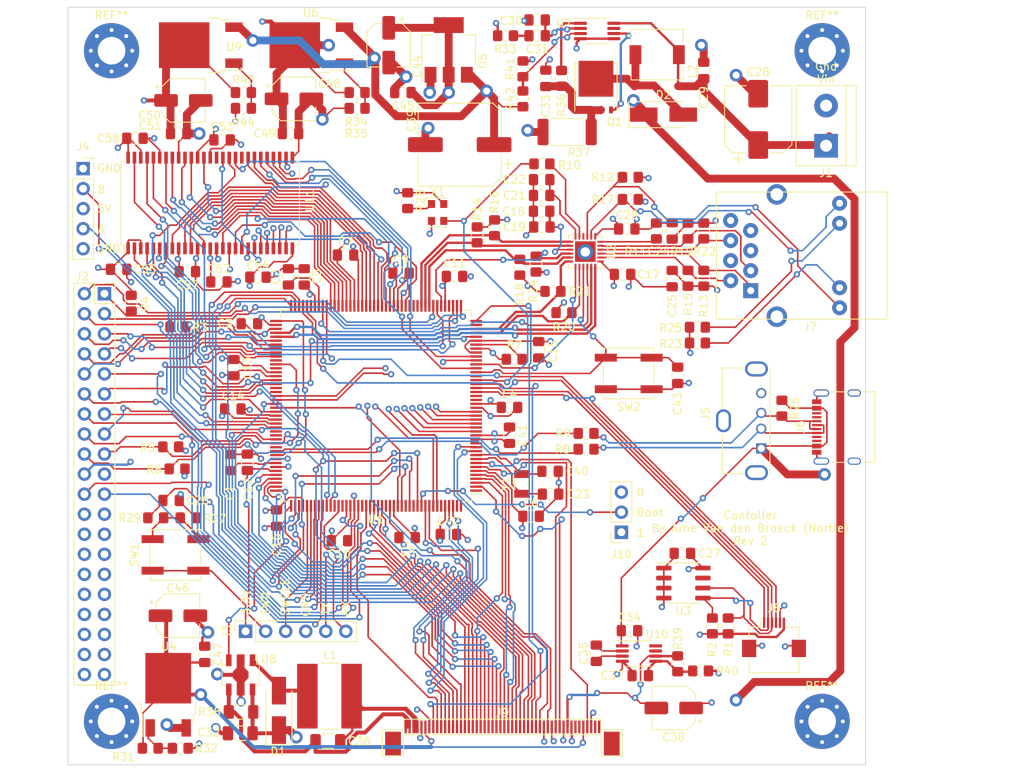
<source format=kicad_pcb>
(kicad_pcb (version 20210228) (generator pcbnew)
  (layers (0 "F.Cu" signal) (1 "In1.Cu" signal) (2 "In2.Cu" signal) (31 "B.Cu" signal) (34 "B.Paste" user) (35 "F.Paste" user) (36 "B.SilkS" user "B.Silkscreen") (37 "F.SilkS" user "F.Silkscreen") (38 "B.Mask" user) (39 "F.Mask" user) (44 "Edge.Cuts" user))
  (net 0 "")
  (net 1 "GND")
  (net 2 "Vcap2")
  (net 3 "Vcap1")
  (net 4 "LCD_VDD")
  (net 5 "Net-(C21-Pad1)")
  (net 6 "Crystal_32_in")
  (net 7 "USER_BTN")
  (net 8 "Vin")
  (net 9 "Net-(C30-Pad1)")
  (net 10 "Backlight")
  (net 11 "18V")
  (net 12 "Net-(C33-Pad1)")
  (net 13 "+5V")
  (net 14 "Net-(C35-Pad2)")
  (net 15 "Net-(C35-Pad1)")
  (net 16 "Backlight Cathode")
  (net 17 "Backlight Anode")
  (net 18 "Net-(C37-Pad1)")
  (net 19 "-6V")
  (net 20 "Crystal_32_out")
  (net 21 "RESET")
  (net 22 "Net-(C31-Pad2)")
  (net 23 "Net-(D1-Pad2)")
  (net 24 "Net-(D2-Pad2)")
  (net 25 "Galv_Interrupt")
  (net 26 "Galv_Enable")
  (net 27 "SPI2_SCK")
  (net 28 "SPI1_SCK")
  (net 29 "SPI2_MOSI")
  (net 30 "SPI1_MOSI")
  (net 31 "SPI1_MISO")
  (net 32 "SPI2_MISO")
  (net 33 "ADDR_LED1")
  (net 34 "USB_OTG_D-")
  (net 35 "ADDR_LED2")
  (net 36 "USB_OTG_D+")
  (net 37 "ADDR_LED3")
  (net 38 "I2C3_SCL")
  (net 39 "ADDR_LED4")
  (net 40 "I2C3_SDA")
  (net 41 "I2C2_SCL")
  (net 42 "I2C2_SDA")
  (net 43 "I2C4_SCL")
  (net 44 "I2C4_SDA")
  (net 45 "UART_RX2")
  (net 46 "UART_RX1")
  (net 47 "UART_TX2")
  (net 48 "UART_TX1")
  (net 49 "Virt-Bus1")
  (net 50 "Virt-Bus2")
  (net 51 "SWCLK")
  (net 52 "SWD")
  (net 53 "Encoder_A")
  (net 54 "Encoder_B")
  (net 55 "/RX-")
  (net 56 "Net-(J7-PadL3)")
  (net 57 "Net-(J7-PadL2)")
  (net 58 "/RX+")
  (net 59 "/TX-")
  (net 60 "/TX+")
  (net 61 "RMII_RXD-")
  (net 62 "RMII_RXD+")
  (net 63 "LCD_CT_RESET")
  (net 64 "LCD_CT_INT")
  (net 65 "LCD_DITHB")
  (net 66 "2.9V")
  (net 67 "9.6V")
  (net 68 "LCD_SHLR")
  (net 69 "LCD_PCLK")
  (net 70 "LCD_R0")
  (net 71 "LCD_R1")
  (net 72 "LCD_R2")
  (net 73 "LCD_R3")
  (net 74 "LCD_R4")
  (net 75 "LCD_R5")
  (net 76 "LCD_R6")
  (net 77 "LCD_R7")
  (net 78 "LCD_G0")
  (net 79 "LCD_G1")
  (net 80 "LCD_G2")
  (net 81 "LCD_G3")
  (net 82 "LCD_G4")
  (net 83 "LCD_G5")
  (net 84 "LCD_G6")
  (net 85 "LCD_G7")
  (net 86 "LCD_B0")
  (net 87 "LCD_B1")
  (net 88 "LCD_B2")
  (net 89 "LCD_B3")
  (net 90 "LCD_B4")
  (net 91 "LCD_B5")
  (net 92 "LCD_B6")
  (net 93 "LCD_B7")
  (net 94 "LCD_HSYNC")
  (net 95 "LCD_VSYNC")
  (net 96 "LDC_MODE")
  (net 97 "LCD_DEN")
  (net 98 "Net-(Q1-Pad4)")
  (net 99 "Net-(R7-Pad1)")
  (net 100 "Net-(R8-Pad1)")
  (net 101 "Net-(R9-Pad1)")
  (net 102 "Net-(R10-Pad2)")
  (net 103 "25Mhz")
  (net 104 "Net-(R11-Pad1)")
  (net 105 "RMII_TXD+")
  (net 106 "RMII_TXD-")
  (net 107 "RMII_CRS_DV")
  (net 108 "RMII_REF_CLK")
  (net 109 "RMII_MDIO")
  (net 110 "RMII_RXER")
  (net 111 "Net-(R27-Pad1)")
  (net 112 "Net-(R31-Pad2)")
  (net 113 "Net-(R34-Pad2)")
  (net 114 "Net-(R36-Pad1)")
  (net 115 "Net-(R41-Pad1)")
  (net 116 "Net-(R43-Pad2)")
  (net 117 "RMII_TXEN")
  (net 118 "RMII_MDC")
  (net 119 "Net-(R28-Pad2)")
  (net 120 "Net-(J7-PadL1)")
  (net 121 "Net-(J7-PadL4)")
  (net 122 "LCD_UPDN")
  (net 123 "SDRAM_A0")
  (net 124 "SDRAM_A1")
  (net 125 "SDRAM_A2")
  (net 126 "SDRAM_A3")
  (net 127 "SDRAM_A4")
  (net 128 "SDRAM_A5")
  (net 129 "SDRAM_SDNWE")
  (net 130 "SDRAM_SDNE0")
  (net 131 "SDRAM_SDCKE0")
  (net 132 "SDRAM_SDNRAS")
  (net 133 "SDRAM_A6")
  (net 134 "SDRAM_A7")
  (net 135 "SDRAM_A8")
  (net 136 "SDRAM_A9")
  (net 137 "SDRAM_A10")
  (net 138 "SDRAM_A11")
  (net 139 "SDRAM_D4")
  (net 140 "SDRAM_D5")
  (net 141 "SDRAM_D6")
  (net 142 "SDRAM_D7")
  (net 143 "SDRAM_D8")
  (net 144 "SDRAM_D9")
  (net 145 "SDRAM_D10")
  (net 146 "SDRAM_D11")
  (net 147 "SDRAM_D12")
  (net 148 "SDRAM_D13")
  (net 149 "SDRAM_D14")
  (net 150 "SDRAM_D15")
  (net 151 "SDRAM_D0")
  (net 152 "SDRAM_D1")
  (net 153 "SDRAM_BA0")
  (net 154 "SDRAM_BA1")
  (net 155 "SDRAM_SDCLK")
  (net 156 "SDRAM_D2")
  (net 157 "SDRAM_D3")
  (net 158 "SDRAM_SDNCAS")
  (net 159 "Boot0")
  (net 160 "SDRAM_NBL0")
  (net 161 "SDRAM_NBL1")
  (footprint "Resistor_SMD:R_0805_2012Metric_Pad1.20x1.40mm_HandSolder" (layer "F.Cu") (at 146.1 113.1)
    (fp_text reference "R40")
    (fp_text value "27.4Kohm")
  )
  (footprint "Capacitor_SMD:C_1206_3216Metric_Pad1.33x1.80mm_HandSolder" (layer "F.Cu") (at 98.9 122)
    (fp_text reference "C36")
    (fp_text value "Optional")
  )
  (footprint "Crystal:Crystal_SMD_3215-2Pin_3.2x1.5mm" (layer "F.Cu") (at 123.4 89.4 90)
    (fp_text reference "Y1")
    (fp_text value "32.765Mhz")
  )
  (footprint "Capacitor_SMD:C_0805_2012Metric_Pad1.18x1.45mm_HandSolder" (layer "F.Cu") (at 137.1 108)
    (fp_text reference "C34")
    (fp_text value "1µF")
  )
  (footprint "Resistor_SMD:R_0805_2012Metric_Pad1.20x1.40mm_HandSolder" (layer "F.Cu") (at 144.505011 57.340028 -90)
    (fp_text reference "R19")
    (fp_text value "50ohm")
  )
  (footprint "Capacitor_SMD:C_0805_2012Metric_Pad1.18x1.45mm_HandSolder" (layer "F.Cu") (at 136.755011 57.090028)
    (fp_text reference "C20")
    (fp_text value "100nF")
  )
  (footprint "Capacitor_SMD:C_0805_2012Metric_Pad1.18x1.45mm_HandSolder" (layer "F.Cu") (at 125.6 72.4 -90)
    (fp_text reference "C15")
    (fp_text value "100nF")
  )
  (footprint "Capacitor_SMD:C_0805_2012Metric_Pad1.18x1.45mm_HandSolder" (layer "F.Cu") (at 88.9625 69.1)
    (fp_text reference "C3")
    (fp_text value "100nF")
  )
  (footprint "Resistor_SMD:R_0805_2012Metric_Pad1.20x1.40mm_HandSolder" (layer "F.Cu") (at 140.505011 57.340028 90)
    (fp_text reference "R11")
    (fp_text value "12.1Kohm")
  )
  (footprint "Capacitor_SMD:C_0805_2012Metric_Pad1.18x1.45mm_HandSolder" (layer "F.Cu") (at 81.1 62.5)
    (fp_text reference "C57")
    (fp_text value "100nF")
  )
  (footprint "Capacitor_SMD:CP_Elec_8x10" (layer "F.Cu") (at 153.4 43.2 90)
    (fp_text reference "C28")
    (fp_text value "330uF")
  )
  (footprint "Capacitor_SMD:C_0805_2012Metric_Pad1.18x1.45mm_HandSolder" (layer "F.Cu") (at 143.2 75.6375 -90)
    (fp_text reference "C43")
    (fp_text value "100nF")
  )
  (footprint "Capacitor_SMD:C_0805_2012Metric_Pad1.18x1.45mm_HandSolder" (layer "F.Cu") (at 142.505011 63.377528 -90)
    (fp_text reference "C25")
    (fp_text value "100nF")
  )
  (footprint "Package_TO_SOT_SMD:TO-252-2" (layer "F.Cu") (at 78.675 116.125 90)
    (fp_text reference "U4")
    (fp_text value "LM317_TO-252")
  )
  (footprint "Connector_FFC-FPC:Hirose_FH12-6S-0.5SH_1x06-1MP_P0.50mm_Horizontal" (layer "F.Cu") (at 155.4 108.85)
    (fp_text reference "J8")
    (fp_text value "Conn_01x06_MountingPin")
  )
  (footprint "Resistor_SMD:R_0805_2012Metric_Pad1.20x1.40mm_HandSolder" (layer "F.Cu") (at 102.6 41.8 180)
    (fp_text reference "R35")
    (fp_text value "1.5Kohm")
  )
  (footprint "Resistor_SMD:R_0805_2012Metric_Pad1.20x1.40mm_HandSolder" (layer "F.Cu") (at 145.705011 71.540028 180)
    (fp_text reference "R23")
    (fp_text value "330ohm")
  )
  (footprint "Connector_PinSocket_2.54mm:PinSocket_1x05_P2.54mm_Vertical" (layer "F.Cu") (at 67.9 49.44)
    (fp_text reference "J4")
    (fp_text value "Conn_01x05")
  )
  (footprint "Resistor_SMD:R_0805_2012Metric_Pad1.20x1.40mm_HandSolder" (layer "F.Cu") (at 127.4 65)
    (fp_text reference "R21")
    (fp_text value "1.5Kohm")
  )
  (footprint "MountingHole:MountingHole_3.5mm_Pad_Via" (layer "F.Cu") (at 71.5 34.5)
    (fp_text reference "REF**")
    (fp_text value "MountingHole_3.5mm_Pad_Via")
  )
  (footprint "Resistor_SMD:R_0805_2012Metric_Pad1.20x1.40mm_HandSolder" (layer "F.Cu") (at 146.505011 63.340028 90)
    (fp_text reference "R13")
    (fp_text value "50ohm")
  )
  (footprint "Capacitor_SMD:C_0805_2012Metric_Pad1.18x1.45mm_HandSolder" (layer "F.Cu") (at 93.9 63.1625 90)
    (fp_text reference "C2")
    (fp_text value "2.2µF ceramic")
  )
  (footprint "Resistor_SMD:R_0805_2012Metric_Pad1.20x1.40mm_HandSolder" (layer "F.Cu") (at 88.2 41.8 180)
    (fp_text reference "R44")
    (fp_text value "21.5Kohm")
  )
  (footprint "Capacitor_SMD:C_0805_2012Metric_Pad1.18x1.45mm_HandSolder" (layer "F.Cu") (at 88.7 86.6625 90)
    (fp_text reference "C12")
    (fp_text value "100nF")
  )
  (footprint "Capacitor_SMD:C_0805_2012Metric_Pad1.18x1.45mm_HandSolder" (layer "F.Cu") (at 127.1 90.7 180)
    (fp_text reference "C23")
    (fp_text value "4.7pF")
  )
  (footprint "Capacitor_SMD:CP_Elec_5x5.4" (layer "F.Cu") (at 80.6 40.8)
    (fp_text reference "C50")
    (fp_text value "100uF")
  )
  (footprint "Resistor_SMD:R_0805_2012Metric_Pad1.20x1.40mm_HandSolder" (layer "F.Cu") (at 131.6 83)
    (fp_text reference "R9")
    (fp_text value "22ohm")
  )
  (footprint "Package_TO_SOT_SMD:TDSON-8-1" (layer "F.Cu") (at 132.85 39.1 90)
    (fp_text reference "Q1")
    (fp_text value "CSD16323Q3")
  )
  (footprint "Resistor_SMD:R_0805_2012Metric_Pad1.20x1.40mm_HandSolder" (layer "F.Cu") (at 156.4 79.8 -90)
    (fp_text reference "R26")
    (fp_text value "47Kohm")
  )
  (footprint "Capacitor_SMD:C_0805_2012Metric_Pad1.18x1.45mm_HandSolder" (layer "F.Cu") (at 108.4 39.8 180)
    (fp_text reference "C45")
    (fp_text value "4.7uF")
  )
  (footprint "Capacitor_SMD:C_1206_3216Metric_Pad1.33x1.80mm_HandSolder" (layer "F.Cu") (at 87.8 121 180)
    (fp_text reference "C32")
    (fp_text value "10µF")
  )
  (footprint "Resistor_SMD:R_0805_2012Metric_Pad1.20x1.40mm_HandSolder" (layer "F.Cu") (at 120.005011 56.940028 -90)
    (fp_text reference "R16")
    (fp_text value "4.7Kohm")
  )
  (footprint "Package_SO:SOIC-8_3.9x4.9mm_P1.27mm" (layer "F.Cu") (at 143.925 101.965)
    (fp_text reference "U3")
    (fp_text value "M24C02-WMN")
  )
  (footprint "Capacitor_SMD:C_0805_2012Metric_Pad1.18x1.45mm_HandSolder" (layer "F.Cu") (at 124.6375 93.5)
    (fp_text reference "C6")
    (fp_text value "100nF")
  )
  (footprint "Package_SO:TSOP-II-54_22.2x10.16mm_P0.8mm" (layer "F.Cu") (at 84 53.8 90)
    (fp_text reference "U11")
    (fp_text value "M13S128168A")
  )
  (footprint "Capacitor_SMD:C_0805_2012Metric_Pad1.18x1.45mm_HandSolder" (layer "F.Cu") (at 87 74.6625 90)
    (fp_text reference "C13")
    (fp_text value "100nF")
  )
  (footprint "Package_QFP:LQFP-176_24x24mm_P0.5mm" (layer "F.Cu") (at 105 79.5 180)
    (fp_text reference "U1")
    (fp_text value "STM32F746IGTx")
  )
  (footprint "Capacitor_SMD:C_0805_2012Metric_Pad1.18x1.45mm_HandSolder" (layer "F.Cu") (at 92.4 93.7375 -90)
    (fp_text reference "C16")
    (fp_text value "100nF")
  )
  (footprint "Resistor_SMD:R_0805_2012Metric_Pad1.20x1.40mm_HandSolder" (layer "F.Cu") (at 102.6 39.8)
    (fp_text reference "R34")
    (fp_text value "4.75Kohm")
  )
  (footprint "Connector_USB:USB_A_Molex_105057_Vertical" (layer "F.Cu") (at 153.785 84.9 90)
    (fp_text reference "J5")
    (fp_text value "USB_A")
  )
  (footprint "Capacitor_SMD:C_0805_2012Metric_Pad1.18x1.45mm_HandSolder" (layer "F.Cu") (at 143.8 98.2 180)
    (fp_text reference "C27")
    (fp_text value "100nF")
  )
  (footprint "Capacitor_SMD:C_0805_2012Metric_Pad1.18x1.45mm_HandSolder" (layer "F.Cu") (at 86.6 86.6875 90)
    (fp_text reference "C1")
    (fp_text value "2.2µF ceramic")
  )
  (footprint "Capacitor_SMD:C_0805_2012Metric_Pad1.18x1.45mm_HandSolder" (layer "F.Cu") (at 126.005011 56.840028 180)
    (fp_text reference "C19")
    (fp_text value "100nF")
  )
  (footprint "Resistor_SMD:R_0805_2012Metric_Pad1.20x1.40mm_HandSolder" (layer "F.Cu") (at 79 84.7)
    (fp_text reference "R5")
    (fp_text value "10Kohm")
  )
  (footprint "Capacitor_SMD:C_0805_2012Metric_Pad1.18x1.45mm_HandSolder" (layer "F.Cu") (at 114.1625 95.8)
    (fp_text reference "C42")
    (fp_text value "100nF")
  )
  (footprint "Resistor_SMD:R_0805_2012Metric_Pad1.20x1.40mm_HandSolder" (layer "F.Cu") (at 145.705011 69.540028 180)
    (fp_text reference "R25")
    (fp_text value "330ohm")
  )
  (footprint "Resistor_SMD:R_1206_3216Metric_Pad1.30x1.75mm_HandSolder" (layer "F.Cu") (at 87.9 118.3 180)
    (fp_text reference "R38")
    (fp_text value "0.7ohm")
  )
  (footprint "Capacitor_SMD:C_0805_2012Metric_Pad1.18x1.45mm_HandSolder" (layer "F.Cu") (at 132.9 110.8625 -90)
    (fp_text reference "C35")
    (fp_text value "100nF")
  )
  (footprint "Capacitor_SMD:CP_Elec_5x5.4" (layer "F.Cu") (at 79.9 106.1)
    (fp_text reference "C46")
    (fp_text value "100uF")
  )
  (footprint "Resistor_SMD:R_0805_2012Metric_Pad1.20x1.40mm_HandSolder" (layer "F.Cu") (at 144.505011 63.340028 90)
    (fp_text reference "R15")
    (fp_text value "50ohm")
  )
  (footprint "Diode_SMD:D_SMA_Handsoldering" (layer "F.Cu") (at 141.4 42.6)
    (fp_text reference "D2")
    (fp_text value "ss34")
  )
  (footprint "Capacitor_SMD:C_0805_2012Metric_Pad1.18x1.45mm_HandSolder" (layer "F.Cu") (at 74.4625 45.6 180)
    (fp_text reference "C58")
    (fp_text value "100nF")
  )
  (footprint "Resistor_SMD:R_0805_2012Metric_Pad1.20x1.40mm_HandSolder" (layer "F.Cu") (at 121.4 32.6 180)
    (fp_text reference "R33")
    (fp_text value "10Kohm")
  )
  (footprint "Capacitor_SMD:C_0805_2012Metric_Pad1.18x1.45mm_HandSolder" (layer "F.Cu") (at 114.9375 63.1)
    (fp_text reference "C11")
    (fp_text value "100nF")
  )
  (footprint "Button_Switch_SMD:SW_Push_1P1T_NO_CK_KSC7xxJ" (layer "F.Cu") (at 137 75.4)
    (fp_text reference "SW2")
    (fp_text value "SW_Push")
  )
  (footprint "Resistor_SMD:R_0805_2012Metric_Pad1.20x1.40mm_HandSolder" (layer "F.Cu") (at 147.6 107.4 -90)
    (fp_text reference "R2")
    (fp_text value "10Kohm")
  )
  (footprint "Capacitor_SMD:C_0805_2012Metric_Pad1.18x1.45mm_HandSolder" (layer "F.Cu") (at 79.0375 91.5 180)
    (fp_text reference "C26")
    (fp_text value "100nF")
  )
  (footprint "Resistor_SMD:R_0805_2012Metric_Pad1.20x1.40mm_HandSolder" (layer "F.Cu") (at 126.005011 48.840028)
    (fp_text reference "R10")
    (fp_text value "a")
  )
  (footprint "Package_DFN_QFN:QFN-24-1EP_4x4mm_P0.5mm_EP2.6x2.6mm" (layer "F.Cu") (at 131.505011 59.960028 -90)
    (fp_text reference "U2")
    (fp_text value "LAN8720A")
  )
  (footprint "MountingHole:MountingHole_3.5mm_Pad_Via" (layer "F.Cu") (at 161.5 34.5)
    (fp_text reference "REF**")
    (fp_text value "MountingHole_3.5mm_Pad_Via")
  )
  (footprint "Resistor_SMD:R_0805_2012Metric_Pad1.20x1.40mm_HandSolder" (layer "F.Cu") (at 149.6 107.4 -90)
    (fp_text reference "R1")
    (fp_text value "10Kohm")
  )
  (footprint "Package_SO:MSOP-8_3x3mm_P0.65mm" (layer "F.Cu") (at 138.3 110.9)
    (fp_text reference "U10")
    (fp_text value "LTC1261L")
  )
  (footprint "Capacitor_SMD:C_0805_2012Metric_Pad1.18x1.45mm_HandSolder" (layer "F.Cu") (at 125.4 30.6 180)
    (fp_text reference "C30")
    (fp_text value "560pF")
  )
  (footprint "Capacitor_SMD:C_0805_2012Metric_Pad1.18x1.45mm_HandSolder" (layer "F.Cu") (at 95.9 63.1625 90)
    (fp_text reference "C5")
    (fp_text value "100nF")
  )
  (footprint "Capacitor_SMD:C_0805_2012Metric_Pad1.18x1.45mm_HandSolder" (layer "F.Cu") (at 108.9375 96.2 180)
    (fp_text reference "C8")
    (fp_text value "100nF")
  )
  (footprint "Resistor_SMD:R_0805_2012Metric_Pad1.20x1.40mm_HandSolder" (layer "F.Cu") (at 80.2 122.9)
    (fp_text reference "R32")
    (fp_text value "47Kohm")
  )
  (footprint "Resistor_SMD:R_0805_2012Metric_Pad1.20x1.40mm_HandSolder" (layer "F.Cu") (at 123.6 40.6 -90)
    (fp_text reference "R42")
    (fp_text value "13.3Kohm")
  )
  (footprint "Capacitor_SMD:C_0805_2012Metric_Pad1.18x1.45mm_HandSolder" (layer "F.Cu") (at 94.1625 45)
    (fp_text reference "C49")
    (fp_text value "4.7uF")
  )
  (footprint "Resistor_SMD:R_2512_6332Metric_Pad1.40x3.35mm_HandSolder" (layer "F.Cu") (at 129.2 44.8 180)
    (fp_text reference "R37")
    (fp_text value "5mohm")
  )
  (footprint "Resistor_SMD:R_0805_2012Metric_Pad1.20x1.40mm_HandSolder" (layer "F.Cu") (at 143.2 112.2 -90)
    (fp_text reference "R39")
    (fp_text value "107Kohm")
  )
  (footprint "Capacitor_SMD:C_0805_2012Metric_Pad1.18x1.45mm_HandSolder" (layer "F.Cu") (at 85.5 45.8)
    (fp_text reference "C53")
    (fp_text value "100nF")
  )
  (footprint "Capacitor_SMD:C_0805_2012Metric_Pad1.18x1.45mm_HandSolder" (layer "F.Cu") (at 101.1375 60.4)
    (fp_text reference "C7")
    (fp_text value "100nF")
  )
  (footprint "Button_Switch_SMD:SW_Push_1P1T_NO_CK_KSC7xxJ" (layer "F.Cu") (at 79.6 98.4 180)
    (fp_text reference "SW1")
    (fp_text value "SW_Push")
  )
  (footprint "Resistor_SMD:R_0805_2012Metric_Pad1.20x1.40mm_HandSolder" (layer "F.Cu") (at 146.505011 57.340028 -90)
    (fp_text reference "R22")
    (fp_text value "50ohm")
  )
  (footprint "Capacitor_SMD:C_0805_2012Metric_Pad1.18x1.45mm_HandSolder" (layer "F.Cu") (at 136.217511 62.840028)
    (fp_text reference "C17")
    (fp_text value "100nF")
  )
  (footprint "Resistor_SMD:R_0805_2012Metric_Pad1.20x1.40mm_HandSolder" (layer "F.Cu") (at 79.9 69.5)
    (fp_text reference "R3")
    (fp_text value "10Kohm")
  )
  (footprint "Oscillator:Oscillator_SMD_EuroQuartz_XO32-4Pin_3.2x2.5mm" (layer "F.Cu") (at 112.8 55)
    (fp_text reference "X1")
    (fp_text value "XO32")
  )
  (footprint "Resistor_SMD:R_0805_2012Metric_Pad1.20x1.40mm_HandSolder" (layer "F.Cu") (at 74 66.5 90)
    (fp_text reference "R4")
    (fp_text value "10Kohm")
  )
  (footprint "Connector_PinSocket_2.54mm:PinSocket_1x03_P2.54mm_Vertical" (layer "F.Cu") (at 136.075 95.525 180)
    (fp_text reference "J10")
    (fp_text value "Conn_01x03")
  )
  (footprint "Capacitor_SMD:C_0805_2012Metric_Pad1.18x1.45mm_HandSolder" (layer "F.Cu") (at 125.4 32.6 180)
    (fp_text reference "C31")
    (fp_text value "6.8nF")
  )
  (footprint "Resistor_SMD:R_0805_2012Metric_Pad1.20x1.40mm_HandSolder" (layer "F.Cu") (at 128.8 67.7)
    (fp_text reference "R20")
    (fp_text value "4.7Kohm")
  )
  (footprint "MountingHole:MountingHole_3.5mm_Pad_Via" (layer "F.Cu") (at 71.5 119.5)
    (fp_text reference "REF**")
    (fp_text value "MountingHole_3.5mm_Pad_Via")
  )
  (footprint "Resistor_SMD:R_0805_2012Metric_Pad1.20x1.40mm_HandSolder" (layer "F.Cu") (at 79.8 87.5)
    (fp_text reference "R6")
    (fp_text value "10Kohm")
  )
  (footprint "Resistor_SMD:R_0805_2012Metric_Pad1.20x1.40mm_HandSolder" (layer "F.Cu") (at 128.5 38 -90)
    (fp_text reference "R36")
    (fp_text value "100ohm")
  )
  (footprint "Capacitor_SMD:C_0805_2012Metric_Pad1.18x1.45mm_HandSolder" (layer "F.Cu") (at 108.1625 62.7)
    (fp_text reference "C9")
    (fp_text value "100nF")
  )
  (footprint "Capacitor_SMD:C_0805_2012Metric_Pad1.18x1.45mm_HandSolder" (layer "F.Cu") (at 138.4625 113.7 180)
    (fp_text reference "C37")
    (fp_text value "100pF")
  )
  (footprint "Capacitor_SMD:C_0805_2012Metric_Pad1.18x1.45mm_HandSolder" (layer "F.Cu") (at 125.975011 52.840028 180)
    (fp_text reference "C21")
    (fp_text value "100nF")
  )
  (footprint "Resistor_SMD:R_0805_2012Metric_Pad1.20x1.40mm_HandSolder" (layer "F.Cu") (at 123.205011 61.940028 90)
    (fp_text reference "R18")
    (fp_text value "4.7Kohm")
  )
  (footprint "Capacitor_SMD:C_0805_2012Metric_Pad1.18x1.45mm_HandSolder" (layer "F.Cu") (at 83.3 111 90)
    (fp_text reference "C47")
    (fp_text value "4.7uF")
  )
  (footprint "00_Custom_Kicad:HR913550A" (layer "F.Cu") (at 169.710011 52.410028 -90)
    (fp_text reference "J7")
    (fp_text value "RJ45_Amphenol_RJMG1BD3B8K1ANR")
  )
  (footprint "Capacitor_SMD:C_0805_2012Metric_Pad1.18x1.45mm_HandSolder" (layer "F.Cu") (at 125.967511 54.840028 180)
    (fp_text reference "C18")
    (fp_text value "100nF")
  )
  (footprint "Capacitor_SMD:C_0805_2012Metric_Pad1.18x1.45mm_HandSolder" (layer "F.Cu") (at 126.5 38 90)
    (fp_text reference "C33")
    (fp_text value "10pF")
  )
  (footprint "Resistor_SMD:R_0805_2012Metric_Pad1.20x1.40mm_HandSolder" (layer "F.Cu") (at 125.255011 61.540028 90)
    (fp_text reference "R24")
    (fp_text value "4.7Kohm")
  )
  (footprint "Capacitor_SMD:C_0805_2012Metric_Pad1.18x1.45mm_HandSolder" (layer "F.Cu") (at 90.0375 63.2)
    (fp_text reference "C54")
    (fp_text value "100nF")
  )
  (footprint "Connector_USB:USB_C_Receptacle_Palconn_UTC16-G" (layer "F.Cu") (at 163.325 82.2 90)
    (fp_text reference "J6")
    (fp_text value "USB_C_Receptacle_USB2.0")
  )
  (footprint "Capacitor_SMD:C_0805_2012Metric_Pad1.18x1.45mm_HandSolder" (layer "F.Cu") (at 100.3625 96.6 180)
    (fp_text reference "C10")
    (fp_text value "100nF")
  )
  (footprint "Capacitor_SMD:C_0805_2012Metric_Pad1.18x1.45mm_HandSolder" (layer "F.Cu") (at 121.9 79.7)
    (fp_text reference "C4")
    (fp_text value "100nF")
  )
  (footprint "Capacitor_SMD:C_0805_2012Metric_Pad1.18x1.45mm_HandSolder" (layer "F.Cu") (at 127.0375 87.8 180)
    (fp_text reference "C40")
    (fp_text value "4.7pF")
  )
  (footprint "Diode_SMD:D_SMA_Handsoldering" (layer "F.Cu") (at 92.7 118.1 90)
    (fp_text reference "D1")
    (fp_text value "ss34")
  )
  (footprint "MountingHole:MountingHole_3.5mm_Pad_Via" (layer "F.Cu") (at 161.5 119.5)
    (fp_text reference "REF**")
    (fp_text value "MountingHole_3.5mm_Pad_Via")
  )
  (footprint "Capacitor_SMD:C_0805_2012Metric_Pad1.18x1.45mm_HandSolder" (layer "F.Cu") (at 142.505011 57.340028 90)
    (fp_text reference "C24")
    (fp_text value "100nF")
  )
  (footprint "Resistor_SMD:R_0805_2012Metric_Pad1.20x1.40mm_HandSolder" (layer "F.Cu") (at 109 53.5 -90)
    (fp_text reference "R28")
    (fp_text value "10Kohm")
  )
  (footprint "Capacitor_SMD:CP_Elec_5x5.4" (layer "F.Cu") (at 94.6 40.6)
    (fp_text reference "C48")
    (fp_text value "100uF")
  )
  (footprint "Capacitor_SMD:CP_Elec_5x5.4" (layer "F.Cu") (at 142.7 117.8 180)
    (fp_text reference "C38")
    (fp_text value "100uF")
  )
  (footprint "Resistor_SMD:R_0805_2012Metric_Pad1.20x1.40mm_HandSolder" (layer "F.Cu") (at 137.205011 50.540028)
    (fp_text reference "R12")
    (fp_text value "10Kohm")
  )
  (footprint "Package_TO_SOT_SMD:TO-252-2" (layer "F.Cu") (at 82.8 33.8 180)
    (fp_text reference "U9")
    (fp_text value "LM317_TO-252")
  )
  (footprint "Resistor_SMD:R_0805_2012Metric_Pad1.20x1.40mm_HandSolder" (layer "F.Cu") (at 81.2 93.7)
    (fp_text reference "R27")
    (fp_text value "10Kohm")
  )
  (footprint "00_Custom_Kicad:FPC_50" (layer "F.Cu") (at 121 120.2)
    (fp_text reference "J9")
    (fp_text value "Conn_01x50_MountingPin")
  )
  (footprint "Capacitor_SMD:C_0805_2012Metric_Pad1.18x1.45mm_HandSolder" (layer "F.Cu") (at 72.4 62.2)
    (fp_text reference "C55")
    (fp_text value "100nF")
  )
  (footprint "Inductor_SMD:L_6.3x6.3_H3" (layer "F.Cu") (at 140.6 35 180)
    (fp_text reference "L2")
    (fp_text value "1.8uH")
  )
  (footprint "Capacitor_SMD:C_0805_2012Metric_Pad1.18x1.45mm_HandSolder" (layer "F.Cu") (at 86.8625 79.9)
    (fp_text reference "C14")
    (fp_text value "100nF")
  )
  (footprint "Capacitor_SMD:C_0805_2012Metric_Pad1.18x1.45mm_HandSolder" (layer "F.Cu") (at 80 45)
    (fp_text reference "C51")
    (fp_text value "4.7uF")
  )
  (footprint "Package_TO_SOT_SMD:TO-252-2" (layer "F.Cu") (at 96.8 33.8 180)
    (fp_text reference "U6")
    (fp_text value "LM317_TO-252")
  )
  (footprint "Capacitor_SMD:CP_Elec_10x12.6" (layer "F.Cu") (at 115.6 46.4 180)
    (fp_text reference "C39")
    (fp_text value "270uF")
  )
  (footprint "Resistor_SMD:R_0805_2012Metric_Pad1.20x1.40mm_HandSolder" (layer "F.Cu") (at 131.6 85)
    (fp_text reference "R8")
    (fp_text value "22ohm")
  )
  (footprint "Resistor_SMD:R_0805_2012Metric_Pad1.20x1.40mm_HandSolder" (layer "F.Cu") (at 123.6 36.8 90)
    (fp_text reference "R41")
    (fp_text value "1Kohm")
  )
  (footprint "Connector_PinSocket_2.54mm:PinSocket_1x06_P2.54mm_Vertical" (layer "F.Cu") (at 88.475 108.075 90)
    (fp_text reference "J3")
    (fp_text value "Conn_01x06")
  )
  (footprint "Package_TO_SOT_SMD:SOT-223-3_TabPin2" (layer "F.Cu") (at 114.2 34.4 90)
    (fp_text reference "U5")
    (fp_text value "AMS1117-3.3")
  )
  (footprint "Resistor_SMD:R_0805_2012Metric_Pad1.20x1.40mm_HandSolder" (layer "F.Cu") (at 76.4 122.9)
    (fp_text reference "R31")
    (fp_text value "62Kohm")
  )
  (footprint "Package_SO:MSOP-8_3x3mm_P0.65mm" (layer "F.Cu") (at 133 32)
    (fp_text reference "U7")
    (fp_text value "LM3488")
  )
  (footprint "Capacitor_SMD:C_0805_2012Metric_Pad1.18x1.45mm_HandSolder" (layer "F.Cu") (at 121.9 83.2375 -90)
    (fp_text reference "C41")
    (fp_text value "100nF")
  )
  (footprint "Inductor_SMD:L_Bourns-SRN8040_8x8.15mm" (layer "F.Cu") (at 99.1 116.3)
    (fp_text reference "L1")
    (fp_text value "68uH")
  )
  (footprint "Resistor_SMD:R_0805_2012Metric_Pad1.20x1.40mm_HandSolder" (layer "F.Cu") (at 122.5 73.6 180)
    (fp_text reference "R7")
    (fp_text value "10Kohm")
  )
  (footprint "Capacitor_SMD:C_0805_2012Metric_Pad1.18x1.45mm_HandSolder" (layer "F.Cu") (at 125.975011 50.840028 180)
    (fp_text reference "C22")
    (fp_text value "100nF")
  )
  (footprint "Package_TO_SOT_SMD:SOT-89-5" (layer "F.Cu") (at 87.85 113.6 -90)
    (fp_text reference "U8")
    (fp_text value "C85037")
  )
  (footprint "Resistor_SMD:R_0805_2012Metric_Pad1.20x1.40mm_HandSolder" (layer "F.Cu") (at 117.805011 57.840028 -90)
    (fp_text reference "R14")
    (fp_text value "4.7Kohm")
  )
  (footprint "Capacitor_SMD:CP_Elec_5x5.4" (layer "F.Cu") (at 106.6 33.8 -90)
    (fp_text reference "C44")
    (fp_text value "100uF")
  )
  (footprint "Resistor_SMD:R_0805_2012Metric_Pad1.20x1.40mm_HandSolder" (layer "F.Cu") (at 88.2 39.8)
    (fp_text reference "R43")
    (fp_text value "147Kohm")
  )
  (footprint "Capacitor_SMD:C_0805_2012Metric_Pad1.18x1.45mm_HandSolder" (layer "F.Cu") (at 146.5 37 90)
    (fp_text reference "C29")
    (fp_text value "100nF")
  )
  (footprint "Capacitor_SMD:C_0805_2012Metric_Pad1.18x1.45mm_HandSolder" (layer "F.Cu") (at 85.1 63.8)
    (fp_text reference "C52")
    (fp_text value "100nF")
  )
  (footprint "Resistor_SMD:R_0805_2012Metric_Pad1.20x1.40mm_HandSolder" (layer "F.Cu") (at 77.1 93.7)
    (fp_text reference "R29")
    (fp_text value "10Kohm")
  )
  (footprint "TerminalBlock:TerminalBlock_bornier-2_P5.08mm" (layer "F.Cu") (at 162 46.54 90)
    (fp_text reference "J1")
    (fp_text value "Conn_01x02")
  )
  (footprint "Resistor_SMD:R_0805_2012Metric_Pad1.20x1.40mm_HandSolder" (layer "F.Cu") (at 137.205011 53.340028)
    (fp_text reference "R17")
    (fp_text value "10Kohm")
  )
  (footprint "Connector_PinSocket_2.54mm:PinSocket_2x20_P2.54mm_Vertical" (layer "F.Cu") (at 70.6 65.3)
    (fp_text reference "J2")
    (fp_text value "Conn_02x20_Counter_Clockwise")
  )
  (gr_line (start 167 29) (end 167 125) (layer "Edge.Cuts") (width 0.1))
  (gr_line (start 167 125) (end 66 125) (layer "Edge.Cuts") (width 0.1))
  (gr_line (start 66 125) (end 66 29) (layer "Edge.Cuts") (width 0.1))
  (gr_line (start 66 29) (end 167 29) (layer "Edge.Cuts") (width 0.1))
  (gr_text "3.3V\n" (at 88.5 104.4 90) (layer "F.SilkS") (effects (font (size 1 1))))
  (gr_text "TX" (at 98.6 105.2 90) (layer "F.SilkS") (effects (font (size 1 1))))
  (gr_text "Contoller\nBy Arne Van den Broeck (Nortle)\nRev 2" (at 152.4 95) (layer "F.SilkS") (effects (font (size 1 1))))
  (gr_text "SWCLK" (at 93.5 103.7 90) (layer "F.SilkS") (effects (font (size 1 1))))
  (gr_text "GND\n" (at 96.1 104.7 90) (layer "F.SilkS") (effects (font (size 1 1))))
  (gr_text "5V" (at 70.6 54.5) (layer "F.SilkS") (effects (font (size 1 1))))
  (gr_text "A\n" (at 70.2 57.1) (layer "F.SilkS") (effects (font (size 1 1))))
  (gr_text "SWD\n" (at 91 104.6 90) (layer "F.SilkS") (effects (font (size 1 1))))
  (gr_text "0" (at 138.5 90.5) (layer "F.SilkS") (effects (font (size 1 1))))
  (gr_text "Gnd\nVin" (at 162 37.3) (layer "F.SilkS") (effects (font (size 1 1))))
  (gr_text "B\n" (at 70.2 52.1) (layer "F.SilkS") (effects (font (size 1 1))))
  (gr_text "RX" (at 101.2 105.2 90) (layer "F.SilkS") (effects (font (size 1 1))))
  (gr_text "1" (at 138.5 95.6) (layer "F.SilkS") (effects (font (size 1 1))))
  (gr_text "GND" (at 71.2 49.4) (layer "F.SilkS") (effects (font (size 1 1))))
  (gr_text "GND" (at 71.1 59.6) (layer "F.SilkS") (effects (font (size 1 1))))
  (gr_text "Boot" (at 139.7 93) (layer "F.SilkS") (effects (font (size 1 1))))
  (segment (start 117.675 83.75) (end 120.05 83.75) (width 0.2) (layer "F.Cu") (net 1))
  (segment (start 125.6 73.4375) (end 126.0375 73.4375) (width 0.2) (layer "F.Cu") (net 1))
  (segment (start 139.405011 50.540028) (end 139.505011 50.640028) (width 0.2) (layer "F.Cu") (net 1))
  (segment (start 107.75 64.6875) (end 109.6375 62.8) (width 0.2) (layer "F.Cu") (net 1))
  (segment (start 82.4 60.605008) (end 82.19999 60.805018) (width 0.2) (layer "F.Cu") (net 1))
  (segment (start 91.125 94.775) (end 90.9 95) (width 0.2) (layer "F.Cu") (net 1))
  (segment (start 73.705 45.6) (end 73.425 45.6) (width 0.2) (layer "F.Cu") (net 1))
  (segment (start 137.792511 57.090028) (end 139.755011 57.090028) (width 0.2) (layer "F.Cu") (net 1))
  (segment (start 107.9 96.499587) (end 108.500392 97.099979) (width 0.2) (layer "F.Cu") (net 1))
  (segment (start 134.1 77.4) (end 139.9 77.4) (width 0.2) (layer "F.Cu") (net 1))
  (segment (start 111.9 37.55) (end 111.9 39.7) (width 1) (layer "F.Cu") (net 1))
  (segment (start 118.455358 79.75) (end 119.505358 80.8) (width 0.2) (layer "F.Cu") (net 1))
  (segment (start 87.85 113.6) (end 85 113.6) (width 0.5) (layer "F.Cu") (net 1))
  (segment (start 112.025 56.075) (end 112.025 57.475) (width 0.2) (layer "F.Cu") (net 1))
  (segment (start 115.9 95.8) (end 116.6 96.5) (width 0.2) (layer "F.Cu") (net 1))
  (segment (start 107.9 96.2) (end 107.9 95.475) (width 0.2) (layer "F.Cu") (net 1))
  (segment (start 124.49999 35.8) (end 124.69999 35.6) (width 0.3) (layer "F.Cu") (net 1))
  (segment (start 91.25 75.25) (end 90.4 74.4) (width 0.2) (layer "F.Cu") (net 1))
  (segment (start 130.8875 32.975) (end 135.1125 32.975) (width 0.3) (layer "F.Cu") (net 1))
  (segment (start 82.4 59.55) (end 82.4 60.605008) (width 0.2) (layer "F.Cu") (net 1))
  (segment (start 130.4 33.4625) (end 130.4 34) (width 0.3) (layer "F.Cu") (net 1))
  (segment (start 99.325 95.405775) (end 99.400011 95.330764) (width 0.2) (layer "F.Cu") (net 1))
  (segment (start 87.85 113.6) (end 87.85 116.95) (width 0.5) (layer "F.Cu") (net 1))
  (segment (start 160.815 85.4) (end 160.815 85.94) (width 0.2) (layer "F.Cu") (net 1))
  (segment (start 130.4 34) (end 130.4 34.2) (width 0.3) (layer "F.Cu") (net 1))
  (segment (start 120.05 83.75) (end 120.95 83.75) (width 0.2) (layer "F.Cu") (net 1))
  (segment (start 130.4 33.4625) (end 130.8875 32.975) (width 0.3) (layer "F.Cu") (net 1))
  (segment (start 125.255011 62.540028) (end 126.540028 62.540028) (width 0.3) (layer "F.Cu") (net 1))
  (segment (start 156.15 106.65) (end 156.15 105.35) (width 0.2) (layer "F.Cu") (net 1))
  (segment (start 126.25 121.999991) (end 126.3 122.049991) (width 0.2) (layer "F.Cu") (net 1))
  (segment (start 86.2375 121) (end 85.4 121) (width 0.5) (layer "F.Cu") (net 1))
  (segment (start 126.5 36.9625) (end 126.5 36.1) (width 0.2) (layer "F.Cu") (net 1))
  (segment (start 140.505011 56.340028) (end 142.467511 56.340028) (width 0.2) (layer "F.Cu") (net 1))
  (segment (start 93.85 87.25) (end 93.9 87.2) (width 0.2) (layer "F.Cu") (net 1))
  (segment (start 115.975 63.1) (end 117 63.1) (width 0.2) (layer "F.Cu") (net 1))
  (segment (start 106.6 36) (end 107 36) (width 1) (layer "F.Cu") (net 1))
  (segment (start 87.85 116.95) (end 87.9 117) (width 0.5) (layer "F.Cu") (net 1))
  (segment (start 92.325 75.25) (end 91.25 75.25) (width 0.2) (layer "F.Cu") (net 1))
  (segment (start 82.1375 62.5) (end 82.1375 60.867508) (width 0.2) (layer "F.Cu") (net 1))
  (segment (start 95.2 47.25) (end 94.4 48.05) (width 0.2) (layer "F.Cu") (net 1))
  (segment (start 124.937511 56.810028) (end 124.967511 56.840028) (width 0.2) (layer "F.Cu") (net 1))
  (segment (start 148.1 113.1) (end 148.4 113.4) (width 0.3) (layer "F.Cu") (net 1))
  (segment (start 124.69999 35.6) (end 124.8 35.6) (width 0.2) (layer "F.Cu") (net 1))
  (segment (start 120.05 83.95) (end 120 84) (width 0.2) (layer "F.Cu") (net 1))
  (segment (start 93.057635 62.125) (end 92.387948 62.794687) (width 0.2) (layer "F.Cu") (net 1))
  (segment (start 144.9 117.2) (end 147.4 117.2) (width 0.2) (layer "F.Cu") (net 1))
  (segment (start 85.11248 64.82502) (end 86.1375 63.8) (width 0.2) (layer "F.Cu") (net 1))
  (segment (start 138.1375 109.8625) (end 138 110) (width 0.2) (layer "F.Cu") (net 1))
  (segment (start 86.875 73.5) (end 87 73.625) (width 0.2) (layer "F.Cu") (net 1))
  (segment (start 91.45 69.25) (end 90.5 68.3) (width 0.2) (layer "F.Cu") (net 1))
  (segment (start 142.7625 98.7475) (end 141.45 100.06) (width 0.2) (layer "F.Cu") (net 1))
  (segment (start 137.255011 62.840028) (end 137.255011 64.144989) (width 0.2) (layer "F.Cu") (net 1))
  (segment (start 124.967511 56.840028) (end 124.967511 56.932489) (width 0.2) (layer "F.Cu") (net 1))
  (segment (start 137.255011 64.144989) (end 137 64.4) (width 0.2) (layer "F.Cu") (net 1))
  (segment (start 160.815 85.94) (end 161.395 86.52) (width 0.2) (layer "F.Cu") (net 1))
  (segment (start 73.6 45.775) (end 73.425 45.6) (width 0.2) (layer "F.Cu") (net 1))
  (segment (start 127.25 121.75) (end 127.5 122) (width 0.2) (layer "F.Cu") (net 1))
  (segment (start 112.025 57.475) (end 111.8 57.7) (width 0.2) (layer "F.Cu") (net 1))
  (segment (start 126.5 36.1) (end 127 35.6) (width 0.2) (layer "F.Cu") (net 1))
  (segment (start 95.25 93.85) (end 94.7 94.4) (width 0.2) (layer "F.Cu") (net 1))
  (segment (start 102.75 60.975) (end 102.175 60.4) (width 0.2) (layer "F.Cu") (net 1))
  (segment (start 152.25 109.9) (end 153.9 109.9) (width 0.2) (layer "F.Cu") (net 1))
  (segment (start 121.9 84.275) (end 121.475 84.275) (width 0.2) (layer "F.Cu") (net 1))
  (segment (start 99.325 96.6) (end 99.325 95.405775) (width 0.2) (layer "F.Cu") (net 1))
  (segment (start 95.25 92.175) (end 95.25 93.85) (width 0.2) (layer "F.Cu") (net 1))
  (segment (start 138.1375 108) (end 138.1375 109.8625) (width 0.2) (layer "F.Cu") (net 1))
  (segment (start 137.425 113.1125) (end 136.1875 111.875) (width 0.3) (layer "F.Cu") (net 1))
  (segment (start 88.2 74.4) (end 90.4 74.4) (width 0.2) (layer "F.Cu") (net 1))
  (segment (start 102.75 66.825) (end 102.75 60.975) (width 0.2) (layer "F.Cu") (net 1))
  (segment (start 87.2 41.8) (end 87.2 43.4) (width 0.2) (layer "F.Cu") (net 1))
  (segment (start 73.4375 63.285036) (end 73.976232 63.823768) (width 0.2) (layer "F.Cu") (net 1))
  (segment (start 92.325 80.75) (end 91.575 80.75) (width 0.2) (layer "F.Cu") (net 1))
  (segment (start 124.937511 52.840028) (end 124.937511 56.810028) (width 0.2) (layer "F.Cu") (net 1))
  (segment (start 123.854961 30.6) (end 123.754951 30.70001) (width 0.2) (layer "F.Cu") (net 1))
  (segment (start 73.425 45.6) (end 73.425 45.675) (width 0.2) (layer "F.Cu") (net 1))
  (segment (start 137.792511 56.052528) (end 138.005011 55.840028) (width 0.2) (layer "F.Cu") (net 1))
  (segment (start 73.425 45.675) (end 72.3 46.8) (width 0.2) (layer "F.Cu") (net 1))
  (segment (start 142.505011 64.415028) (end 138.830011 64.415028) (width 0.2) (layer "F.Cu") (net 1))
  (segment (start 81.0375 42.5625) (end 82.8 40.8) (width 1) (layer "F.Cu") (net 1))
  (segment (start 144.705011 71.540028) (end 144.705011 72.705011) (width 0.2) (layer "F.Cu") (net 1))
  (segment (start 84 48.05) (end 84 47.095) (width 0.2) (layer "F.Cu") (net 1))
  (segment (start 144.705011 72.705011) (end 144.8 72.8) (width 0.2) (layer "F.Cu") (net 1))
  (segment (start 124.937511 50.840028) (end 124.937511 52.840028) (width 0.2) (layer "F.Cu") (net 1))
  (segment (start 101.483116 94.441884) (end 101.483116 94.059518) (width 0.2) (layer "F.Cu") (net 1))
  (segment (start 91.982635 63.2) (end 92.387948 62.794687) (width 0.2) (layer "F.Cu") (net 1))
  (segment (start 111.9 39.7) (end 111.8 39.8) (width 1) (layer "F.Cu") (net 1))
  (segment (start 91.497155 80.672155) (end 88.672155 80.672155) (width 0.2) (layer "F.Cu") (net 1))
  (segment (start 107.9 95.475) (end 106.75 94.325) (width 0.2) (layer "F.Cu") (net 1))
  (segment (start 110.75 121.45) (end 110.6 121.6) (width 0.2) (layer "F.Cu") (net 1))
  (segment (start 91.075 63.2) (end 91.982635 63.2) (width 0.2) (layer "F.Cu") (net 1))
  (segment (start 82.1375 60.867508) (end 82.19999 60.805018) (width 0.2) (layer "F.Cu") (net 1))
  (segment (start 92.4 94.775) (end 91.125 94.775) (width 0.2) (layer "F.Cu") (net 1))
  (segment (start 137.792511 57.090028) (end 137.792511 56.052528) (width 0.2) (layer "F.Cu") (net 1))
  (segment (start 156.15 105.35) (end 156.7 104.8) (width 0.2) (layer "F.Cu") (net 1))
  (segment (start 83 108.9) (end 83.7 108.2) (width 0.3) (layer "F.Cu") (net 1))
  (segment (start 95.2 42.2) (end 96.8 40.6) (width 1) (layer "F.Cu") (net 1))
  (segment (start 99.325 96.6) (end 101.483116 94.441884) (width 0.2) (layer "F.Cu") (net 1))
  (segment (start 86.7625 121) (end 86.2 121) (width 0.3) (layer "F.Cu") (net 1))
  (segment (start 142.475 77.4) (end 143.2 76.675) (width 0.2) (layer "F.Cu") (net 1))
  (segment (start 92.325 87.25) (end 93.85 87.25) (width 0.2) (layer "F.Cu") (net 1))
  (segment (start 87.4 63.8) (end 87.5 63.7) (width 0.2) (layer "F.Cu") (net 1))
  (segment (start 146.5 35.9625) (end 146.5 34.1) (width 1) (layer "F.Cu") (net 1))
  (segment (start 132.25 118.65) (end 132.5 118.4) (width 0.2) (layer "F.Cu") (net 1))
  (segment (start 141.45 103.87) (end 141.45 104.75) (width 0.2) (layer "F.Cu") (net 1))
  (segment (start 106.75 94.325) (end 106.75 92.175) (width 0.2) (layer "F.Cu") (net 1))
  (segment (start 94.2 94.9) (end 94.2 95) (width 0.2) (layer "F.Cu") (net 1))
  (segment (start 81.2 122.9) (end 82 122.9) (width 0.2) (layer "F.Cu") (net 1))
  (segment (start 126.540028 62.540028) (end 126.6 62.6) (width 0.3) (layer "F.Cu") (net 1))
  (segment (start 75.2 47.095) (end 73.705 45.6) (width 0.2) (layer "F.Cu") (net 1))
  (segment (start 86.6 85.65) (end 88.675 85.65) (width 0.2) (layer "F.Cu") (net 1))
  (segment (start 111.25 46.4) (end 111.25 44.65001) (width 1) (layer "F.Cu") (net 1))
  (segment (start 95.2 45) (end 95.2 47.25) (width 0.2) (layer "F.Cu") (net 1))
  (segment (start 77.6 59.55) (end 77.6 60.7) (width 0.2) (layer "F.Cu") (net 1))
  (segment (start 141.45 100.06) (end 141.45 103.87) (width 0.2) (layer "F.Cu") (net 1))
  (segment (start 128.1375 87.8625) (end 128.075 87.8) (width 0.2) (layer "F.Cu") (net 1))
  (segment (start 124.4 44.8) (end 124.2 44.6) (width 1) (layer "F.Cu") (net 1))
  (segment (start 124.3625 30.6) (end 123.854961 30.6) (width 0.2) (layer "F.Cu") (net 1))
  (segment (start 82.1375 62.5) (end 82.1375 63.8375) (width 0.2) (layer "F.Cu") (net 1))
  (segment (start 119.25 72.25) (end 117.675 72.25) (width 0.2) (layer "F.Cu") (net 1))
  (segment (start 127.25 120.2) (end 127.25 121.75) (width 0.2) (layer "F.Cu") (net 1))
  (segment (start 126.0375 73.4375) (end 126.9 74.3) (width 0.2) (layer "F.Cu") (net 1))
  (segment (start 121.8375 80.8) (end 122.9375 79.7) (width 0.2) (layer "F.Cu") (net 1))
  (segment (start 152.95 39.95) (end 150.6 37.6) (width 1) (layer "F.Cu") (net 1))
  (segment (start 115.2 95.8) (end 115.9 95.8) (width 0.2) (layer "F.Cu") (net 1))
  (segment (start 117.675 79.75) (end 118.455358 79.75) (width 0.2) (layer "F.Cu") (net 1))
  (segment (start 83.12502 64.82502) (end 85.11248 64.82502) (width 0.2) (layer "F.Cu") (net 1))
  (segment (start 123.6 35.8) (end 124.49999 35.8) (width 0.3) (layer "F.Cu") (net 1))
  (segment (start 138.830011 64.415028) (end 137.255011 62.840028) (width 0.2) (layer "F.Cu") (net 1))
  (segment (start 98.2 42) (end 98.2 43.2) (width 1) (layer "F.Cu") (net 1))
  (segment (start 73.6 48.05) (end 73.6 45.775) (width 0.2) (layer "F.Cu") (net 1))
  (segment (start 107.3625 39.8) (end 107.3625 39.2375) (width 1) (layer "F.Cu") (net 1))
  (segment (start 107.75 66.825) (end 107.75 64.6875) (width 0.2) (layer "F.Cu") (net 1))
  (segment (start 124.967511 56.932489) (end 124 57.9) (width 0.2) (layer "F.Cu") (net 1))
  (segment (start 93.9 62.125) (end 93.057635 62.125) (width 0.2) (layer "F.Cu") (net 1))
  (segment (start 107 36) (end 108.8 37.8) (width 1) (layer "F.Cu") (net 1))
  (segment (start 132.25 120.2) (end 132.25 118.65) (width 0.2) (layer "F.Cu") (net 1))
  (segment (start 146.5 34.1) (end 146.2 33.8) (width 1) (layer "F.Cu") (net 1))
  (segment (start 85.4375 46.9) (end 86.5375 45.8) (width 0.2) (layer "F.Cu") (net 1))
  (segment (start 102.1 60.325) (end 102.175 60.4) (width 0.2) (layer "F.Cu") (net 1))
  (segment (start 138.205011 53.340028) (end 138.815045 53.340028) (width 0.2) (layer "F.Cu") (net 1))
  (segment (start 99.6 41.8) (end 98.2 43.2) (width 0.2) (layer "F.Cu") (net 1))
  (segment (start 139.755011 57.090028) (end 140.505011 56.340028) (width 0.2) (layer "F.Cu") (net 1))
  (segment (start 82 122.9) (end 82.6 122.3) (width 0.2) (layer "F.Cu") (net 1))
  (segment (start 147.4 117.2) (end 147.5 117.1) (width 0.2) (layer "F.Cu") (net 1))
  (segment (start 75.2 48.05) (end 75.2 47.095) (width 0.2) (layer "F.Cu") (net 1))
  (segment (start 87.9 79.9) (end 88.9 79.9) (width 0.2) (layer "F.Cu") (net 1))
  (segment (start 84 47.095) (end 84.195 46.9) (width 0.2) (layer "F.Cu") (net 1))
  (segment (start 119.505358 80.8) (end 121.8375 80.8) (width 0.2) (layer "F.Cu") (net 1))
  (segment (start 128.1375 89.2375) (end 128.1375 87.8625) (width 0.2) (layer "F.Cu") (net 1))
  (segment (start 88.675 85.65) (end 88.7 85.625) (width 0.2) (layer "F.Cu") (net 1))
  (segment (start 93.725 62.125) (end 93.9 62.3) (width 0.2) (layer "F.Cu") (net 1))
  (segment (start 73.4375 62.2) (end 73.4375 63.285036) (width 0.2) (layer "F.Cu") (net 1))
  (segment (start 87.425 73.625) (end 88.2 74.4) (width 0.2) (layer "F.Cu") (net 1))
  (segment (start 101.75 93.792634) (end 101.75 92.175) (width 0.2) (layer "F.Cu") (net 1))
  (segment (start 83 109.9625) (end 83 108.9) (width 0.3) (layer "F.Cu") (net 1))
  (segment (start 158.55 109.9) (end 156.9 109.9) (width 0.2) (layer "F.Cu") (net 1))
  (segment (start 136.1875 111.875) (end 136.1875 112.8125) (width 0.2) (layer "F.Cu") (net 1))
  (segment (start 85.4 121) (end 84.7 120.3) (width 0.5) (layer "F.Cu") (net 1))
  (segment (start 160.815 79) (end 160.815 78.46) (width 0.2) (layer "F.Cu") (net 1))
  (segment (start 88.672155 80.672155) (end 87.9 79.9) (width 0.2) (layer "F.Cu") (net 1))
  (segment (start 82.1375 63.8375) (end 83.12502 64.82502) (width 0.2) (layer "F.Cu") (net 1))
  (segment (start 111.25 44.65001) (end 111.6 44.30001) (width 1) (layer "F.Cu") (net 1))
  (segment (start 93.725 62.125) (end 95.9 62.125) (width 0.2) (layer "F.Cu") (net 1))
  (segment (start 96.8 40.6) (end 98.2 42) (width 1) (layer "F.Cu") (net 1))
  (segment (start 94.7 94.4) (end 94.2 94.9) (width 0.2) (layer "F.Cu") (net 1))
  (segment (start 125.675 93.3625) (end 128.1375 90.9) (width 0.2) (layer "F.Cu") (net 1))
  (segment (start 109.2 62.7) (end 108.3 63.6) (width 0.2) (layer "F.Cu") (net 1))
  (segment (start 128.1375 89.4625) (end 128.1375 89.2375) (width 0.2) (layer "F.Cu") (net 1))
  (segment (start 80.075 91.5) (end 80.075 90.878399) (width 0.2) (layer "F.Cu") (net 1))
  (segment (start 102.1 59.3) (end 102.1 60.325) (width 0.2) (layer "F.Cu") (net 1))
  (segment (start 95.2 45) (end 95.2 42.2) (width 1) (layer "F.Cu") (net 1))
  (segment (start 141.45 104.75) (end 141.2 105) (width 0.2) (layer "F.Cu") (net 1))
  (segment (start 88.9 79.9) (end 89 80) (width 0.2) (layer "F.Cu") (net 1))
  (segment (start 86.5375 45.8) (end 87.3 45.8) (width 0.2) (layer "F.Cu") (net 1))
  (segment (start 139.9 77.4) (end 142.475 77.4) (width 0.2) (layer "F.Cu") (net 1))
  (segment (start 82.1 106.1) (end 82.1 106.6) (width 0.5) (layer "F.Cu") (net 1))
  (segment (start 81.0375 45) (end 81.0375 42.5625) (width 1) (layer "F.Cu") (net 1))
  (segment (start 85 113.6) (end 84.9 113.5) (width 0.5) (layer "F.Cu") (net 1))
  (segment (start 84.195 46.9) (end 85.4375 46.9) (width 0.2) (layer "F.Cu") (net 1))
  (segment (start 87 73.625) (end 87.425 73.625) (width 0.2) (layer "F.Cu") (net 1))
  (segment (start 136.1875 112.8125) (end 135.5 113.5) (width 0.2) (layer "F.Cu") (net 1))
  (segment (start 138.205011 50.540028) (end 139.405011 50.540028) (width 0.2) (layer "F.Cu") (net 1))
  (segment (start 85.5 73.5) (end 86.875 73.5) (width 0.2) (layer "F.Cu") (net 1))
  (segment (start 80.075 91.575) (end 82.2 93.7) (width 0.2) (layer "F.Cu") (net 1))
  (segment (start 80 46.0375) (end 81.0375 45) (width 0.2) (layer "F.Cu") (net 1))
  (segment (start 91.575 80.75) (end 91.497155 80.672155) (width 0.2) (layer "F.Cu") (net 1))
  (segment (start 126.15 44.8) (end 124.4 44.8) (width 1) (layer "F.Cu") (net 1))
  (segment (start 107.9 96.2) (end 107.9 96.499587) (width 0.2) (layer "F.Cu") (net 1))
  (segment (start 126.25 120.2) (end 126.25 121.999991) (width 0.2) (layer "F.Cu") (net 1))
  (segment (start 120.6 73.6) (end 119.25 72.25) (width 0.2) (layer "F.Cu") (net 1))
  (segment (start 80 48.05) (end 80 46.0375) (width 0.2) (layer "F.Cu") (net 1))
  (segment (start 144.705011 69.540028) (end 144.705011 71.540028) (width 0.2) (layer "F.Cu") (net 1))
  (segment (start 86.1375 63.8) (end 87.4 63.8) (width 0.2) (layer "F.Cu") (net 1))
  (segment (start 92.325 69.25) (end 91.45 69.25) (width 0.2) (layer "F.Cu") (net 1))
  (segment (start 160.815 78.46) (end 161.395 77.88) (width 0.2) (layer "F.Cu") (net 1))
  (segment (start 144.525 76.675) (end 144.6 76.6) (width 0.2) (layer "F.Cu") (net 1))
  (segment (start 121.5 73.6) (end 120.6 73.6) (width 0.2) (layer "F.Cu") (net 1))
  (segment (start 121.475 84.275) (end 120.95 83.75) (width 0.2) (layer "F.Cu") (net 1))
  (segment (start 107.3625 39.2375) (end 108.8 37.8) (width 1) (layer "F.Cu") (net 1))
  (segment (start 101.483116 94.059518) (end 101.75 93.792634) (width 0.2) (layer "F.Cu") (net 1))
  (segment (start 120.4 32.6) (end 120.4 31.2) (width 0.3) (layer "F.Cu") (net 1))
  (segment (start 93.9 62.3) (end 93.9 62.5) (width 0.2) (layer "F.Cu") (net 1))
  (segment (start 143.2 76.675) (end 144.525 76.675) (width 0.2) (layer "F.Cu") (net 1))
  (segment (start 82.1 106.6) (end 83.7 108.2) (width 0.5) (layer "F.Cu") (net 1))
  (segment (start 120.4 31.2) (end 120.2 31) (width 0.3) (layer "F.Cu") (net 1))
  (segment (start 80.075 91.5) (end 80.075 91.575) (width 0.2) (layer "F.Cu") (net 1))
  (segment (start 147.1 113.1) (end 148.1 113.1) (width 0.3) (layer "F.Cu") (net 1))
  (segment (start 156.9 109.9) (end 156.8 110) (width 0.2) (layer "F.Cu") (net 1))
  (segment (start 80.075 90.878399) (end 80.253389 90.70001) (width 0.2) (layer "F.Cu") (net 1))
  (segment (start 101.6 41.8) (end 99.6 41.8) (width 0.2) (layer "F.Cu") (net 1))
  (segment (start 89.857236 85.625) (end 90.432258 86.200022) (width 0.2) (layer "F.Cu") (net 1))
  (segment (start 88.7 85.625) (end 89.857236 85.625) (width 0.2) (layer "F.Cu") (net 1))
  (segment (start 77.6 60.7) (end 77.5 60.8) (width 0.2) (layer "F.Cu") (net 1))
  (segment (start 138.815045 53.340028) (end 139.115046 53.640029) (width 0.2) (layer "F.Cu") (net 1))
  (segment (start 128.1375 90.9) (end 128.1375 89.2375) (width 0.2) (layer "F.Cu") (net 1))
  (segment (start 125.675 93.5) (end 125.675 93.3625) (width 0.2) (layer "F.Cu") (net 1))
  (segment (start 87.3 45.8) (end 87.9 46.4) (width 0.2) (layer "F.Cu") (net 1))
  (segment (start 81.0375 45) (end 82.6 45) (width 1) (layer "F.Cu") (net 1))
  (segment (start 110.75 120.2) (end 110.75 121.45) (width 0.2) (layer "F.Cu") (net 1))
  (segment (start 137.425 113.7) (end 137.425 113.1125) (width 0.3) (layer "F.Cu") (net 1))
  (segment (start 120.05 83.75) (end 120.05 83.95) (width 0.2) (layer "F.Cu") (net 1))
  (via (at 108.8 37.8) (size 1.6) (drill 0.9) (layers "F.Cu" "B.Cu") (net 1))
  (via (at 98.2 43.2) (size 1.6) (drill 0.9) (layers "F.Cu" "B.Cu") (net 1))
  (via (at 141.2 105) (size 0.8) (drill 0.4) (layers "F.Cu" "B.Cu") (net 1))
  (via (at 139.115046 53.640029) (size 0.8) (drill 0.4) (layers "F.Cu" "B.Cu") (net 1))
  (via (at 73.976232 63.823768) (size 0.8) (drill 0.4) (layers "F.Cu" "B.Cu") (net 1))
  (via (at 126.6 62.6) (size 0.8) (drill 0.4) (layers "F.Cu" "B.Cu") (net 1))
  (via (at 83.7 108.2) (size 1.6) (drill 0.9) (layers "F.Cu" "B.Cu") (net 1))
  (via (at 130.4 34.2) (size 0.8) (drill 0.4) (layers "F.Cu" "B.Cu") (net 1))
  (via (at 90.432258 86.200022) (size 0.8) (drill 0.4) (layers "F.Cu" "B.Cu") (net 1))
  (via (at 132.5 118.4) (size 0.8) (drill 0.4) (layers "F.Cu" "B.Cu") (net 1))
  (via (at 131.5 60) (size 2) (drill 1.2) (layers "F.Cu" "B.Cu") (net 1))
  (via (at 139.505011 50.640028) (size 0.8) (drill 0.4) (layers "F.Cu" "B.Cu") (net 1))
  (via (at 137 64.4) (size 0.8) (drill 0.4) (layers "F.Cu" "B.Cu") (net 1))
  (via (at 117 63.1) (size 0.8) (drill 0.4) (layers "F.Cu" "B.Cu") (net 1))
  (via (at 110.6 121.6) (size 0.8) (drill 0.4) (layers "F.Cu" "B.Cu") (net 1))
  (via (at 148.4 113.4) (size 0.8) (drill 0.4) (layers "F.Cu" "B.Cu") (net 1))
  (via (at 87.2 43.4) (size 0.8) (drill 0.4) (layers "F.Cu" "B.Cu") (net 1))
  (via (at 77.5 60.8) (size 0.8) (drill 0.4) (layers "F.Cu" "B.Cu") (net 1))
  (via (at 102.1 59.3) (size 0.8) (drill 0.4) (layers "F.Cu" "B.Cu") (net 1))
  (via (at 126.3 122.049991) (size 0.8) (drill 0.4) (layers "F.Cu" "B.Cu") (net 1))
  (via (at 82.19999 60.805018) (size 0.8) (drill 0.4) (layers "F.Cu" "B.Cu") (net 1))
  (via (at 87.5 63.7) (size 0.8) (drill 0.4) (layers "F.Cu" "B.Cu") (net 1))
  (via (at 85.5 73.5) (size 0.8) (drill 0.4) (layers "F.Cu" "B.Cu") (net 1))
  (via (at 146.2 33.8) (size 1.6) (drill 0.9) (layers "F.Cu" "B.Cu") (net 1))
  (via (at 138.005011 55.840028) (size 0.8) (drill 0.4) (layers "F.Cu" "B.Cu") (net 1))
  (via (at 127 35.6) (size 0.8) (drill 0.4) (layers "F.Cu" "B.Cu") (net 1))
  (via (at 116.6 96.5) (size 0.8) (drill 0.4) (layers "F.Cu" "B.Cu") (net 1))
  (via (at 127.5 122) (size 0.8) (drill 0.4) (layers "F.Cu" "B.Cu") (net 1))
  (via (at 108.3 63.6) (size 0.8) (drill 0.4) (layers "F.Cu" "B.Cu") (net 1))
  (via (at 156.8 110) (size 0.8) (drill 0.4) (layers "F.Cu" "B.Cu") (net 1))
  (via (at 82.6 122.3) (size 0.8) (drill 0.4) (layers "F.Cu" "B.Cu") (net 1))
  (via (at 80.253389 90.70001) (size 0.8) (drill 0.4) (layers "F.Cu" "B.Cu") (net 1))
  (via (at 94.2 95) (size 0.8) (drill 0.4) (layers "F.Cu" "B.Cu") (net 1))
  (via (at 111.8 39.8) (size 1.6) (drill 0.9) (layers "F.Cu" "B.Cu") (net 1))
  (via (at 150.6 37.6) (size 1.6) (drill 0.9) (layers "F.Cu" "B.Cu") (net 1))
  (via (at 90.9 95) (size 0.8) (drill 0.4) (layers "F.Cu" "B.Cu") (net 1))
  (via (at 144.6 76.6) (size 0.8) (drill 0.4) (layers "F.Cu" "B.Cu") (net 1))
  (via (at 84.9 113.5) (size 1.6) (drill 0.9) (layers "F.Cu" "B.Cu") (net 1))
  (via (at 87.9 117) (size 1.2) (drill 0.8) (layers "F.Cu" "B.Cu") (net 1))
  (via (at 87.9 46.4) (size 0.8) (drill 0.4) (layers "F.Cu" "B.Cu") (net 1))
  (via (at 135.5 113.5) (size 0.8) (drill 0.4) (layers "F.Cu" "B.Cu") (net 1))
  (via (at 111.6 44.30001) (size 1.6) (drill 0.9) (layers "F.Cu" "B.Cu") (net 1))
  (via (at 84.7 120.3) (size 1.2) (drill 0.8) (layers "F.Cu" "B.Cu") (net 1))
  (via (at 89 80) (size 0.8) (drill 0.4) (layers "F.Cu" "B.Cu") (net 1))
  (via (at 124.2 44.6) (size 1.6) (drill 0.9) (layers "F.Cu" "B.Cu") (net 1))
  (via (at 128.1375 89.2375) (size 0.8) (drill 0.4) (layers "F.Cu" "B.Cu") (net 1))
  (via (at 72.3 46.8) (size 0.8) (drill 0.4) (layers "F.Cu" "B.Cu") (net 1))
  (via (at 144.8 72.8) (size 0.8) (drill 0.4) (layers "F.Cu" "B.Cu") (net 1))
  (via (at 99.400011 95.330764) (size 0.8) (drill 0.4) (layers "F.Cu" "B.Cu") (net 1))
  (via (at 119.505358 80.8) (size 0.8) (drill 0.4) (layers "F.Cu" "B.Cu") (net 1))
  (via (at 153.9 109.9) (size 0.8) (drill 0.4) (layers "F.Cu" "B.Cu") (net 1))
  (via (at 120 84) (size 0.8) (drill 0.4) (layers "F.Cu" "B.Cu") (net 1))
  (via (at 111.8 57.7) (size 0.8) (drill 0.4) (layers "F.Cu" "B.Cu") (net 1))
  (via (at 124.8 35.6) (size 0.8) (drill 0.4) (layers "F.Cu" "B.Cu") (net 1))
  (via (at 92.387948 62.794687) (size 0.8) (drill 0.4) (layers "F.Cu" "B.Cu") (net 1))
  (via (at 126.9 74.3) (size 0.8) (drill 0.4) (layers "F.Cu" "B.Cu") (net 1))
  (via (at 90.5 68.3) (size 0.8) (drill 0.4) (layers "F.Cu" "B.Cu") (net 1))
  (via (at 82.6 45) (size 1.6) (drill 0.9) (layers "F.Cu" "B.Cu") (net 1))
  (via (at 93.9 87.2) (size 0.8) (drill 0.4) (layers "F.Cu" "B.Cu") (net 1))
  (via (at 123.754951 30.70001) (size 0.8) (drill 0.4) (layers "F.Cu" "B.Cu") (net 1))
  (via (at 120.2 31) (size 0.8) (drill 0.4) (layers "F.Cu" "B.Cu") (net 1))
  (via (at 108.500392 97.099979) (size 0.8) (drill 0.4) (layers "F.Cu" "B.Cu") (net 1))
  (via (at 138 110) (size 0.8) (drill 0.4) (layers "F.Cu" "B.Cu") (net 1))
  (via (at 147.5 117.1) (size 0.8) (drill 0.4) (layers "F.Cu" "B.Cu") (net 1))
  (via (at 119.8 72.8) (size 0.8) (drill 0.4) (layers "F.Cu" "B.Cu") (net 1))
  (via (at 156.7 104.8) (size 0.8) (drill 0.4) (layers "F.Cu" "B.Cu") (net 1))
  (via (at 124 57.9) (size 0.8) (drill 0.4) (layers "F.Cu" "B.Cu") (net 1))
  (segment (start 94.2 95) (end 94.499981 95) (width 0.2) (layer "B.Cu") (net 1))
  (segment (start 89.996257 86.800023) (end 87.524977 86.800023) (width 0.2) (layer "F.Cu") (net 2))
  (segment (start 87.524977 86.800023) (end 86.6 87.725) (width 0.2) (layer "F.Cu") (net 2))
  (segment (start 92.325 86.75) (end 90.918282 86.75) (width 0.2) (layer "F.Cu") (net 2))
  (segment (start 90.768259 86.900023) (end 90.096257 86.900023) (width 0.2) (layer "F.Cu") (net 2))
  (segment (start 90.918282 86.75) (end 90.768259 86.900023) (width 0.2) (layer "F.Cu") (net 2))
  (segment (start 90.096257 86.900023) (end 89.996257 86.800023) (width 0.2) (layer "F.Cu") (net 2))
  (segment (start 96.602826 63.31248) (end 94.78752 63.31248) (width 0.2) (layer "F.Cu") (net 3))
  (segment (start 97.75 64.459654) (end 96.602826 63.31248) (width 0.2) (layer "F.Cu") (net 3))
  (segment (start 97.75 66.825) (end 97.75 64.459654) (width 0.2) (layer "F.Cu") (net 3))
  (segment (start 94.78752 63.31248) (end 93.9 64.2) (width 0.2) (layer "F.Cu") (net 3))
  (segment (start 95.9 64.2) (end 97 65.3) (width 0.2) (layer "F.Cu") (net 4))
  (segment (start 100.1 59.9) (end 101.3 58.7) (width 0.2) (layer "F.Cu") (net 4))
  (segment (start 88.9 87.5) (end 88.7 87.7) (width 0.2) (layer "F.Cu") (net 4))
  (segment (start 93.97502 91.12498) (end 95.480338 91.12498) (width 0.2) (layer "F.Cu") (net 4))
  (segment (start 107.34999 64.561068) (end 107.34999 64.52181) (width 0.2) (layer "F.Cu") (net 4))
  (segment (start 109.4375 39.8) (end 109.6 39.8) (width 1) (layer "F.Cu") (net 4))
  (segment (start 94.4 60.505) (end 94.4 59.55) (width 0.2) (layer "F.Cu") (net 4))
  (segment (start 80.9 69.5) (end 81.1 69.5) (width 0.2) (layer "F.Cu") (net 4))
  (segment (start 88.7 87.7) (end 88.7 88.569821) (width 0.2) (layer "F.Cu") (net 4))
  (segment (start 113.125 95.8) (end 113.125 96.57499) (width 0.2) (layer "F.Cu") (net 4))
  (segment (start 83.875 45.8) (end 82.4 47.275) (width 0.2) (layer "F.Cu") (net 4))
  (segment (start 89.681203 70.4) (end 88.381203 69.1) (width 0.2) (layer "F.Cu") (net 4))
  (segment (start 100.1 61.437233) (end 100.1 60.4) (width 0.2) (layer "F.Cu") (net 4))
  (segment (start 102.25 92.175) (end 102.25 90.95) (width 0.2) (layer "F.Cu") (net 4))
  (segment (start 123.6 93.5) (end 122.199988 92.099988) (width 0.2) (layer "F.Cu") (net 4))
  (segment (start 146.505011 64.340028) (end 147.705011 64.340028) (width 0.2) (layer "F.Cu") (net 4))
  (segment (start 88.381203 69.1) (end 87.925 69.1) (width 0.2) (layer "F.Cu") (net 4))
  (segment (start 127.042511 56.840028) (end 128.359972 56.840028) (width 0.2) (layer "F.Cu") (net 4))
  (segment (start 107.8 52.5) (end 107.6 52.3) (width 0.2) (layer "F.Cu") (net 4))
  (segment (start 90.3 61.9) (end 91.4 61.9) (width 0.2) (layer "F.Cu") (net 4))
  (segment (start 127.005011 54.840028) (end 127.005011 56.802528) (width 0.3) (layer "F.Cu") (net 4))
  (segment (start 133.687511 57.090028) (end 135.717511 57.090028) (width 0.2) (layer "F.Cu") (net 4))
  (segment (start 147.705011 56.340028) (end 148.005011 56.040028) (width 0.2) (layer "F.Cu") (net 4))
  (segment (start 113.9 63.1) (end 113.75 63.25) (width 0.2) (layer "F.Cu") (net 4))
  (segment (start 128.359972 56.840028) (end 128.4 56.8) (width 0.2) (layer "F.Cu") (net 4))
  (segment (start 120.4125 79.25) (end 119.65 79.25) (width 0.2) (layer "F.Cu") (net 4))
  (segment (start 120.05 83.25) (end 120.05 83.05) (width 0.2) (layer "F.Cu") (net 4))
  (segment (start 142.505011 62.340028) (end 144.505011 64.340028) (width 0.2) (layer "F.Cu") (net 4))
  (segment (start 97 65.3) (end 96.7 65.3) (width 0.2) (layer "F.Cu") (net 4))
  (segment (start 74 64.8375) (end 71.3625 62.2) (width 0.2) (layer "F.Cu") (net 4))
  (segment (start 135.717511 57.090028) (end 135.717511 56.517511) (width 0.2) (layer "F.Cu") (net 4))
  (segment (start 92.325 87.75) (end 91.544642 87.75) (width 0.2) (layer "F.Cu") (net 4))
  (segment (start 80.4 84.7) (end 80.9 85.2) (width 0.2) (layer "F.Cu") (net 4))
  (segment (start 124.632491 64.367509) (end 124.564982 64.3) (width 0.2) (layer "F.Cu") (net 4))
  (segment (start 125.6 71.3625) (end 127.0375 71.3625) (width 0.2) (layer "F.Cu") (net 4))
  (segment (start 121.475 83.25) (end 121.7625 82.9625) (width 0.2) (layer "F.Cu") (net 4))
  (segment (start 122.212383 71.25) (end 122.263994 71.301611) (width 0.2) (layer "F.Cu") (net 4))
  (segment (start 127.4 67.8) (end 128.8 66.4) (width 0.2) (layer "F.Cu") (net 4))
  (segment (start 75.099989 58.494989) (end 73.700011 58.494989) (width 0.2) (layer "F.Cu") (net 4))
  (segment (start 127.929296 59.710028) (end 127.669662 59.969662) (width 0.2) (layer "F.Cu") (net 4))
  (segment (start 135.180011 64.219989) (end 135.1 64.3) (width 0.2) (layer "F.Cu") (net 4))
  (segment (start 70 62.2) (end 69.8 62) (width 0.2) (layer "F.Cu") (net 4))
  (segment (start 153.007868 108.4) (end 149.6 108.4) (width 0.3) (layer "F.Cu") (net 4))
  (segment (start 109.6 39.8) (end 111.2 41.4) (width 1) (layer "F.Cu") (net 4))
  (segment (start 109.975 95.075) (end 109.9 95) (width 0.2) (layer "F.Cu") (net 4))
  (segment (start 146.1 108.4) (end 146 108.5) (width 0.2) (layer "F.Cu") (net 4))
  (segment (start 122.199988 90.099988) (end 120.100011 88.000011) (width 0.2) (layer "F.Cu") (net 4))
  (segment (start 80 84.7) (end 80.4 84.7) (width 0.2) (layer "F.Cu") (net 4))
  (segment (start 80 60.801439) (end 79.901449 60.89999) (width 0.2) (layer "F.Cu") (net 4))
  (segment (start 123.6 94.9) (end 123.5 95) (width 0.2) (layer "F.Cu") (net 4))
  (segment (start 89 63.2) (end 89 64.3) (width 0.2) (layer "F.Cu") (net 4))
  (segment (start 117.675 71.25) (end 122.212383 71.25) (width 0.2) (layer "F.Cu") (net 4))
  (segment (start 107.25 64.661058) (end 107.34999 64.561068) (width 0.2) (layer "F.Cu") (net 4))
  (segment (start 107.5 62.425) (end 107.125 62.8) (width 0.2) (layer "F.Cu") (net 4))
  (segment (start 120.05 83.05) (end 120 83) (width 0.2) (layer "F.Cu") (net 4))
  (segment (start 121.7625 82.9625) (end 122 82.725) (width 0.2) (layer "F.Cu") (net 4))
  (segment (start 156.65 106.65) (end 156.65 107.85) (width 0.3) (layer "F.Cu") (net 4))
  (segment (start 109 52.5) (end 112.15 52.5) (width 0.2) (layer "F.Cu") (net 4))
  (segment (start 74 65.5) (end 74 64.8375) (width 0.2) (layer "F.Cu") (net 4))
  (segment (start 122.263994 71.301611) (end 125.539111 71.301611) (width 0.2) (layer "F.Cu") (net 4))
  (segment (start 85.5 75.6) (end 86.9 75.6) (width 0.2) (layer "F.Cu") (net 4))
  (segment (start 144.505011 64.340028) (end 146.505011 64.340028) (width 0.2) (layer "F.Cu") (net 4))
  (segment (start 109.975 96.2) (end 107.25 93.475) (width 0.2) (layer "F.Cu") (net 4))
  (segment (start 73.700011 58.494989) (end 73.6 58.595) (width 0.2) (layer "F.Cu") (net 4))
  (segment (start 84 59.55) (end 84 60.799979) (width 0.2) (layer "F.Cu") (net 4))
  (segment (start 76.7 100.4) (end 82.5 100.4) (width 0.2) (layer "F.Cu") (net 4))
  (segment (start 121.559972 55.940028) (end 121.6 55.9) (width 0.2) (layer "F.Cu") (net 4))
  (segment (start 76.0875 45.6) (end 77.6 47.1125) (width 0.2) (layer "F.Cu") (net 4))
  (segment (start 110.55 118) (end 110.2 118) (width 0.2) (layer "F.Cu") (net 4))
  (segment (start 80.0625 61.061041) (end 79.901449 60.89999) (width 0.2) (layer "F.Cu") (net 4))
  (segment (start 92.325 75.75) (end 91.086002 75.75) (width 0.2) (layer "F.Cu") (net 4))
  (segment (start 84.4625 45.8) (end 83.875 45.8) (width 0.2) (layer "F.Cu") (net 4))
  (segment (start 91.544642 69.75) (end 90.9 70.394642) (width 0.2) (layer "F.Cu") (net 4))
  (segment (start 91.086002 75.75) (end 90.336001 74.999999) (width 0.2) (layer "F.Cu") (net 4))
  (segment (start 135.180011 62.840028) (end 135.180011 64.219989) (width 0.2) (layer "F.Cu") (net 4))
  (segment (start 124.564982 64.3) (end 124.2 64.3) (width 0.2) (layer "F.Cu") (net 4))
  (segment (start 117.805011 56.840028) (end 119.105011 56.840028) (width 0.2) (layer "F.Cu") (net 4))
  (segment (start 85.825 79.9) (end 85.825 80.475) (width 0.2) (layer "F.Cu") (net 4))
  (segment (start 90.336001 74.999999) (end 87.700001 74.999999) (width 0.2) (layer "F.Cu") (net 4))
  (segment (start 119.65 78.95) (end 119.5 78.8) (width 0.2) (layer "F.Cu") (net 4))
  (segment (start 113.125 95.8) (end 113.125 94.575) (width 0.2) (layer "F.Cu") (net 4))
  (segment (start 113.125 94.575) (end 113.75 93.95) (width 0.2) (layer "F.Cu") (net 4))
  (segment (start 88.475 104.775) (end 88.475 108.075) (width 0.2) (layer "F.Cu") (net 4))
  (segment (start 146.4 100.06) (end 144.8375 98.4975) (width 0.2) (layer "F.Cu") (net 4))
  (segment (start 95.75 91.394642) (end 95.75 92.175) (width 0.2) (layer "F.Cu") (net 4))
  (segment (start 113.125 96.57499) (end 113.1 96.59999) (width 0.2) (layer "F.Cu") (net 4))
  (segment (start 91.239569 81.072168) (end 86.997168 81.072168) (width 0.2) (layer "F.Cu") (net 4))
  (segment (start 129.567511 59.710028) (end 127.929296 59.710028) (width 0.2) (layer "F.Cu") (net 4))
  (segment (start 116.3 72.155358) (end 116.3 71.844642) (width 0.2) (layer "F.Cu") (net 4))
  (segment (start 101.883126 96.116874) (end 101.4 96.6) (width 0.2) (layer "F.Cu") (net 4))
  (segment (start 90.9 70.4) (end 89.681203 70.4) (width 0.2) (layer "F.Cu") (net 4))
  (segment (start 127.0375 71.3625) (end 127.1 71.3) (width 0.2) (layer "F.Cu") (net 4))
  (segment (start 156.65 107.85) (end 155.699968 108.800032) (width 0.3) (layer "F.Cu") (net 4))
  (segment (start 133.442511 61.210028) (end 135.072511 62.840028) (width 0.2) (layer "F.Cu") (net 4))
  (segment (start 146.505011 56.340028) (end 147.705011 56.340028) (width 0.2) (layer "F.Cu") (net 4))
  (segment (start 77.6 47.1125) (end 77.6 48.05) (width 0.2) (layer "F.Cu") (net 4))
  (segment (start 82.4 47.275) (end 82.4 48.05) (width 0.2) (layer "F.Cu") (net 4))
  (segment (start 73.6 59.9625) (end 73.6 59.55) (width 0.2) (layer "F.Cu") (net 4))
  (segment (start 80.8 87.5) (end 80.8 88.351633) (width 0.2) (layer "F.Cu") (net 4))
  (segment (start 119.105011 56.840028) (end 120.005011 55.940028) (width 0.2) (layer "F.Cu") (net 4))
  (segment (start 97 65.3) (end 97.25 65.55) (width 0.2) (layer "F.Cu") (net 4))
  (segment (start 91.294642 87.5) (end 88.9 87.5) (width 0.2) (layer "F.Cu") (net 4))
  (segment (start 84.0625 63.8) (end 84.0625 60.862479) (width 0.2) (layer "F.Cu") (net 4))
  (segment (start 119.65 79.25) (end 117.675 79.25) (width 0.2) (layer "F.Cu") (net 4))
  (segment (start 92.4 92.7) (end 93.97502 91.12498) (width 0.2) (layer "F.Cu") (net 4))
  (segment (start 120.100011 88.000011) (end 119.198309 88.000011) (width 0.2) (layer "F.Cu") (net 4))
  (segment (start 101.883126 94.225208) (end 101.883126 96.116874) (width 0.2) (layer "F.Cu") (net 4))
  (segment (start 84.4625 45.8) (end 84.4625 44.6375) (width 0.2) (layer "F.Cu") (net 4))
  (segment (start 102.25 92.175) (end 102.25 93.858334) (width 0.2) (layer "F.Cu") (net 4))
  (segment (start 92.06252 61.23748) (end 93.66752 61.23748) (width 0.2) (layer "F.Cu") (net 4))
  (segment (start 80 59.55) (end 80 60.801439) (width 0.2) (layer "F.Cu") (net 4))
  (segment (start 120.005011 55.940028) (end 121.559972 55.940028) (width 0.2) (layer "F.Cu") (net 4))
  (segment (start 147.6 108.4) (end 146.1 108.4) (width 0.2) (layer "F.Cu") (net 4))
  (segment (start 123.6 93.5) (end 123.6 94.9) (width 0.2) (layer "F.Cu") (net 4))
  (segment (start 113.9 63.1) (end 113.9 63.8) (width 0.2) (layer "F.Cu") (net 4))
  (segment (start 111.75 120.2) (end 111.75 119.2) (width 0.2) (layer "F.Cu") (net 4))
  (segment (start 100.1 60.4) (end 100.1 59.9) (width 0.2) (layer "F.Cu") (net 4))
  (segment (start 84.1 100.4) (end 88.475 104.775) (width 0.2) (layer "F.Cu") (net 4))
  (segment (start 114.2 31.25) (end 114.2 39.8) (width 1) (layer "F.Cu") (net 4))
  (segment (start 85.825 80.475) (end 85.5 80.8) (width 0.2) (layer "F.Cu") (net 4))
  (segment (start 124.632491 64.367509) (end 125.264983 65) (width 0.2) (layer "F.Cu") (net 4))
  (segment (start 142.505011 58.340028) (end 144.505011 56.340028) (width 0.2) (layer "F.Cu") (net 4))
  (segment (start 123.205011 62.940028) (end 124.632491 64.367509) (width 0.2) (layer "F.Cu") (net 4))
  (segment (start 107.125 62.825) (end 107.5625 63.2625) (width 0.2) (layer "F.Cu") (net 4))
  (segment (start 71.3625 62.2) (end 70 62.2) (width 0.2) (layer "F.Cu") (net 4))
  (segment (start 147.705011 64.340028) (end 148.205011 64.840028) (width 0.2) (layer "F.Cu") (net 4))
  (segment (start 90.9 70.394642) (end 90.9 70.4) (width 0.2) (layer "F.Cu") (net 4))
  (segment (start 71.3625 62.2) (end 73.6 59.9625) (width 0.2) (layer "F.Cu") (net 4))
  (segment (start 111.2 41.4) (end 112.6 41.4) (width 1) (layer "F.Cu") (net 4))
  (segment (start 102.25 63.587233) (end 100.1 61.437233) (width 0.2) (layer "F.Cu") (net 4))
  (segment (start 111.75 119.2) (end 110.55 118) (width 0.2) (layer "F.Cu") (net 4))
  (segment (start 107.125 62.825) (end 107.3 63) (width 0.2) (layer "F.Cu") (net 4))
  (segment (start 75.2 58.595) (end 75.099989 58.494989) (width 0.2) (layer "F.Cu") (net 4))
  (segment (start 88.7 88.569821) (end 87.900094 89.369727) (width 0.2) (layer "F.Cu") (net 4))
  (segment (start 107.25 66.825) (end 107.25 64.661058) (width 0.2) (layer "F.Cu") (net 4))
  (segment (start 122.199988 92.099988) (end 122.199988 90.099988) (width 0.2) (layer "F.Cu") (net 4))
  (segment (start 120.8625 79.7) (end 120.4125 79.25) (width 0.2) (layer "F.Cu") (net 4))
  (segment (start 102.25 66.825) (end 102.25 63.587233) (width 0.2) (layer "F.Cu") (net 4))
  (segment (start 113.9 63.8) (end 113.4 64.3) (width 0.2) (layer "F.Cu") (net 4))
  (segment (start 119.198309 88.000011) (end 118.948298 87.75) (width 0.2) (layer "F.Cu") (net 4))
  (segment (start 135.072511 62.840028) (end 135.180011 62.840028) (width 0.2) (layer "F.Cu") (net 4))
  (segment (start 91.544642 87.75) (end 91.294642 87.5) (width 0.2) (layer "F.Cu") (net 4))
  (segment (start 146.4 100.06) (end 144.74 100.06) (width 0.2) (layer "F.Cu") (net 4))
  (segment (start 75.5 45.6) (end 76.9 45.6) (width 0.2) (layer "F.Cu") (net 4))
  (segment (start 121.9 82.825) (end 121.9 82.2) (width 0.2) (layer "F.Cu") (net 4))
  (segment (start 82.5 100.4) (end 84.1 100.4) (width 0.2) (layer "F.Cu") (net 4))
  (segment (start 144.74 100.06) (end 144.6 100.2) (width 0.2) (layer "F.Cu") (net 4))
  (segment (start 153.4079 108.800032) (end 153.007868 108.4) (width 0.3) (layer "F.Cu") (net 4))
  (segment (start 116.3 71.844642) (end 116.894642 71.25) (width 0.2) (layer "F.Cu") (net 4))
  (segment (start 107.25 93.475) (end 107.25 92.175) (width 0.2) (layer "F.Cu") (net 4))
  (segment (start 102.25 90.95) (end 102.2 90.9) (width 0.2) (layer "F.Cu") (net 4))
  (segment (start 125.264983 65) (end 126.4 65) (width 0.2) (layer "F.Cu") (net 4))
  (segment (start 135.717511 56.517511) (end 135 55.8) (width 0.2) (layer "F.Cu") (net 4))
  (segment (start 125.539111 71.301611) (end 125.6 71.3625) (width 0.2) (layer "F.Cu") (net 4))
  (segment (start 89 63.2) (end 90.3 61.9) (width 0.2) (layer "F.Cu") (net 4))
  (segment (start 95.480338 91.12498) (end 95.75 91.394642) (width 0.2) (layer "F.Cu") (net 4))
  (segment (start 127.4 68.1) (end 127.4 67.8) (width 0.2) (layer "F.Cu") (net 4))
  (segment (start 116.894642 71.25) (end 117.675 71.25) (width 0.2) (layer "F.Cu") (net 4))
  (segment (start 116.894642 72.75) (end 116.3 72.155358) (width 0.2) (layer "F.Cu") (net 4))
  (segment (start 107.5625 63.2625) (end 107.5625 62.8) (width 0.2) (layer "F.Cu") (net 4))
  (segment (start 132.755011 58.022528) (end 133.687511 57.090028) (width 0.2) (layer "F.Cu") (net 4))
  (segment (start 90.9 70.4) (end 90.67498 70.62502) (width 0.2) (layer "F.Cu") (net 4))
  (segment (start 73.6 58.595) (end 73.6 59.55) (width 0.2) (layer "F.Cu") (net 4))
  (segment (start 118.948298 87.75) (end 117.675 87.75) (width 0.2) (layer "F.Cu") (net 4))
  (segment (start 107.5 61.6) (end 107.5 62.425) (width 0.2) (layer "F.Cu") (net 4))
  (segment (start 107.125 62.8) (end 107.125 62.825) (width 0.2) (layer "F.Cu") (net 4))
  (segment (start 112.6 41.4) (end 114.2 39.8) (width 1) (layer "F.Cu") (net 4))
  (segment (start 87.700001 74.999999) (end 87 75.7) (width 0.2) (layer "F.Cu") (net 4))
  (segment (start 120.05 83.25) (end 121.475 83.25) (width 0.2) (layer "F.Cu") (net 4))
  (segment (start 106.6 31.6) (end 113.85 31.6) (width 1) (layer "F.Cu") (net 4))
  (segment (start 92.325 81.25) (end 91.417401 81.25) (width 0.2) (layer "F.Cu") (net 4))
  (segment (start 91.417401 81.25) (end 91.239569 81.072168) (width 0.2) (layer "F.Cu") (net 4))
  (segment (start 93.66752 61.23748) (end 94.4 60.505) (width 0.2) (layer "F.Cu") (net 4))
  (segment (start 109.975 96.2) (end 109.975 95.075) (width 0.2) (layer "F.Cu") (net 4))
  (segment (start 92.4 92.7) (end 91.1 92.7) (width 0.2) (layer "F.Cu") (net 4))
  (segment (start 119.65 79.25) (end 119.65 78.95) (width 0.2) (layer "F.Cu") (net 4))
  (segment (start 113.75 63.25) (end 113.75 66.825) (width 0.2) (layer "F.Cu") (net 4))
  (segment (start 102.25 93.858334) (end 101.883126 94.225208) (width 0.2) (layer "F.Cu") (net 4))
  (segment (start 113.75 93.95) (end 113.75 92.175) (width 0.2) (layer "F.Cu") (net 4))
  (segment (start 155.699968 108.800032) (end 153.4079 108.800032) (width 0.3) (layer "F.Cu") (net 4))
  (segment (start 92.325 69.75) (end 91.544642 69.75) (width 0.2) (layer "F.Cu") (net 4))
  (segment (start 147.6 108.4) (end 149.6 108.4) (width 0.3) (layer "F.Cu") (net 4))
  (segment (start 84.0625 60.862479) (end 84.000021 60.8) (width 0.2) (layer "F.Cu") (net 4))
  (segment (start 81.1 69.5) (end 81.4 69.2) (width 0.2) (layer "F.Cu") (net 4))
  (segment (start 86.9 75.6) (end 87 75.7) (width 0.2) (layer "F.Cu") (net 4))
  (segment (start 91.1 92.7) (end 91 92.8) (width 0.2) (layer "F.Cu") (net 4))
  (segment (start 144.505011 56.340028) (end 146.505011 56.340028) (width 0.2) (layer "F.Cu") (net 4))
  (segment (start 107.5625 64.3093) (end 107.5625 63.2625) (width 0.2) (layer "F.Cu") (net 4))
  (segment (start 117.675 83.25) (end 120.05 83.25) (width 0.2) (layer "F.Cu") (net 4))
  (segment (start 112.15 52.5) (end 113.575 53.925) (width 0.2) (layer "F.Cu") (net 4))
  (segment (start 109 52.5) (end 107.8 52.5) (width 0.2) (layer "F.Cu") (net 4))
  (segment (start 80.8 88.351633) (end 80.746924 88.404709) (width 0.2) (layer "F.Cu") (net 4))
  (segment (start 86.997168 81.072168) (end 85.825 79.9) (width 0.2) (layer "F.Cu") (net 4))
  (segment (start 96.7 65.3) (end 96.6 65.4) (width 0.2) (layer "F.Cu") (net 4))
  (segment (start 75.5 45.6) (end 76.0875 45.6) (width 0.2) (layer "F.Cu") (net 4))
  (segment (start 84.4625 44.6375) (end 84.7 44.4) (width 0.2) (layer "F.Cu") (net 4))
  (segment (start 127.005011 56.802528) (end 127.042511 56.840028) (width 0.3) (layer "F.Cu") (net 4))
  (segment (start 75.2 59.55) (end 75.2 58.595) (width 0.2) (layer "F.Cu") (net 4))
  (segment (start 107.34999 64.52181) (end 107.5625 64.3093) (width 0.2) (layer "F.Cu") (net 4))
  (segment (start 117.675 72.75) (end 116.894642 72.75) (width 0.2) (layer "F.Cu") (net 4))
  (segment (start 91.4 61.9) (end 92.06252 61.23748) (width 0.2) (layer "F.Cu") (net 4))
  (segment (start 84 60.799979) (end 84.000021 60.8) (width 0.2) (layer "F.Cu") (net 4))
  (segment (start 121.7625 82.9625) (end 121.9 82.825) (width 0.2) (layer "F.Cu") (net 4))
  (segment (start 107.25 64.661058) (end 107.350043 64.561015) (width 0.2) (layer "F.Cu") (net 4))
  (segment (start 80.0625 62.5) (end 80.0625 61.061041) (width 0.2) (layer "F.Cu") (net 4))
  (segment (start 97.25 65.55) (end 97.25 66.825) (width 0.2) (layer "F.Cu") (net 4))
  (segment (start 100.1 61.3) (end 100.1 60.4) (width 0.2) (layer "F.Cu") (net 4))
  (via (at 84.000021 60.8) (size 0.8) (drill 0.4) (layers "F.Cu" "B.Cu") (net 4))
  (via (at 120 83) (size 0.8) (drill 0.4) (layers "F.Cu" "B.Cu") (net 4))
  (via (at 85.5 80.8) (size 0.8) (drill 0.4) (layers "F.Cu" "B.Cu") (net 4))
  (via (at 80.746924 88.404709) (size 0.8) (drill 0.4) (layers "F.Cu" "B.Cu") (net 4))
  (via (at 69.8 62) (size 0.8) (drill 0.4) (layers "F.Cu" "B.Cu") (net 4))
  (via (at 128.8 66.4) (size 0.8) (drill 0.4) (layers "F.Cu" "B.Cu") (net 4))
  (via (at 80.9 85.2) (size 0.8) (drill 0.4) (layers "F.Cu" "B.Cu") (net 4))
  (via (at 73.9 86.6) (size 0.8) (drill 0.4) (layers "F.Cu" "B.Cu") (net 4))
  (via (at 81.4 69.2) (size 0.8) (drill 0.4) (layers "F.Cu" "B.Cu") (net 4))
  (via (at 114.2 39.8) (size 1.6) (drill 0.9) (layers "F.Cu" "B.Cu") (net 4))
  (via (at 110.2 118) (size 0.8) (drill 0.4) (layers "F.Cu" "B.Cu") (net 4))
  (via (at 121.6 55.9) (size 0.8) (drill 0.4) (layers "F.Cu" "B.Cu") (net 4))
  (via (at 127.669662 59.969662) (size 0.8) (drill 0.4) (layers "F.Cu" "B.Cu") (net 4))
  (via (at 113.1 96.59999) (size 0.8) (drill 0.4) (layers "F.Cu" "B.Cu") (net 4))
  (via (at 123.5 95) (size 0.8) (drill 0.4) (layers "F.Cu" "B.Cu") (net 4))
  (via (at 148.005011 56.040028) (size 0.8) (drill 0.4) (layers "F.Cu" "B.Cu") (net 4))
  (via (at 146 108.5) (size 0.8) (drill 0.4) (layers "F.Cu" "B.Cu") (net 4))
  (via (at 113.4 64.3) (size 0.8) (drill 0.4) (layers "F.Cu" "B.Cu") (net 4))
  (via (at 135.1 64.3) (size 0.8) (drill 0.4) (layers "F.Cu" "B.Cu") (net 4))
  (via (at 119.5 78.8) (size 0.8) (drill 0.4) (layers "F.Cu" "B.Cu") (net 4))
  (via (at 90.9 70.4) (size 0.8) (drill 0.4) (layers "F.Cu" "B.Cu") (net 4))
  (via (at 85.5 75.6) (size 0.8) (drill 0.4) (layers "F.Cu" "B.Cu") (net 4))
  (via (at 79.901449 60.89999) (size 0.8) (drill 0.4) (layers "F.Cu" "B.Cu") (net 4))
  (via (at 96.6 65.4) (size 0.8) (drill 0.4) (layers "F.Cu" "B.Cu") (net 4))
  (via (at 89 64.3) (size 0.8) (drill 0.4) (layers "F.Cu" "B.Cu") (net 4))
  (via (at 76.9 45.6) (size 0.8) (drill 0.4) (layers "F.Cu" "B.Cu") (net 4))
  (via (at 84.7 44.4) (size 0.8) (drill 0.4) (layers "F.Cu" "B.Cu") (net 4))
  (via (at 101.3 58.7) (size 0.8) (drill 0.4) (layers "F.Cu" "B.Cu") (net 4))
  (via (at 144.6 100.2) (size 0.8) (drill 0.4) (layers "F.Cu" "B.Cu") (net 4))
  (via (at 109.9 95) (size 0.8) (drill 0.4) (layers "F.Cu" "B.Cu") (net 4))
  (via (at 91 92.8) (size 0.8) (drill 0.4) (layers "F.Cu" "B.Cu") (net 4))
  (via (at 128.4 56.8) (size 0.8) (drill 0.4) (layers "F.Cu" "B.Cu") (net 4))
  (via (at 102.2 90.9) (size 0.8) (drill 0.4) (layers "F.Cu" "B.Cu") (net 4))
  (via (at 127.1 71.3) (size 0.8) (drill 0.4) (layers "F.Cu" "B.Cu") (net 4))
  (via (at 124.2 64.3) (size 0.8) (drill 0.4) (layers "F.Cu" "B.Cu") (net 4))
  (via (at 87.900094 89.369727) (size 0.8) (drill 0.4) (layers "F.Cu" "B.Cu") (net 4))
  (via (at 107.6 52.3) (size 0.8) (drill 0.4) (layers "F.Cu" "B.Cu") (net 4))
  (via (at 135 55.8) (size 0.8) (drill 0.4) (layers "F.Cu" "B.Cu") (net 4))
  (via (at 148.205011 64.840028) (size 0.8) (drill 0.4) (layers "F.Cu" "B.Cu") (net 4))
  (via (at 107.5 61.6) (size 0.8) (drill 0.4) (layers "F.Cu" "B.Cu") (net 4))
  (segment (start 69.260011 86.959989) (end 73.540011 86.959989) (width 0.3) (layer "B.Cu") (net 4))
  (segment (start 68.06 88.16) (end 69.260011 86.959989) (width 0.3) (layer "B.Cu") (net 4))
  (segment (start 128.4 59.239324) (end 127.669662 59.969662) (width 0.2) (layer "B.Cu") (net 4))
  (segment (start 73.540011 86.959989) (end 73.9 86.6) (width 0.3) (layer "B.Cu") (net 4))
  (segment (start 128.4 56.8) (end 128.4 59.239324) (width 0.2) (layer "B.Cu") (net 4))
  (segment (start 128.3 53.5) (end 127.640028 52.840028) (width 0.2) (layer "F.Cu") (net 5))
  (segment (start 130.255011 57.155011) (end 128.3 55.2) (width 0.2) (layer "F.Cu") (net 5))
  (segment (start 127.012511 50.840028) (end 127.012511 52.840028) (width 0.2) (layer "F.Cu") (net 5))
  (segment (start 128.3 55.2) (end 128.3 53.5) (width 0.2) (layer "F.Cu") (net 5))
  (segment (start 127.640028 52.840028) (end 127.012511 52.840028) (width 0.2) (layer "F.Cu") (net 5))
  (segment (start 130.255011 58.022528) (end 130.255011 57.155011) (width 0.2) (layer "F.Cu") (net 5))
  (segment (start 122.199989 89.449989) (end 123.4 90.65) (width 0.2) (layer "F.Cu") (net 6))
  (segment (start 117.675 86.25) (end 119.113998 86.25) (width 0.2) (layer "F.Cu") (net 6))
  (segment (start 120.59831 86.600012) (end 120.69831 86.600012) (width 0.2) (layer "F.Cu") (net 6))
  (segment (start 123.4 90.65) (end 125.8125 90.65) (width 0.2) (layer "F.Cu") (net 6))
  (segment (start 125.8125 90.65) (end 126.0625 90.9) (width 0.2) (layer "F.Cu") (net 6))
  (segment (start 122.199989 88.101691) (end 122.199989 89.449989) (width 0.2) (layer "F.Cu") (net 6))
  (segment (start 120.69831 86.600012) (end 122.199989 88.101691) (width 0.2) (layer "F.Cu") (net 6))
  (segment (start 119.113998 86.25) (end 119.262307 86.101691) (width 0.2) (layer "F.Cu") (net 6))
  (segment (start 119.262307 86.101691) (end 120.099989 86.101691) (width 0.2) (layer "F.Cu") (net 6))
  (segment (start 120.099989 86.101691) (end 120.59831 86.600012) (width 0.2) (layer "F.Cu") (net 6))
  (segment (start 81 90) (end 79.5 90) (width 0.2) (layer "F.Cu") (net 7))
  (segment (start 96.75 92.175) (end 96.75 102.55) (width 0.2) (layer "F.Cu") (net 7))
  (segment (start 95.2 104.1) (end 95 104.1) (width 0.2) (layer "F.Cu") (net 7))
  (segment (start 83.9 91.7) (end 82.7 91.7) (width 0.2) (layer "F.Cu") (net 7))
  (segment (start 78 91.8) (end 76.1 93.7) (width 0.2) (layer "F.Cu") (net 7))
  (segment (start 96.75 102.55) (end 95.3 104) (width 0.2) (layer "F.Cu") (net 7))
  (segment (start 79.5 90) (end 78 91.5) (width 0.2) (layer "F.Cu") (net 7))
  (segment (start 82.7 91.7) (end 81 90) (width 0.2) (layer "F.Cu") (net 7))
  (segment (start 78 91.5) (end 78 91.8) (width 0.2) (layer "F.Cu") (net 7))
  (segment (start 95.3 104) (end 95.2 104.1) (width 0.2) (layer "F.Cu") (net 7))
  (via (at 95 104.1) (size 0.8) (drill 0.4) (layers "F.Cu" "B.Cu") (net 7))
  (via (at 83.9 91.7) (size 0.8) (drill 0.4) (layers "F.Cu" "B.Cu") (net 7))
  (segment (start 84.4 92.8) (end 84.4 92.2) (width 0.2) (layer "B.Cu") (net 7))
  (segment (start 93.1 103.5) (end 92.699979 103.099979) (width 0.2) (layer "B.Cu") (net 7))
  (segment (start 95 104.1) (end 93.7 104.1) (width 0.2) (layer "B.Cu") (net 7))
  (segment (start 84.4 92.2) (end 83.9 91.7) (width 0.2) (layer "B.Cu") (net 7))
  (segment (start 91.799965 103.099979) (end 84.4 95.700004) (width 0.2) (layer "B.Cu") (net 7))
  (segment (start 93.7 104.1) (end 93.1 103.5) (width 0.2) (layer "B.Cu") (net 7))
  (segment (start 92.699979 103.099979) (end 91.799965 103.099979) (width 0.2) (layer "B.Cu") (net 7))
  (segment (start 84.4 95.700004) (end 84.4 92.8) (width 0.2) (layer "B.Cu") (net 7))
  (segment (start 135.1125 31.025) (end 139.825 31.025) (width 0.3) (layer "F.Cu") (net 8))
  (segment (start 146.5 38.0375) (end 146.5 39.55) (width 1) (layer "F.Cu") (net 8))
  (segment (start 161.19 46.55) (end 162.4 45.34) (width 1) (layer "F.Cu") (net 8))
  (segment (start 139.825 31.025) (end 143.25 34.45) (width 0.3) (layer "F.Cu") (net 8))
  (segment (start 146.5 39.55) (end 153.4 46.45) (width 1) (layer "F.Cu") (net 8))
  (segment (start 143.25 34.45) (end 143.25 39) (width 0.3) (layer "F.Cu") (net 8))
  (segment (start 145.5375 39) (end 146.5 38.0375) (width 1) (layer "F.Cu") (net 8))
  (segment (start 153.4 46.45) (end 161.29 46.45) (width 1) (layer "F.Cu") (net 8))
  (segment (start 143.25 39) (end 145.5375 39) (width 1) (layer "F.Cu") (net 8))
  (segment (start 129.2 31.8) (end 129.325 31.675) (width 0.3) (layer "F.Cu") (net 9))
  (segment (start 126.4375 32.6) (end 126.4375 30.6) (width 0.3) (layer "F.Cu") (net 9))
  (segment (start 126.4375 32.6) (end 127.2 32.6) (width 0.3) (layer "F.Cu") (net 9))
  (segment (start 129.325 31.675) (end 130.8875 31.675) (width 0.3) (layer "F.Cu") (net 9))
  (segment (start 127.2 32.6) (end 127.6 32.2) (width 0.3) (layer "F.Cu") (net 9))
  (via (at 129.2 31.8) (size 0.8) (drill 0.4) (layers "F.Cu" "B.Cu") (net 9))
  (via (at 127.6 32.2) (size 0.8) (drill 0.4) (layers "F.Cu" "B.Cu") (net 9))
  (segment (start 128 31.8) (end 129.2 31.8) (width 0.3) (layer "B.Cu") (net 9))
  (segment (start 127.6 32.2) (end 128 31.8) (width 0.3) (layer "B.Cu") (net 9))
  (segment (start 89.57502 100.695877) (end 93.605685 96.665212) (width 0.2) (layer "F.Cu") (net 10))
  (segment (start 94.75 92.175) (end 94.75 93.35) (width 0.2) (layer "F.Cu") (net 10))
  (segment (start 89.57502 105.2) (end 89.57502 100.695877) (width 0.2) (layer "F.Cu") (net 10))
  (segment (start 93.605685 96.665212) (end 93.606382 96.665212) (width 0.2) (layer "F.Cu") (net 10))
  (segment (start 94.75 93.35) (end 94.3 93.8) (width 0.2) (layer "F.Cu") (net 10))
  (segment (start 86.35 106.65) (end 86.35 111.75) (width 0.2) (layer "F.Cu") (net 10))
  (via (at 86.35 106.65) (size 0.8) (drill 0.4) (layers "F.Cu" "B.Cu") (net 10))
  (via (at 94.3 93.8) (size 0.8) (drill 0.4) (layers "F.Cu" "B.Cu") (net 10))
  (via (at 89.57502 105.2) (size 0.8) (drill 0.4) (layers "F.Cu" "B.Cu") (net 10))
  (via (at 93.606382 96.665212) (size 0.8) (drill 0.4) (layers "F.Cu" "B.Cu") (net 10))
  (segment (start 94.3 93.8) (end 93.2 94.9) (width 0.2) (layer "B.Cu") (net 10))
  (segment (start 86.35 106.65) (end 87.8 105.2) (width 0.2) (layer "B.Cu") (net 10))
  (segment (start 93.2 96.25883) (end 93.606382 96.665212) (width 0.2) (layer "B.Cu") (net 10))
  (segment (start 87.8 105.2) (end 89.57502 105.2) (width 0.2) (layer "B.Cu") (net 10))
  (segment (start 93.2 94.9) (end 93.2 96.25883) (width 0.2) (layer "B.Cu") (net 10))
  (segment (start 101 31.52) (end 104.90002 35.42002) (width 1) (layer "F.Cu") (net 11))
  (segment (start 88.8375 121) (end 92.3 121) (width 0.3) (layer "F.Cu") (net 11))
  (segment (start 119.95 40.55) (end 119 39.6) (width 1) (layer "F.Cu") (net 11))
  (segment (start 165.6 69.6) (end 163.8 71.4) (width 1) (layer "F.Cu") (net 11))
  (segment (start 162.405214 114.5) (end 152.9 114.5) (width 1) (layer "F.Cu") (net 11))
  (segment (start 163.019617 50.710017) (end 165.6 53.2904) (width 1) (layer "F.Cu") (net 11))
  (segment (start 138.9 42.6) (end 138.9 42.1) (width 1) (layer "F.Cu") (net 11))
  (segment (start 87.72 31.52) (end 89.4 33.2) (width 1) (layer "F.Cu") (net 11))
  (segment (start 163.8 71.4) (end 163.8 113.105214) (width 1) (layer "F.Cu") (net 11))
  (segment (start 80.705 120.325) (end 78.925 120.325) (width 1) (layer "F.Cu") (net 11))
  (segment (start 104.90002 35.42002) (end 104.90002 40.10002) (width 1) (layer "F.Cu") (net 11))
  (segment (start 165.6 53.2904) (end 165.6 69.6) (width 1) (layer "F.Cu") (net 11))
  (segment (start 138.9 42.6) (end 147.010017 50.710017) (width 1) (layer "F.Cu") (net 11))
  (segment (start 94 120.6) (end 94.9 121.5) (width 1) (layer "F.Cu") (net 11))
  (segment (start 163.8 113.105214) (end 162.405214 114.5) (width 1) (layer "F.Cu") (net 11))
  (segment (start 115.8 42.8) (end 119 39.6) (width 1) (layer "F.Cu") (net 11))
  (segment (start 147.010017 50.710017) (end 163.019617 50.710017) (width 1) (layer "F.Cu") (net 11))
  (segment (start 128.75 121.85) (end 128.7 121.9) (width 0.2) (layer "F.Cu") (net 11))
  (segment (start 116.5 37.55) (end 116.95 37.55) (width 1) (layer "F.Cu") (net 11))
  (segment (start 92.7 120.6) (end 94 120.6) (width 1) (layer "F.Cu") (net 11))
  (segment (start 78.925 120.325) (end 78.5 119.9) (width 1) (layer "F.Cu") (net 11))
  (segment (start 128.75 120.2) (end 128.75 121.85) (width 0.2) (layer "F.Cu") (net 11))
  (segment (start 152.9 114.5) (end 150.6 116.8) (width 1) (layer "F.Cu") (net 11))
  (segment (start 116.95 37.55) (end 119 39.6) (width 1) (layer "F.Cu") (net 11))
  (segment (start 104.90002 40.10002) (end 107.6 42.8) (width 1) (layer "F.Cu") (net 11))
  (segment (start 89.3625 121) (end 92.3 121) (width 0.5) (layer "F.Cu") (net 11))
  (segment (start 119.95 46.4) (end 119.95 40.55) (width 1) (layer "F.Cu") (net 11))
  (segment (start 87 31.52) (end 87.72 31.52) (width 1) (layer "F.Cu") (net 11))
  (segment (start 138.9 42.1) (end 137.6 40.8) (width 1) (layer "F.Cu") (net 11))
  (segment (start 107.6 42.8) (end 115.8 42.8) (width 1) (layer "F.Cu") (net 11))
  (segment (start 121 41.6) (end 123.6 41.6) (width 0.2) (layer "F.Cu") (net 11))
  (segment (start 89.35 115.45) (end 89.35 118.2) (width 0.5) (layer "F.Cu") (net 11))
  (segment (start 119 39.6) (end 121 41.6) (width 0.2) (layer "F.Cu") (net 11))
  (segment (start 89.3625 121) (end 89.3625 118.3875) (width 0.5) (layer "F.Cu") (net 11))
  (via (at 104.8 35.42002) (size 1.6) (drill 0.9) (layers "F.Cu" "B.Cu") (net 11))
  (via (at 128.7 121.9) (size 0.8) (drill 0.4) (layers "F.Cu" "B.Cu") (net 11))
  (via (at 119 39.6) (size 1.6) (drill 0.9) (layers "F.Cu" "B.Cu") (net 11))
  (via (at 137.6 40.8) (size 1.6) (drill 0.9) (layers "F.Cu" "B.Cu") (net 11))
  (via (at 89.4 33.2) (size 1.6) (drill 0.9) (layers "F.Cu" "B.Cu") (net 11))
  (via (at 78.5 119.9) (size 1.6) (drill 0.9) (layers "F.Cu" "B.Cu") (net 11))
  (via (at 94.9 121.5) (size 1.6) (drill 0.9) (layers "F.Cu" "B.Cu") (net 11))
  (via (at 150.6 116.8) (size 1.6) (drill 0.9) (layers "F.Cu" "B.Cu") (net 11))
  (segment (start 95.3 33.2) (end 98.3 36.2) (width 1) (layer "B.Cu") (net 11))
  (segment (start 104.02002 36.2) (end 104.8 35.42002) (width 1) (layer "B.Cu") (net 11))
  (segment (start 89.4 33.2) (end 95.3 33.2) (width 1) (layer "B.Cu") (net 11))
  (segment (start 98.3 36.2) (end 104.02002 36.2) (width 1) (layer "B.Cu") (net 11))
  (segment (start 132.25 44.8) (end 132.25 42.035) (width 1) (layer "F.Cu") (net 12))
  (segment (start 129.8 41.6) (end 130.2 42) (width 1) (layer "F.Cu") (net 12))
  (segment (start 126.5 39.0375) (end 128.4625 39.0375) (width 0.3) (layer "F.Cu") (net 12))
  (segment (start 129.8 39.8) (end 129.8 41.6) (width 1) (layer "F.Cu") (net 12))
  (segment (start 130.2 42) (end 130.945 42) (width 1) (layer "F.Cu") (net 12))
  (segment (start 128.5 39) (end 129 39) (width 1) (layer "F.Cu") (net 12))
  (segment (start 128.5 39) (end 126.5375 39) (width 1) (layer "F.Cu") (net 12))
  (segment (start 132.215 42) (end 133.485 42) (width 0.3) (layer "F.Cu") (net 12))
  (segment (start 132.25 42.035) (end 132.215 42) (width 1) (layer "F.Cu") (net 12))
  (segment (start 129 39) (end 129.8 39.8) (width 1) (layer "F.Cu") (net 12))
  (segment (start 132.25 42.035) (end 133.45 42.035) (width 1) (layer "F.Cu") (net 12))
  (segment (start 133.45 42.035) (end 133.485 42) (width 1) (layer "F.Cu") (net 12))
  (segment (start 132.215 42) (end 130.945 42) (width 1) (layer "F.Cu") (net 12))
  (segment (start 90.6 30.8) (end 91.7 30.8) (width 0.5) (layer "F.Cu") (net 13))
  (segment (start 154.085 84.6) (end 160.815 84.6) (width 0.2) (layer "F.Cu") (net 13))
  (segment (start 162.095022 84.099978) (end 161.595 84.6) (width 0.2) (layer "F.Cu") (net 13))
  (segment (start 99.8 39.8) (end 101.6 39.8) (width 0.2) (layer "F.Cu") (net 13))
  (segment (start 152.7 84.9) (end 153.785 84.9) (width 0.2) (layer "F.Cu") (net 13))
  (segment (start 136.0625 109.8) (end 136.1875 109.925) (width 0.2) (layer "F.Cu") (net 13))
  (segment (start 161.8 88.2) (end 157.085 88.2) (width 1) (layer "F.Cu") (net 13))
  (segment (start 160.815 79.8) (end 161.595 79.8) (width 0.2) (layer "F.Cu") (net 13))
  (segment (start 136.0625 108) (end 136.0625 109.8) (width 0.2) (layer "F.Cu") (net 13))
  (segment (start 146.4 91.2) (end 152.7 84.9) (width 0.2) (layer "F.Cu") (net 13))
  (segment (start 92.4 37.4) (end 92.4 40.6) (width 1) (layer "F.Cu") (net 13))
  (segment (start 162.095022 80.300022) (end 162.095022 84.099978) (width 0.2) (layer "F.Cu") (net 13))
  (segment (start 93.2 41.4) (end 93.2 44.925) (width 1) (layer "F.Cu") (net 13))
  (segment (start 161.595 79.8) (end 162.095022 80.300022) (width 0.2) (layer "F.Cu") (net 13))
  (segment (start 161.595 84.6) (end 160.815 84.6) (width 0.2) (layer "F.Cu") (net 13))
  (segment (start 157.085 88.2) (end 153.785 84.9) (width 1) (layer "F.Cu") (net 13))
  (segment (start 94.7 34.7) (end 99.8 39.8) (width 0.2) (layer "F.Cu") (net 13))
  (segment (start 136.0625 108) (end 136.0625 101.3375) (width 0.2) (layer "F.Cu") (net 13))
  (segment (start 94.7 35.1) (end 92.4 37.4) (width 1) (layer "F.Cu") (net 13))
  (segment (start 94.7 33.8) (end 99 33.8) (width 1) (layer "F.Cu") (net 13))
  (segment (start 160.815 79.8) (end 157.4 79.8) (width 0.2) (layer "F.Cu") (net 13))
  (segment (start 91.7 30.8) (end 94.7 33.8) (width 0.5) (layer "F.Cu") (net 13))
  (segment (start 136.0625 101.3375) (end 143.6 93.8) (width 0.2) (layer "F.Cu") (net 13))
  (segment (start 92.4 40.6) (end 93.2 41.4) (width 1) (layer "F.Cu") (net 13))
  (segment (start 157.4 79.8) (end 156.4 78.8) (width 0.2) (layer "F.Cu") (net 13))
  (via (at 143.6 93.8) (size 0.8) (drill 0.4) (layers "F.Cu" "B.Cu") (net 13))
  (via (at 90.6 30.8) (size 0.8) (drill 0.4) (layers "F.Cu" "B.Cu") (net 13))
  (via (at 146.4 91.2) (size 0.8) (drill 0.4) (layers "F.Cu" "B.Cu") (net 13))
  (via (at 99 33.8) (size 1.6) (drill 0.9) (layers "F.Cu" "B.Cu") (net 13))
  (via (at 161.8 88.2) (size 1.6) (drill 0.9) (layers "F.Cu" "B.Cu") (net 13))
  (segment (start 143.8 93.8) (end 146.4 91.2) (width 0.2) (layer "B.Cu") (net 13))
  (segment (start 143.6 93.8) (end 143.8 93.8) (width 0.2) (layer "B.Cu") (net 13))
  (segment (start 132.9 111.9) (end 133.575 111.225) (width 0.2) (layer "F.Cu") (net 14))
  (segment (start 133.575 111.225) (end 136.1875 111.225) (width 0.2) (layer "F.Cu") (net 14))
  (segment (start 136.1875 110.575) (end 133.65 110.575) (width 0.2) (layer "F.Cu") (net 15))
  (segment (start 133.65 110.575) (end 132.9 109.825) (width 0.2) (layer "F.Cu") (net 15))
  (segment (start 108.45 117.9) (end 103.3 117.9) (width 0.3) (layer "F.Cu") (net 16))
  (segment (start 103.3 117.9) (end 108.8 117.9) (width 0.5) (layer "F.Cu") (net 16))
  (segment (start 101.9 116.5) (end 103.3 117.9) (width 0.5) (layer "F.Cu") (net 16))
  (segment (start 109.75 120.2) (end 109.75 119.2) (width 0.3) (layer "F.Cu") (net 16))
  (segment (start 102 120.7) (end 102 116.4) (width 0.3) (layer "F.Cu") (net 16))
  (segment (start 110 119.1) (end 110 120.7) (width 0.5) (layer "F.Cu") (net 16))
  (segment (start 101.9 116.7) (end 103.1 117.9) (width 0.3) (layer "F.Cu") (net 16))
  (segment (start 103.1 117.9) (end 103.3 117.9) (width 0.2) (layer "F.Cu") (net 16))
  (segment (start 103.3 117.9) (end 102 119.2) (width 0.3) (layer "F.Cu") (net 16))
  (segment (start 109.75 119.172166) (end 109.75 119.2) (width 0.2) (layer "F.Cu") (net 16))
  (segment (start 108.8 117.9) (end 110 119.1) (width 0.5) (layer "F.Cu") (net 16))
  (segment (start 108.6 117.9) (end 108.45 117.9) (width 0.3) (layer "F.Cu") (net 16))
  (segment (start 110.25 119.55) (end 108.6 117.9) (width 0.3) (layer "F.Cu") (net 16))
  (segment (start 110 120.7) (end 110.149989 120.550011) (width 0.5) (layer "F.Cu") (net 16))
  (segment (start 100.7 122) (end 102 120.7) (width 0.3) (layer "F.Cu") (net 16))
  (segment (start 108.477834 117.9) (end 109.75 119.172166) (width 0.2) (layer "F.Cu") (net 16))
  (segment (start 108.4 118.6) (end 109.05 119.25) (width 0.5) (layer "F.Cu") (net 17))
  (segment (start 89.610022 123.3) (end 96.0375 123.3) (width 0.5) (layer "F.Cu") (net 17))
  (segment (start 109.25 119.45) (end 109.05 119.25) (width 0.3) (layer "F.Cu") (net 17))
  (segment (start 108.75 120.2) (end 108.75 118.95) (width 0.3) (layer "F.Cu") (net 17))
  (segment (start 87 118.3) (end 87.89998 119.19998) (width 0.5) (layer "F.Cu") (net 17))
  (segment (start 97.35002 123.35002) (end 101.164958 123.35002) (width 0.5) (layer "F.Cu") (net 17))
  (segment (start 102.633578 120.914978) (end 103.6 120.914978) (width 0.5) (layer "F.Cu") (net 17))
  (segment (start 109.05 119.25) (end 109.05 120.05) (width 0.5) (layer "F.Cu") (net 17))
  (segment (start 109.05 120.05) (end 108.9 120.2) (width 0.5) (layer "F.Cu") (net 17))
  (segment (start 87.89998 121.589958) (end 89.610022 123.3) (width 0.5) (layer "F.Cu") (net 17))
  (segment (start 108.75 118.95) (end 108.4 118.6) (width 0.3) (layer "F.Cu") (net 17))
  (segment (start 86.35 115.45) (end 86.35 118.3) (width 0.5) (layer "F.Cu") (net 17))
  (segment (start 109.25 120.2) (end 108.9 120.2) (width 0.3) (layer "F.Cu") (net 17))
  (segment (start 87.89998 119.19998) (end 87.89998 121.589958) (width 0.5) (layer "F.Cu") (net 17))
  (segment (start 109.05 119.25) (end 108.75 118.95) (width 0.3) (layer "F.Cu") (net 17))
  (segment (start 105.9 118.6) (end 108.4 118.6) (width 0.5) (layer "F.Cu") (net 17))
  (segment (start 108.9 120.2) (end 108.75 120.2) (width 0.3) (layer "F.Cu") (net 17))
  (segment (start 103.6 120.9) (end 105.9 118.6) (width 0.5) (layer "F.Cu") (net 17))
  (segment (start 97.3375 123.3375) (end 97.35002 123.35002) (width 0.5) (layer "F.Cu") (net 17))
  (segment (start 96.0375 123.3) (end 97.3375 122) (width 0.5) (layer "F.Cu") (net 17))
  (segment (start 101.164958 123.35002) (end 101.57502 122.939958) (width 0.5) (layer "F.Cu") (net 17))
  (segment (start 97.3375 122) (end 97.3375 123.3375) (width 0.5) (layer "F.Cu") (net 17))
  (segment (start 101.57502 121.973536) (end 102.633578 120.914978) (width 0.5) (layer "F.Cu") (net 17))
  (segment (start 109.25 120.2) (end 109.25 119.45) (width 0.3) (layer "F.Cu") (net 17))
  (segment (start 101.57502 122.939958) (end 101.57502 121.973536) (width 0.5) (layer "F.Cu") (net 17))
  (segment (start 86.35 118.3) (end 87 118.3) (width 0.5) (layer "F.Cu") (net 17))
  (segment (start 101.177478 123.3375) (end 97.3375 123.3375) (width 0.3) (layer "F.Cu") (net 17))
  (segment (start 141.875 111.875) (end 143.2 113.2) (width 0.3) (layer "F.Cu") (net 18))
  (segment (start 139.5 113.7) (end 139.5 112.7875) (width 0.3) (layer "F.Cu") (net 18))
  (segment (start 140.4125 111.875) (end 141.875 111.875) (width 0.3) (layer "F.Cu") (net 18))
  (segment (start 143.2 113.2) (end 145 113.2) (width 0.3) (layer "F.Cu") (net 18))
  (segment (start 139.5 112.7875) (end 140.4125 111.875) (width 0.3) (layer "F.Cu") (net 18))
  (segment (start 138.5 117.2) (end 137.8 116.5) (width 0.2) (layer "F.Cu") (net 19))
  (segment (start 137.8 116.5) (end 137.4 116.5) (width 0.2) (layer "F.Cu") (net 19))
  (segment (start 140.4125 111.225) (end 139.475 111.225) (width 0.2) (layer "F.Cu") (net 19))
  (segment (start 129.25 120.2) (end 129.25 116.65) (width 0.3) (layer "F.Cu") (net 19))
  (segment (start 140.4125 111.225) (end 143.175 111.225) (width 0.3) (layer "F.Cu") (net 19))
  (segment (start 138.5 112.2) (end 138.5 114.8) (width 0.2) (layer "F.Cu") (net 19))
  (segment (start 139.475 111.225) (end 138.5 112.2) (width 0.2) (layer "F.Cu") (net 19))
  (segment (start 136.8 115.9) (end 133 115.9) (width 0.2) (layer "F.Cu") (net 19))
  (segment (start 140.5 117.2) (end 138.5 117.2) (width 0.2) (layer "F.Cu") (net 19))
  (segment (start 137.4 116.5) (end 136.8 115.9) (width 0.2) (layer "F.Cu") (net 19))
  (segment (start 129.25 116.65) (end 129.5 116.4) (width 0.3) (layer "F.Cu") (net 19))
  (via (at 138.5 114.8) (size 0.8) (drill 0.4) (layers "F.Cu" "B.Cu") (net 19))
  (via (at 133 115.9) (size 0.8) (drill 0.4) (layers "F.Cu" "B.Cu") (net 19))
  (via (at 137.8 116.5) (size 0.8) (drill 0.4) (layers "F.Cu" "B.Cu") (net 19))
  (via (at 129.5 116.4) (size 0.8) (drill 0.4) (layers "F.Cu" "B.Cu") (net 19))
  (segment (start 138.5 115.8) (end 137.8 116.5) (width 0.2) (layer "B.Cu") (net 19))
  (segment (start 132.750001 116.149999) (end 133 115.9) (width 0.3) (layer "B.Cu") (net 19))
  (segment (start 129.5 116.4) (end 129.750001 116.149999) (width 0.3) (layer "B.Cu") (net 19))
  (segment (start 138.5 114.8) (end 138.5 115.8) (width 0.2) (layer "B.Cu") (net 19))
  (segment (start 129.750001 116.149999) (end 132.750001 116.149999) (width 0.3) (layer "B.Cu") (net 19))
  (segment (start 123.4 88.15) (end 125.65 88.15) (width 0.2) (layer "F.Cu") (net 20))
  (segment (start 120.263999 85.700001) (end 120.763999 86.200001) (width 0.2) (layer "F.Cu") (net 20))
  (segment (start 125.65 88.15) (end 126 87.8) (width 0.2) (layer "F.Cu") (net 20))
  (segment (start 117.724999 85.700001) (end 120.263999 85.700001) (width 0.2) (layer "F.Cu") (net 20))
  (segment (start 121.450001 86.200001) (end 123.4 88.15) (width 0.2) (layer "F.Cu") (net 20))
  (segment (start 120.763999 86.200001) (end 121.450001 86.200001) (width 0.2) (layer "F.Cu") (net 20))
  (segment (start 117.675 85.75) (end 117.724999 85.700001) (width 0.2) (layer "F.Cu") (net 20))
  (segment (start 119.674022 75.25) (end 119.974043 74.949979) (width 0.2) (layer "F.Cu") (net 21))
  (segment (start 132.5 70.7) (end 134.1 72.3) (width 0.2) (layer "F.Cu") (net 21))
  (segment (start 134.1 73.4) (end 139.9 73.4) (width 0.2) (layer "F.Cu") (net 21))
  (segment (start 120.646045 74.949979) (end 121.096065 75.399999) (width 0.2) (layer "F.Cu") (net 21))
  (segment (start 143.2 74.6) (end 142 73.4) (width 0.2) (layer "F.Cu") (net 21))
  (segment (start 117.675 75.25) (end 119.674022 75.25) (width 0.2) (layer "F.Cu") (net 21))
  (segment (start 119.974043 74.949979) (end 120.646045 74.949979) (width 0.2) (layer "F.Cu") (net 21))
  (segment (start 131.255011 68.2607) (end 130.915721 68.59999) (width 0.2) (layer "F.Cu") (net 21))
  (segment (start 131.255011 68.744989) (end 131.06072 68.744989) (width 0.2) (layer "F.Cu") (net 21))
  (segment (start 132.100001 75.399999) (end 134.1 73.4) (width 0.2) (layer "F.Cu") (net 21))
  (segment (start 142 73.4) (end 139.9 73.4) (width 0.2) (layer "F.Cu") (net 21))
  (segment (start 134.1 72.3) (end 134.1 73.4) (width 0.2) (layer "F.Cu") (net 21))
  (segment (start 131.255011 61.897528) (end 131.255011 68.2607) (width 0.2) (layer "F.Cu") (net 21))
  (segment (start 131.06072 68.744989) (end 130.915721 68.59999) (width 0.2) (layer "F.Cu") (net 21))
  (segment (start 121.096065 75.399999) (end 132.100001 75.399999) (width 0.2) (layer "F.Cu") (net 21))
  (via (at 130.915721 68.59999) (size 0.8) (drill 0.4) (layers "F.Cu" "B.Cu") (net 21))
  (via (at 132.5 70.7) (size 0.8) (drill 0.4) (layers "F.Cu" "B.Cu") (net 21))
  (segment (start 132.5 70.7) (end 130.915721 69.115721) (width 0.2) (layer "B.Cu") (net 21))
  (segment (start 130.915721 69.115721) (end 130.915721 68.59999) (width 0.2) (layer "B.Cu") (net 21))
  (segment (start 124.3625 32.6) (end 122.4 32.6) (width 0.3) (layer "F.Cu") (net 22))
  (segment (start 92.7 115.6) (end 95.6 115.6) (width 0.5) (layer "F.Cu") (net 23))
  (segment (start 92.7 115.1) (end 89.35 111.75) (width 0.5) (layer "F.Cu") (net 23))
  (segment (start 137.85 38.9) (end 140.2 38.9) (width 1) (layer "F.Cu") (net 24))
  (segment (start 136.8 38.05) (end 137.75 39) (width 1) (layer "F.Cu") (net 24))
  (segment (start 140.2 38.9) (end 143.9 42.6) (width 1) (layer "F.Cu") (net 24))
  (segment (start 132.85 38.05) (end 136.8 38.05) (width 1) (layer "F.Cu") (net 24))
  (segment (start 137.85 35) (end 137.85 38.9) (width 1) (layer "F.Cu") (net 24))
  (segment (start 137.85 38.9) (end 137.75 39) (width 1) (layer "F.Cu") (net 24))
  (segment (start 98 94.197101) (end 98.25 93.947101) (width 0.2) (layer "F.Cu") (net 25))
  (segment (start 98.25 93.947101) (end 98.25 92.175) (width 0.2) (layer "F.Cu") (net 25))
  (segment (start 98 106.5) (end 98 94.197101) (width 0.2) (layer "F.Cu") (net 25))
  (segment (start 97.3 107.2) (end 98 106.5) (width 0.2) (layer "F.Cu") (net 25))
  (via (at 97.3 107.2) (size 0.8) (drill 0.4) (layers "F.Cu" "B.Cu") (net 25))
  (segment (start 92.596489 106.924989) (end 97.024989 106.924989) (width 0.2) (layer "B.Cu") (net 25))
  (segment (start 76.3715 90.7) (end 92.596489 106.924989) (width 0.2) (layer "B.Cu") (net 25))
  (segment (start 70.6 90.7) (end 76.3715 90.7) (width 0.2) (layer "B.Cu") (net 25))
  (segment (start 97.024989 106.924989) (end 97.3 107.2) (width 0.2) (layer "B.Cu") (net 25))
  (segment (start 97.75 93.8814) (end 97.550022 94.081378) (width 0.2) (layer "F.Cu") (net 26))
  (segment (start 97.550022 94.081378) (end 97.550022 104.649946) (width 0.2) (layer "F.Cu") (net 26))
  (segment (start 69.42569 89.33431) (end 78.99999 89.33431) (width 0.2) (layer "F.Cu") (net 26))
  (segment (start 78.99999 89.33431) (end 79.134311 89.199989) (width 0.2) (layer "F.Cu") (net 26))
  (segment (start 68.06 90.7) (end 69.42569 89.33431) (width 0.2) (layer "F.Cu") (net 26))
  (segment (start 83.499989 89.199989) (end 83.8 89.5) (width 0.2) (layer "F.Cu") (net 26))
  (segment (start 97.550022 104.649946) (end 97.2 104.999968) (width 0.2) (layer "F.Cu") (net 26))
  (segment (start 79.134311 89.199989) (end 83.499989 89.199989) (width 0.2) (layer "F.Cu") (net 26))
  (segment (start 97.75 92.175) (end 97.75 93.8814) (width 0.2) (layer "F.Cu") (net 26))
  (via (at 97.2 104.999968) (size 0.8) (drill 0.4) (layers "F.Cu" "B.Cu") (net 26))
  (via (at 83.8 89.5) (size 0.8) (drill 0.4) (layers "F.Cu" "B.Cu") (net 26))
  (segment (start 83.8 89.5) (end 83.199999 90.100001) (width 0.2) (layer "B.Cu") (net 26))
  (segment (start 92.934268 104.999968) (end 97.2 104.999968) (width 0.2) (layer "B.Cu") (net 26))
  (segment (start 83.199999 90.100001) (end 83.199999 95.265699) (width 0.2) (layer "B.Cu") (net 26))
  (segment (start 83.199999 95.265699) (end 92.934268 104.999968) (width 0.2) (layer "B.Cu") (net 26))
  (segment (start 72.763998 79) (end 77.1 79) (width 0.2) (layer "F.Cu") (net 27))
  (segment (start 100.800001 98.263999) (end 100.210497 97.674495) (width 0.2) (layer "F.Cu") (net 27))
  (segment (start 100.25 92.955358) (end 100.25 92.175) (width 0.2) (layer "F.Cu") (net 27))
  (segment (start 98.43748 97.302826) (end 98.43748 94.767878) (width 0.2) (layer "F.Cu") (net 27))
  (segment (start 68.06 78) (end 69.210011 79.150011) (width 0.2) (layer "F.Cu") (net 27))
  (segment (start 98.809149 97.674495) (end 98.43748 97.302826) (width 0.2) (layer "F.Cu") (net 27))
  (segment (start 100.210497 97.674495) (end 98.809149 97.674495) (width 0.2) (layer "F.Cu") (net 27))
  (segment (start 100.3 105.1) (end 100.800001 104.599999) (width 0.2) (layer "F.Cu") (net 27))
  (segment (start 98.43748 94.767878) (end 100.25 92.955358) (width 0.2) (layer "F.Cu") (net 27))
  (segment (start 72.613987 79.150011) (end 72.763998 79) (width 0.2) (layer "F.Cu") (net 27))
  (segment (start 100.800001 104.599999) (end 100.800001 98.263999) (width 0.2) (layer "F.Cu") (net 27))
  (segment (start 69.210011 79.150011) (end 72.613987 79.150011) (width 0.2) (layer "F.Cu") (net 27))
  (via (at 77.1 79) (size 0.8) (drill 0.4) (layers "F.Cu" "B.Cu") (net 27))
  (via (at 100.3 105.1) (size 0.8) (drill 0.4) (layers "F.Cu" "B.Cu") (net 27))
  (segment (start 77.1 79) (end 77.7657 79) (width 0.2) (layer "B.Cu") (net 27))
  (segment (start 82.799989 89.934311) (end 82.799989 95.431389) (width 0.2) (layer "B.Cu") (net 27))
  (segment (start 82.799989 95.431389) (end 93.068578 105.699978) (width 0.2) (layer "B.Cu") (net 27))
  (segment (start 82.89999 84.13429) (end 82.89999 89.83431) (width 0.2) (layer "B.Cu") (net 27))
  (segment (start 99.700022 105.699978) (end 100.3 105.1) (width 0.2) (layer "B.Cu") (net 27))
  (segment (start 82.89999 89.83431) (end 82.799989 89.934311) (width 0.2) (layer "B.Cu") (net 27))
  (segment (start 93.068578 105.699978) (end 99.700022 105.699978) (width 0.2) (layer "B.Cu") (net 27))
  (segment (start 77.7657 79) (end 82.89999 84.13429) (width 0.2) (layer "B.Cu") (net 27))
  (segment (start 81.899962 71.300051) (end 83.100013 70.1) (width 0.2) (layer "F.Cu") (net 28))
  (segment (start 73 71.2) (end 71.7 71.2) (width 0.2) (layer "F.Cu") (net 28))
  (segment (start 112.75 66.825) (end 112.75 67.95) (width 0.2) (layer "F.Cu") (net 28))
  (segment (start 112.75 67.95) (end 113.446984 68.646984) (width 0.2) (layer "F.Cu") (net 28))
  (segment (start 71.2 71.7) (end 69.38 71.7) (width 0.2) (layer "F.Cu") (net 28))
  (segment (start 113.446984 68.646984) (end 113.446984 71.944186) (width 0.2) (layer "F.Cu") (net 28))
  (segment (start 69.38 71.7) (end 68.06 70.38) (width 0.2) (layer "F.Cu") (net 28))
  (segment (start 75.3 72.3) (end 76.299949 71.300051) (width 0.2) (layer "F.Cu") (net 28))
  (segment (start 71.7 71.2) (end 71.2 71.7) (width 0.2) (layer "F.Cu") (net 28))
  (segment (start 76.299949 71.300051) (end 81.899962 71.300051) (width 0.2) (layer "F.Cu") (net 28))
  (segment (start 83.100013 70.1) (end 85.4 70.1) (width 0.2) (layer "F.Cu") (net 28))
  (via (at 113.446984 71.944186) (size 0.8) (drill 0.4) (layers "F.Cu" "B.Cu") (net 28))
  (via (at 85.4 70.1) (size 0.8) (drill 0.4) (layers "F.Cu" "B.Cu") (net 28))
  (via (at 75.3 72.3) (size 0.8) (drill 0.4) (layers "F.Cu" "B.Cu") (net 28))
  (via (at 73 71.2) (size 0.8) (drill 0.4) (layers "F.Cu" "B.Cu") (net 28))
  (segment (start 89.6 70.1) (end 91.5 72) (width 0.2) (layer "B.Cu") (net 28))
  (segment (start 74.3 72.3) (end 73.5 71.5) (width 0.2) (layer "B.Cu") (net 28))
  (segment (start 99.2343 72) (end 99.33431 71.89999) (width 0.2) (layer "B.Cu") (net 28))
  (segment (start 99.33431 71.89999) (end 113.402788 71.89999) (width 0.2) (layer "B.Cu") (net 28))
  (segment (start 91.5 72) (end 99.2343 72) (width 0.2) (layer "B.Cu") (net 28))
  (segment (start 113.402788 71.89999) (end 113.446984 71.944186) (width 0.2) (layer "B.Cu") (net 28))
  (segment (start 73.2 71.2) (end 73 71.2) (width 0.2) (layer "B.Cu") (net 28))
  (segment (start 75.3 72.3) (end 74.3 72.3) (width 0.2) (layer "B.Cu") (net 28))
  (segment (start 73.5 71.5) (end 73.2 71.2) (width 0.2) (layer "B.Cu") (net 28))
  (segment (start 85.4 70.1) (end 89.6 70.1) (width 0.2) (layer "B.Cu") (net 28))
  (segment (start 87.193984 70.52503) (end 86.068954 69.4) (width 0.2) (layer "F.Cu") (net 29))
  (segment (start 81.734269 70.900031) (end 75.601671 70.900031) (width 0.2) (layer "F.Cu") (net 29))
  (segment (start 89.899803 71.75) (end 88.674833 70.52503) (width 0.2) (layer "F.Cu") (net 29))
  (segment (start 72.301702 74.2) (end 72.3 74.2) (width 0.2) (layer "F.Cu") (net 29))
  (segment (start 75.601671 70.900031) (end 72.301702 74.2) (width 0.2) (layer "F.Cu") (net 29))
  (segment (start 86.068954 69.4) (end 83.2343 69.4) (width 0.2) (layer "F.Cu") (net 29))
  (segment (start 92.325 71.75) (end 89.899803 71.75) (width 0.2) (layer "F.Cu") (net 29))
  (segment (start 83.2343 69.4) (end 81.734269 70.900031) (width 0.2) (layer "F.Cu") (net 29))
  (segment (start 88.674833 70.52503) (end 87.193984 70.52503) (width 0.2) (layer "F.Cu") (net 29))
  (via (at 72.3 74.2) (size 0.8) (drill 0.4) (layers "F.Cu" "B.Cu") (net 29))
  (segment (start 69.32 74.2) (end 68.06 75.46) (width 0.2) (layer "B.Cu") (net 29))
  (segment (start 72.3 74.2) (end 69.32 74.2) (width 0.2) (layer "B.Cu") (net 29))
  (segment (start 91.92667 101.040228) (end 91.92667 101.671006) (width 0.2) (layer "F.Cu") (net 30))
  (segment (start 109.25 87.886002) (end 109.500001 87.636001) (width 0.2) (layer "F.Cu") (net 30))
  (segment (start 105.4 88.4) (end 107.3 86.5) (width 0.2) (layer "F.Cu") (net 30))
  (segment (start 94.8 88.4) (end 105.4 88.4) (width 0.2) (layer "F.Cu") (net 30))
  (segment (start 109.25 92.175) (end 109.25 87.886002) (width 0.2) (layer "F.Cu") (net 30))
  (segment (start 68.06 67.84) (end 69.42 69.2) (width 0.2) (layer "F.Cu") (net 30))
  (segment (start 109.500001 87.636001) (end 109.500001 86.500001) (width 0.2) (layer "F.Cu") (net 30))
  (segment (start 95.399967 96.399967) (end 95.399967 97.566931) (width 0.2) (layer "F.Cu") (net 30))
  (segment (start 95.399967 97.566931) (end 91.92667 101.040228) (width 0.2) (layer "F.Cu") (net 30))
  (segment (start 94.8 95.8) (end 95.399967 96.399967) (width 0.2) (layer "F.Cu") (net 30))
  (segment (start 69.42 69.2) (end 77.7 69.2) (width 0.2) (layer "F.Cu") (net 30))
  (segment (start 109.500001 86.500001) (end 109.2 86.2) (width 0.2) (layer "F.Cu") (net 30))
  (via (at 107.3 86.5) (size 0.8) (drill 0.4) (layers "F.Cu" "B.Cu") (net 30))
  (via (at 109.2 86.2) (size 0.8) (drill 0.4) (layers "F.Cu" "B.Cu") (net 30))
  (via (at 94.8 95.8) (size 0.8) (drill 0.4) (layers "F.Cu" "B.Cu") (net 30))
  (via (at 91.92667 101.671006) (size 0.8) (drill 0.4) (layers "F.Cu" "B.Cu") (net 30))
  (via (at 94.8 88.4) (size 0.8) (drill 0.4) (layers "F.Cu" "B.Cu") (net 30))
  (via (at 77.7 69.2) (size 0.8) (drill 0.4) (layers "F.Cu" "B.Cu") (net 30))
  (segment (start 107.4 86.4) (end 107.3 86.5) (width 0.2) (layer "B.Cu") (net 30))
  (segment (start 85.500012 90.99831) (end 85.500012 95.244348) (width 0.2) (layer "B.Cu") (net 30))
  (segment (start 94.8 92.963998) (end 95.100001 93.263999) (width 0.2) (layer "B.Cu") (net 30))
  (segment (start 109 86.4) (end 107.4 86.4) (width 0.2) (layer "B.Cu") (net 30))
  (segment (start 78.960977 71.191179) (end 78.960978 74.144617) (width 0.2) (layer "B.Cu") (net 30))
  (segment (start 94.8 94.563998) (end 94.900001 94.663999) (width 0.2) (layer "B.Cu") (net 30))
  (segment (start 95.100001 94.036001) (end 94.8 94.336002) (width 0.2) (layer "B.Cu") (net 30))
  (segment (start 77.7 69.2) (end 77.7 69.930202) (width 0.2) (layer "B.Cu") (net 30))
  (segment (start 78.960978 74.144617) (end 78.999998 74.183637) (width 0.2) (layer "B.Cu") (net 30))
  (segment (start 78.999998 79.102898) (end 85.200033 85.302933) (width 0.2) (layer "B.Cu") (net 30))
  (segment (start 85.200033 90.698331) (end 85.500012 90.99831) (width 0.2) (layer "B.Cu") (net 30))
  (segment (start 78.999998 74.183637) (end 78.999998 79.102898) (width 0.2) (layer "B.Cu") (net 30))
  (segment (start 95.100001 93.263999) (end 95.100001 94.036001) (width 0.2) (layer "B.Cu") (net 30))
  (segment (start 94.8 88.4) (end 94.8 92.963998) (width 0.2) (layer "B.Cu") (net 30))
  (segment (start 94.8 94.336002) (end 94.8 94.563998) (width 0.2) (layer "B.Cu") (net 30))
  (segment (start 77.7 69.930202) (end 78.960977 71.191179) (width 0.2) (layer "B.Cu") (net 30))
  (segment (start 85.200033 85.302933) (end 85.200033 90.698331) (width 0.2) (layer "B.Cu") (net 30))
  (segment (start 94.900001 95.699999) (end 94.8 95.8) (width 0.2) (layer "B.Cu") (net 30))
  (segment (start 109.2 86.2) (end 109 86.4) (width 0.2) (layer "B.Cu") (net 30))
  (segment (start 85.500012 95.244348) (end 91.92667 101.671006) (width 0.2) (layer "B.Cu") (net 30))
  (segment (start 94.900001 94.663999) (end 94.900001 95.699999) (width 0.2) (layer "B.Cu") (net 30))
  (segment (start 112.25 66.825) (end 112.25 68.111968) (width 0.2) (layer "F.Cu") (net 31))
  (segment (start 74.99998 66.59998) (end 76.099978 67.699978) (width 0.2) (layer "F.Cu") (net 31))
  (segment (start 86.400022 67.699978) (end 87.5 66.6) (width 0.2) (layer "F.Cu") (net 31))
  (segment (start 73.522134 66.59998) (end 74.99998 66.59998) (width 0.2) (layer "F.Cu") (net 31))
  (segment (start 112.25 68.111968) (end 112.115752 68.246216) (width 0.2) (layer "F.Cu") (net 31))
  (segment (start 72.99998 65.45996) (end 72.99998 66.077826) (width 0.2) (layer "F.Cu") (net 31))
  (segment (start 71.690009 64.149989) (end 72.99998 65.45996) (width 0.2) (layer "F.Cu") (net 31))
  (segment (start 76.099978 67.699978) (end 86.400022 67.699978) (width 0.2) (layer "F.Cu") (net 31))
  (segment (start 69.210011 64.149989) (end 71.690009 64.149989) (width 0.2) (layer "F.Cu") (net 31))
  (segment (start 68.06 65.3) (end 69.210011 64.149989) (width 0.2) (layer "F.Cu") (net 31))
  (segment (start 72.99998 66.077826) (end 73.522134 66.59998) (width 0.2) (layer "F.Cu") (net 31))
  (via (at 87.5 66.6) (size 0.8) (drill 0.4) (layers "F.Cu" "B.Cu") (net 31))
  (via (at 112.115752 68.246216) (size 0.8) (drill 0.4) (layers "F.Cu" "B.Cu") (net 31))
  (segment (start 87.800001 66.299999) (end 98.713047 66.299999) (width 0.2) (layer "B.Cu") (net 31))
  (segment (start 87.5 66.6) (end 87.800001 66.299999) (width 0.2) (layer "B.Cu") (net 31))
  (segment (start 111.462045 68.899923) (end 112.115752 68.246216) (width 0.2) (layer "B.Cu") (net 31))
  (segment (start 98.713047 66.299999) (end 101.312971 68.899923) (width 0.2) (layer "B.Cu") (net 31))
  (segment (start 101.312971 68.899923) (end 111.462045 68.899923) (width 0.2) (layer "B.Cu") (net 31))
  (segment (start 71.365991 74.070011) (end 69.210011 74.070011) (width 0.2) (layer "F.Cu") (net 32))
  (segment (start 92.325 71.25) (end 89.965503 71.25) (width 0.2) (layer "F.Cu") (net 32))
  (segment (start 69.210011 74.070011) (end 68.06 72.92) (width 0.2) (layer "F.Cu") (net 32))
  (segment (start 75.436002 70.5) (end 73.036001 72.900001) (width 0.2) (layer "F.Cu") (net 32))
  (segment (start 86.465688 68.999988) (end 82.977857 68.999989) (width 0.2) (layer "F.Cu") (net 32))
  (segment (start 89.965503 71.25) (end 88.840522 70.125019) (width 0.2) (layer "F.Cu") (net 32))
  (segment (start 87.03748 69.802826) (end 87.03748 69.57178) (width 0.2) (layer "F.Cu") (net 32))
  (segment (start 72.536001 72.900001) (end 71.365991 74.070011) (width 0.2) (layer "F.Cu") (net 32))
  (segment (start 88.840522 70.125019) (end 87.359674 70.12502) (width 0.2) (layer "F.Cu") (net 32))
  (segment (start 81.477846 70.5) (end 75.436002 70.5) (width 0.2) (layer "F.Cu") (net 32))
  (segment (start 87.359674 70.12502) (end 87.03748 69.802826) (width 0.2) (layer "F.Cu") (net 32))
  (segment (start 82.977857 68.999989) (end 81.477846 70.5) (width 0.2) (layer "F.Cu") (net 32))
  (segment (start 73.036001 72.900001) (end 72.536001 72.900001) (width 0.2) (layer "F.Cu") (net 32))
  (segment (start 87.03748 69.57178) (end 86.465688 68.999988) (width 0.2) (layer "F.Cu") (net 32))
  (segment (start 78.010021 77.310021) (end 75.000334 77.310021) (width 0.2) (layer "F.Cu") (net 33))
  (segment (start 96.7 76.6) (end 96.7 71.462697) (width 0.2) (layer "F.Cu") (net 33))
  (segment (start 83.400001 74.500001) (end 83.136001 74.500001) (width 0.2) (layer "F.Cu") (net 33))
  (segment (start 78.2 77.5) (end 78.2 77.7) (width 0.2) (layer "F.Cu") (net 33))
  (segment (start 71.289979 77.310021) (end 70.6 78) (width 0.2) (layer "F.Cu") (net 33))
  (segment (start 116.404678 70.75) (end 116.127339 71.027339) (width 0.2) (layer "F.Cu") (net 33))
  (segment (start 96.7 71.462697) (end 96.862707 71.29999) (width 0.2) (layer "F.Cu") (net 33))
  (segment (start 83.036001 74.600001) (end 78.574732 74.600001) (width 0.2) (layer "F.Cu") (net 33))
  (segment (start 78.574732 74.600001) (end 78.279537 74.304806) (width 0.2) (layer "F.Cu") (net 33))
  (segment (start 117.675 70.75) (end 116.404678 70.75) (width 0.2) (layer "F.Cu") (net 33))
  (segment (start 88.5 75.8) (end 87.6 76.7) (width 0.2) (layer "F.Cu") (net 33))
  (segment (start 87.6 76.7) (end 85.6 76.7) (width 0.2) (layer "F.Cu") (net 33))
  (segment (start 85.6 76.7) (end 83.400001 74.500001) (width 0.2) (layer "F.Cu") (net 33))
  (segment (start 78.010021 77.310021) (end 78.2 77.5) (width 0.2) (layer "F.Cu") (net 33))
  (segment (start 83.136001 74.500001) (end 83.036001 74.600001) (width 0.2) (layer "F.Cu") (net 33))
  (segment (start 78.010021 77.310021) (end 71.289979 77.310021) (width 0.2) (layer "F.Cu") (net 33))
  (segment (start 89.9 75.8) (end 88.5 75.8) (width 0.2) (layer "F.Cu") (net 33))
  (via (at 78.2 77.7) (size 0.8) (drill 0.4) (layers "F.Cu" "B.Cu") (net 33))
  (via (at 116.127339 71.027339) (size 0.8) (drill 0.4) (layers "F.Cu" "B.Cu") (net 33))
  (via (at 96.7 76.6) (size 0.8) (drill 0.4) (layers "F.Cu" "B.Cu") (net 33))
  (via (at 89.9 75.8) (size 0.8) (drill 0.4) (layers "F.Cu" "B.Cu") (net 33))
  (via (at 78.279537 74.304806) (size 0.8) (drill 0.4) (layers "F.Cu" "B.Cu") (net 33))
  (via (at 96.862707 71.29999) (size 0.8) (drill 0.4) (layers "F.Cu" "B.Cu") (net 33))
  (segment (start 78.5 77.4) (end 78.5 74.525269) (width 0.2) (layer "B.Cu") (net 33))
  (segment (start 96.7 76.6) (end 90.7 76.6) (width 0.2) (layer "B.Cu") (net 33))
  (segment (start 112.855178 71.49999) (end 97.062707 71.49999) (width 0.2) (layer "B.Cu") (net 33))
  (segment (start 113.799946 71.000054) (end 113.555815 71.244185) (width 0.2) (layer "B.Cu") (net 33))
  (segment (start 116.127339 71.027339) (end 116.100054 71.000054) (width 0.2) (layer "B.Cu") (net 33))
  (segment (start 97.062707 71.49999) (end 96.862707 71.29999) (width 0.2) (layer "B.Cu") (net 33))
  (segment (start 116.100054 71.000054) (end 113.799946 71.000054) (width 0.2) (layer "B.Cu") (net 33))
  (segment (start 90.7 76.6) (end 89.9 75.8) (width 0.2) (layer "B.Cu") (net 33))
  (segment (start 113.110983 71.244185) (end 112.855178 71.49999) (width 0.2) (layer "B.Cu") (net 33))
  (segment (start 78.5 74.525269) (end 78.279537 74.304806) (width 0.2) (layer "B.Cu") (net 33))
  (segment (start 113.555815 71.244185) (end 113.110983 71.244185) (width 0.2) (layer "B.Cu") (net 33))
  (segment (start 78.2 77.7) (end 78.5 77.4) (width 0.2) (layer "B.Cu") (net 33))
  (segment (start 161.65 82.95) (end 160.815 82.95) (width 0.2) (layer "F.Cu") (net 34))
  (segment (start 160.815 82.95) (end 154.335 82.95) (width 0.2) (layer "F.Cu") (net 34))
  (segment (start 161.595 81.95) (end 161.695011 82.050011) (width 0.2) (layer "F.Cu") (net 34))
  (segment (start 132.8 84.8) (end 132.6 85) (width 0.2) (layer "F.Cu") (net 34))
  (segment (start 161.695011 82.050011) (end 161.695011 82.904989) (width 0.2) (layer "F.Cu") (net 34))
  (segment (start 133.8 84.8) (end 132.8 84.8) (width 0.2) (layer "F.Cu") (net 34))
  (segment (start 161.695011 82.904989) (end 161.65 82.95) (width 0.2) (layer "F.Cu") (net 34))
  (segment (start 154.335 82.95) (end 153.785 82.4) (width 0.2) (layer "F.Cu") (net 34))
  (segment (start 160.815 81.95) (end 161.595 81.95) (width 0.2) (layer "F.Cu") (net 34))
  (via (at 133.8 84.8) (size 0.8) (drill 0.4) (layers "F.Cu" "B.Cu") (net 34))
  (segment (start 151.385 84.8) (end 153.785 82.4) (width 0.2) (layer "B.Cu") (net 34))
  (segment (start 133.8 84.8) (end 151.385 84.8) (width 0.2) (layer "B.Cu") (net 34))
  (segment (start 95.799979 97.732619) (end 92.7 100.832598) (width 0.2) (layer "F.Cu") (net 35))
  (segment (start 95.59999 94.530764) (end 95.799979 94.730753) (width 0.2) (layer "F.Cu") (net 35))
  (segment (start 108.25 92.175) (end 108.25 88.6157) (width 0.2) (layer "F.Cu") (net 35))
  (segment (start 107.3 87.5) (end 105.4 89.4) (width 0.2) (layer "F.Cu") (net 35))
  (segment (start 95.799979 94.730753) (end 95.799979 97.732619) (width 0.2) (layer "F.Cu") (net 35))
  (segment (start 108.700011 88.165689) (end 108.700011 87.2) (width 0.2) (layer "F.Cu") (net 35))
  (segment (start 92.7 100.832598) (end 92.7 102.399968) (width 0.2) (layer "F.Cu") (net 35))
  (segment (start 105.4 89.4) (end 95.6 89.4) (width 0.2) (layer "F.Cu") (net 35))
  (segment (start 70.6 75.46) (end 76.06001 75.46) (width 0.2) (layer "F.Cu") (net 35))
  (segment (start 108.25 88.6157) (end 108.700011 88.165689) (width 0.2) (layer "F.Cu") (net 35))
  (segment (start 76.06001 75.46) (end 77.74 75.46) (width 0.2) (layer "F.Cu") (net 35))
  (via (at 95.59999 94.530764) (size 0.8) (drill 0.4) (layers "F.Cu" "B.Cu") (net 35))
  (via (at 108.700011 87.2) (size 0.8) (drill 0.4) (layers "F.Cu" "B.Cu") (net 35))
  (via (at 77.74 75.46) (size 0.8) (drill 0.4) (layers "F.Cu" "B.Cu") (net 35))
  (via (at 95.6 89.4) (size 0.8) (drill 0.4) (layers "F.Cu" "B.Cu") (net 35))
  (via (at 92.7 102.399968) (size 0.8) (drill 0.4) (layers "F.Cu" "B.Cu") (net 35))
  (via (at 107.3 87.5) (size 0.8) (drill 0.4) (layers "F.Cu" "B.Cu") (net 35))
  (segment (start 77.3 75.9) (end 77.3 77.9686) (width 0.2) (layer "B.Cu") (net 35))
  (segment (start 77.3 77.9686) (end 84.800022 85.468622) (width 0.2) (layer "B.Cu") (net 35))
  (segment (start 84.800022 85.468622) (end 84.800022 90.86402) (width 0.2) (layer "B.Cu") (net 35))
  (segment (start 91.665668 102.399968) (end 92.7 102.399968) (width 0.2) (layer "B.Cu") (net 35))
  (segment (start 108.700011 87.2) (end 107.6 87.2) (width 0.2) (layer "B.Cu") (net 35))
  (segment (start 107.6 87.2) (end 107.3 87.5) (width 0.2) (layer "B.Cu") (net 35))
  (segment (start 84.800022 90.86402) (end 85.100001 91.163999) (width 0.2) (layer "B.Cu") (net 35))
  (segment (start 95.6 94.530754) (end 95.59999 94.530764) (width 0.2) (layer "B.Cu") (net 35))
  (segment (start 77.74 75.46) (end 77.3 75.9) (width 0.2) (layer "B.Cu") (net 35))
  (segment (start 85.100001 95.834301) (end 91.665668 102.399968) (width 0.2) (layer "B.Cu") (net 35))
  (segment (start 95.6 89.4) (end 95.6 94.530754) (width 0.2) (layer "B.Cu") (net 35))
  (segment (start 85.100001 91.163999) (end 85.100001 95.834301) (width 0.2) (layer "B.Cu") (net 35))
  (segment (start 160.815 82.45) (end 160.035 82.45) (width 0.2) (layer "F.Cu") (net 36))
  (segment (start 160.035 82.45) (end 159.934989 82.349989) (width 0.2) (layer "F.Cu") (net 36))
  (segment (start 156.4 80.8) (end 157.05 81.45) (width 0.2) (layer "F.Cu") (net 36))
  (segment (start 159.934989 82.349989) (end 159.934989 81.465011) (width 0.2) (layer "F.Cu") (net 36))
  (segment (start 133.1 83.5) (end 132.6 83) (width 0.2) (layer "F.Cu") (net 36))
  (segment (start 154.185 80.8) (end 153.785 80.4) (width 0.2) (layer "F.Cu") (net 36))
  (segment (start 157.05 81.45) (end 160.815 81.45) (width 0.2) (layer "F.Cu") (net 36))
  (segment (start 156.4 80.8) (end 154.185 80.8) (width 0.2) (layer "F.Cu") (net 36))
  (segment (start 133.8 83.5) (end 133.1 83.5) (width 0.2) (layer "F.Cu") (net 36))
  (segment (start 159.934989 81.465011) (end 159.95 81.45) (width 0.2) (layer "F.Cu") (net 36))
  (via (at 133.8 83.5) (size 0.8) (drill 0.4) (layers "F.Cu" "B.Cu") (net 36))
  (segment (start 134.6 84.2) (end 134.5 84.2) (width 0.2) (layer "B.Cu") (net 36))
  (segment (start 134.6 84.2) (end 149.985 84.2) (width 0.2) (layer "B.Cu") (net 36))
  (segment (start 134.5 84.2) (end 133.8 83.5) (width 0.2) (layer "B.Cu") (net 36))
  (segment (start 153.785 80.4) (end 149.985 84.2) (width 0.2) (layer "B.Cu") (net 36))
  (segment (start 80.9657 73.5) (end 82.9657 71.5) (width 0.2) (layer "F.Cu") (net 37))
  (segment (start 70.6 72.92) (end 71.32 72.2) (width 0.2) (layer "F.Cu") (net 37))
  (segment (start 82.9657 71.5) (end 88.6 71.5) (width 0.2) (layer "F.Cu") (net 37))
  (segment (start 98.75 72.85) (end 99.4 73.5) (width 0.2) (layer "F.Cu") (net 37))
  (segment (start 98.75 66.825) (end 98.75 72.85) (width 0.2) (layer "F.Cu") (net 37))
  (segment (start 71.32 72.2) (end 72.7 72.2) (width 0.2) (layer "F.Cu") (net 37))
  (segment (start 88.6 71.5) (end 89 71.9) (width 0.2) (layer "F.Cu") (net 37))
  (segment (start 74.1 73.5) (end 80.9657 73.5) (width 0.2) (layer "F.Cu") (net 37))
  (via (at 74.1 73.5) (size 0.8) (drill 0.4) (layers "F.Cu" "B.Cu") (net 37))
  (via (at 72.7 72.2) (size 0.8) (drill 0.4) (layers "F.Cu" "B.Cu") (net 37))
  (via (at 99.4 73.5) (size 0.8) (drill 0.4) (layers "F.Cu" "B.Cu") (net 37))
  (via (at 89 71.9) (size 0.8) (drill 0.4) (layers "F.Cu" "B.Cu") (net 37))
  (segment (start 72.8 72.2) (end 72.7 72.2) (width 0.2) (layer "B.Cu") (net 37))
  (segment (start 89 71.9) (end 90.1 73) (width 0.2) (layer "B.Cu") (net 37))
  (segment (start 90.1 73) (end 98.9 73) (width 0.2) (layer "B.Cu") (net 37))
  (segment (start 98.9 73) (end 99.4 73.5) (width 0.2) (layer "B.Cu") (net 37))
  (segment (start 74.1 73.5) (end 72.8 72.2) (width 0.2) (layer "B.Cu") (net 37))
  (segment (start 97.349989 68.750059) (end 97.349989 70.18557) (width 0.2) (layer "F.Cu") (net 38))
  (segment (start 151.6 106.00572) (end 151.6 104) (width 0.2) (layer "F.Cu") (net 38))
  (segment (start 120.460063 75.799999) (end 120.310044 75.64998) (width 0.2) (layer "F.Cu") (net 38))
  (segment (start 151.6 106.00572) (end 151.6 106.35572) (width 0.2) (layer "F.Cu") (net 38))
  (segment (start 151.6 104) (end 150.2 102.6) (width 0.2) (layer "F.Cu") (net 38))
  (segment (start 154.705699 108.350021) (end 155.100011 107.955709) (width 0.2) (layer "F.Cu") (net 38))
  (segment (start 153.594301 108.350021) (end 154.705699 108.350021) (width 0.2) (layer "F.Cu") (net 38))
  (segment (start 155.100011 107.955709) (end 155.100011 102.365711) (width 0.2) (layer "F.Cu") (net 38))
  (segment (start 155.100011 102.365711) (end 128.534299 75.799999) (width 0.2) (layer "F.Cu") (net 38))
  (segment (start 150.2 102.6) (end 146.4 102.6) (width 0.2) (layer "F.Cu") (net 38))
  (segment (start 96.25 66.825) (end 96.25 67.65007) (width 0.2) (layer "F.Cu") (net 38))
  (segment (start 128.534299 75.799999) (end 120.460063 75.799999) (width 0.2) (layer "F.Cu") (net 38))
  (segment (start 97.349989 70.18557) (end 98.3 71.135581) (width 0.2) (layer "F.Cu") (net 38))
  (segment (start 151.20572 106.4) (end 149.6 106.4) (width 0.2) (layer "F.Cu") (net 38))
  (segment (start 98.3 71.135581) (end 98.3 73.8) (width 0.2) (layer "F.Cu") (net 38))
  (segment (start 96.25 67.65007) (end 97.349989 68.750059) (width 0.2) (layer "F.Cu") (net 38))
  (segment (start 151.6 106.00572) (end 151.20572 106.4) (width 0.2) (layer "F.Cu") (net 38))
  (segment (start 151.6 106.35572) (end 153.594301 108.350021) (width 0.2) (layer "F.Cu") (net 38))
  (via (at 98.3 73.8) (size 0.8) (drill 0.4) (layers "F.Cu" "B.Cu") (net 38))
  (via (at 120.310044 75.64998) (size 0.8) (drill 0.4) (layers "F.Cu" "B.Cu") (net 38))
  (segment (start 98.3 73.8) (end 98.700001 74.200001) (width 0.2) (layer "B.Cu") (net 38))
  (segment (start 99.736001 74.200001) (end 100.336002 73.6) (width 0.2) (layer "B.Cu") (net 38))
  (segment (start 108.94998 75.64998) (end 120.310044 75.64998) (width 0.2) (layer "B.Cu") (net 38))
  (segment (start 106.9 73.6) (end 108.94998 75.64998) (width 0.2) (layer "B.Cu") (net 38))
  (segment (start 98.700001 74.200001) (end 99.736001 74.200001) (width 0.2) (layer "B.Cu") (net 38))
  (segment (start 100.336002 73.6) (end 106.9 73.6) (width 0.2) (layer "B.Cu") (net 38))
  (segment (start 114.75 67.945939) (end 114.290069 68.40587) (width 0.2) (layer "F.Cu") (net 39))
  (segment (start 86.1 71) (end 86.3 70.8) (width 0.2) (layer "F.Cu") (net 39))
  (segment (start 114.290069 71.309063) (end 114.68107 71.700064) (width 0.2) (layer "F.Cu") (net 39))
  (segment (start 70.6 70.38) (end 73.58 70.38) (width 0.2) (layer "F.Cu") (net 39))
  (segment (start 76.6 72.1) (end 81.8 72.1) (width 0.2) (layer "F.Cu") (net 39))
  (segment (start 114.75 66.825) (end 114.75 67.945939) (width 0.2) (layer "F.Cu") (net 39))
  (segment (start 86 71) (end 86.1 71) (width 0.2) (layer "F.Cu") (net 39))
  (segment (start 81.8 72.1) (end 82.5 71.4) (width 0.2) (layer "F.Cu") (net 39))
  (segment (start 82.5 71.4) (end 82.9 71) (width 0.2) (layer "F.Cu") (net 39))
  (segment (start 114.290069 68.40587) (end 114.290069 71.309063) (width 0.2) (layer "F.Cu") (net 39))
  (segment (start 82.9 71) (end 86 71) (width 0.2) (layer "F.Cu") (net 39))
  (segment (start 73.58 70.38) (end 73.9 70.7) (width 0.2) (layer "F.Cu") (net 39))
  (via (at 86.3 70.8) (size 0.8) (drill 0.4) (layers "F.Cu" "B.Cu") (net 39))
  (via (at 76.6 72.1) (size 0.8) (drill 0.4) (layers "F.Cu" "B.Cu") (net 39))
  (via (at 73.9 70.7) (size 0.8) (drill 0.4) (layers "F.Cu" "B.Cu") (net 39))
  (via (at 114.68107 71.700064) (size 0.8) (drill 0.4) (layers "F.Cu" "B.Cu") (net 39))
  (segment (start 73.9 70.7) (end 75.5 70.7) (width 0.2) (layer "B.Cu") (net 39))
  (segment (start 113.2 72.8) (end 113.581134 72.8) (width 0.2) (layer "B.Cu") (net 39))
  (segment (start 76.6 71.8) (end 76.6 72.1) (width 0.2) (layer "B.Cu") (net 39))
  (segment (start 90.8 72.4) (end 112.8 72.4) (width 0.2) (layer "B.Cu") (net 39))
  (segment (start 89.2 70.8) (end 90.8 72.4) (width 0.2) (layer "B.Cu") (net 39))
  (segment (start 113.581134 72.8) (end 114.68107 71.700064) (width 0.2) (layer "B.Cu") (net 39))
  (segment (start 75.5 70.7) (end 76.3 71.5) (width 0.2) (layer "B.Cu") (net 39))
  (segment (start 86.3 70.8) (end 89.2 70.8) (width 0.2) (layer "B.Cu") (net 39))
  (segment (start 112.8 72.4) (end 113.2 72.8) (width 0.2) (layer "B.Cu") (net 39))
  (segment (start 76.3 71.5) (end 76.6 71.8) (width 0.2) (layer "B.Cu") (net 39))
  (segment (start 154.65 107.84002) (end 154.65 102.4814) (width 0.2) (layer "F.Cu") (net 40))
  (segment (start 152.4 104.5) (end 152.4 106.59002) (width 0.2) (layer "F.Cu") (net 40))
  (segment (start 96.949978 68.984278) (end 96.949978 70.351259) (width 0.2) (layer "F.Cu") (net 40))
  (segment (start 147.6 106.4) (end 147.6 105.07) (width 0.2) (layer "F.Cu") (net 40))
  (segment (start 96.949978 70.351259) (end 97.562708 70.963989) (width 0.2) (layer "F.Cu") (net 40))
  (segment (start 147.6 105.07) (end 146.4 103.87) (width 0.2) (layer "F.Cu") (net 40))
  (segment (start 152.4 106.59002) (end 153.75999 107.95001) (width 0.2) (layer "F.Cu") (net 40))
  (segment (start 97.562708 74.062708) (end 98.3 74.8) (width 0.2) (layer "F.Cu") (net 40))
  (segment (start 122.800011 76.299989) (end 122.6 76.5) (width 0.2) (layer "F.Cu") (net 40))
  (segment (start 97.562708 70.963989) (end 97.562708 74.062708) (width 0.2) (layer "F.Cu") (net 40))
  (segment (start 95.75 67.7843) (end 96.949978 68.984278) (width 0.2) (layer "F.Cu") (net 40))
  (segment (start 146.4 103.87) (end 150.27 103.87) (width 0.2) (layer "F.Cu") (net 40))
  (segment (start 150.27 103.87) (end 150.6 104.2) (width 0.2) (layer "F.Cu") (net 40))
  (segment (start 153.75999 107.95001) (end 154.54001 107.95001) (width 0.2) (layer "F.Cu") (net 40))
  (segment (start 128.468589 76.299989) (end 122.800011 76.299989) (width 0.2) (layer "F.Cu") (net 40))
  (segment (start 154.65 102.4814) (end 128.468589 76.299989) (width 0.2) (layer "F.Cu") (net 40))
  (segment (start 154.54001 107.95001) (end 154.65 107.84002) (width 0.2) (layer "F.Cu") (net 40))
  (segment (start 95.75 66.825) (end 95.75 67.7843) (width 0.2) (layer "F.Cu") (net 40))
  (via (at 150.6 104.2) (size 0.8) (drill 0.4) (layers "F.Cu" "B.Cu") (net 40))
  (via (at 152.4 104.5) (size 0.8) (drill 0.4) (layers "F.Cu" "B.Cu") (net 40))
  (via (at 98.3 74.8) (size 0.8) (drill 0.4) (layers "F.Cu" "B.Cu") (net 40))
  (via (at 122.6 76.5) (size 0.8) (drill 0.4) (layers "F.Cu" "B.Cu") (net 40))
  (segment (start 121 77.3) (end 121.8 77.3) (width 0.2) (layer "B.Cu") (net 40))
  (segment (start 121.8 77.3) (end 122.6 76.5) (width 0.2) (layer "B.Cu") (net 40))
  (segment (start 120.3 76.6) (end 121 77.3) (width 0.2) (layer "B.Cu") (net 40))
  (segment (start 152.1 104.2) (end 152.4 104.5) (width 0.2) (layer "B.Cu") (net 40))
  (segment (start 150.6 104.2) (end 152.1 104.2) (width 0.2) (layer "B.Cu") (net 40))
  (segment (start 100.1 76.6) (end 120.3 76.6) (width 0.2) (layer "B.Cu") (net 40))
  (segment (start 98.3 74.8) (end 100.1 76.6) (width 0.2) (layer "B.Cu") (net 40))
  (segment (start 115.75 66.825) (end 115.75 67.95) (width 0.2) (layer "F.Cu") (net 41))
  (segment (start 78.9 68.6) (end 78.8 68.5) (width 0.2) (layer "F.Cu") (net 41))
  (segment (start 86.800001 68.499999) (end 87.4 67.9) (width 0.2) (layer "F.Cu") (net 41))
  (segment (start 115.75 67.95) (end 116 68.2) (width 0.2) (layer "F.Cu") (net 41))
  (segment (start 70.6 67.84) (end 71.26 68.5) (width 0.2) (layer "F.Cu") (net 41))
  (segment (start 78.9 69.5) (end 78.9 68.6) (width 0.2) (layer "F.Cu") (net 41))
  (segment (start 87.4 67.9) (end 88.8 67.9) (width 0.2) (layer "F.Cu") (net 41))
  (segment (start 71.26 68.5) (end 78.8 68.5) (width 0.2) (layer "F.Cu") (net 41))
  (segment (start 78.8 68.5) (end 86.800001 68.499999) (width 0.2) (layer "F.Cu") (net 41))
  (segment (start 88.8 67.9) (end 89.7 67) (width 0.2) (layer "F.Cu") (net 41))
  (via (at 89.7 67) (size 0.8) (drill 0.4) (layers "F.Cu" "B.Cu") (net 41))
  (via (at 116 68.2) (size 0.8) (drill 0.4) (layers "F.Cu" "B.Cu") (net 41))
  (segment (start 101.147273 69.299925) (end 98.847348 67) (width 0.2) (layer "B.Cu") (net 41))
  (segment (start 112.644524 69.04413) (end 112.19969 69.044132) (width 0.2) (layer "B.Cu") (net 41))
  (segment (start 112.19969 69.044132) (end 111.943898 69.299924) (width 0.2) (layer "B.Cu") (net 41))
  (segment (start 98.847348 67) (end 89.7 67) (width 0.2) (layer "B.Cu") (net 41))
  (segment (start 115.84187 68.04187) (end 113.646784 68.04187) (width 0.2) (layer "B.Cu") (net 41))
  (segment (start 111.943898 69.299924) (end 101.147273 69.299925) (width 0.2) (layer "B.Cu") (net 41))
  (segment (start 113.646784 68.04187) (end 112.644524 69.04413) (width 0.2) (layer "B.Cu") (net 41))
  (segment (start 116 68.2) (end 115.84187 68.04187) (width 0.2) (layer "B.Cu") (net 41))
  (segment (start 70.6 65.3) (end 73.399989 68.099989) (width 0.2) (layer "F.Cu") (net 42))
  (segment (start 73.700011 68.099989) (end 86.634311 68.099989) (width 0.2) (layer "F.Cu") (net 42))
  (segment (start 115.25 68.481941) (end 114.99007 68.741871) (width 0.2) (layer "F.Cu") (net 42))
  (segment (start 115.25 66.825) (end 115.25 68.481941) (width 0.2) (layer "F.Cu") (net 42))
  (segment (start 88.000011 67.499989) (end 88.4 67.1) (width 0.2) (layer "F.Cu") (net 42))
  (segment (start 73.700011 68.099989) (end 73.700011 67.799989) (width 0.2) (layer "F.Cu") (net 42))
  (segment (start 73.399989 68.099989) (end 73.700011 68.099989) (width 0.2) (layer "F.Cu") (net 42))
  (segment (start 86.634311 68.099989) (end 87.234311 67.499989) (width 0.2) (layer "F.Cu") (net 42))
  (segment (start 87.234311 67.499989) (end 88.000011 67.499989) (width 0.2) (layer "F.Cu") (net 42))
  (segment (start 73.700011 67.799989) (end 74 67.5) (width 0.2) (layer "F.Cu") (net 42))
  (via (at 88.4 67.1) (size 0.8) (drill 0.4) (layers "F.Cu" "B.Cu") (net 42))
  (via (at 114.99007 68.741871) (size 0.8) (drill 0.4) (layers "F.Cu" "B.Cu") (net 42))
  (segment (start 98.881647 67.599999) (end 90.063999 67.599999) (width 0.2) (layer "B.Cu") (net 42))
  (segment (start 114.99007 68.741871) (end 113.512483 68.741871) (width 0.2) (layer "B.Cu") (net 42))
  (segment (start 89.863999 67.799999) (end 89.099999 67.799999) (width 0.2) (layer "B.Cu") (net 42))
  (segment (start 112.810213 69.444141) (end 112.36538 69.444142) (width 0.2) (layer "B.Cu") (net 42))
  (segment (start 113.512483 68.741871) (end 112.810213 69.444141) (width 0.2) (layer "B.Cu") (net 42))
  (segment (start 112.109587 69.699935) (end 100.981584 69.699936) (width 0.2) (layer "B.Cu") (net 42))
  (segment (start 90.063999 67.599999) (end 89.863999 67.799999) (width 0.2) (layer "B.Cu") (net 42))
  (segment (start 112.36538 69.444142) (end 112.109587 69.699935) (width 0.2) (layer "B.Cu") (net 42))
  (segment (start 100.981584 69.699936) (end 98.881647 67.599999) (width 0.2) (layer "B.Cu") (net 42))
  (segment (start 89.099999 67.799999) (end 88.4 67.1) (width 0.2) (layer "B.Cu") (net 42))
  (segment (start 72.006298 85.3) (end 70.92 85.3) (width 0.2) (layer "F.Cu") (net 43))
  (segment (start 87.701691 84.362486) (end 88.364155 83.700022) (width 0.2) (layer "F.Cu") (net 43))
  (segment (start 72.006298 85.3) (end 72.606298 84.7) (width 0.2) (layer "F.Cu") (net 43))
  (segment (start 95.1 83.2) (end 94.1 84.2) (width 0.2) (layer "F.Cu") (net 43))
  (segment (start 94.15 74.25) (end 92.325 74.25) (width 0.2) (layer "F.Cu") (net 43))
  (segment (start 81.699999 85.900001) (end 83.237513 84.362487) (width 0.2) (layer "F.Cu") (net 43))
  (segment (start 88.364155 83.700022) (end 89.008304 83.700022) (width 0.2) (layer "F.Cu") (net 43))
  (segment (start 94.9 75) (end 94.15 74.25) (width 0.2) (layer "F.Cu") (net 43))
  (segment (start 94.9 77.5) (end 94.9 75) (width 0.2) (layer "F.Cu") (net 43))
  (segment (start 95.1 80.5) (end 95.1 83.2) (width 0.2) (layer "F.Cu") (net 43))
  (segment (start 72.606298 84.7) (end 78 84.7) (width 0.2) (layer "F.Cu") (net 43))
  (segment (start 79.200001 85.900001) (end 81.699999 85.900001) (width 0.2) (layer "F.Cu") (net 43))
  (segment (start 83.237513 84.362487) (end 87.701691 84.362486) (width 0.2) (layer "F.Cu") (net 43))
  (segment (start 78 84.7) (end 79.200001 85.900001) (width 0.2) (layer "F.Cu") (net 43))
  (segment (start 89.008304 83.700022) (end 89.754141 84.445859) (width 0.2) (layer "F.Cu") (net 43))
  (via (at 94.1 84.2) (size 0.8) (drill 0.4) (layers "F.Cu" "B.Cu") (net 43))
  (via (at 95.1 80.5) (size 0.8) (drill 0.4) (layers "F.Cu" "B.Cu") (net 43))
  (via (at 89.754141 84.445859) (size 0.8) (drill 0.4) (layers "F.Cu" "B.Cu") (net 43))
  (via (at 94.9 77.5) (size 0.8) (drill 0.4) (layers "F.Cu" "B.Cu") (net 43))
  (segment (start 94.1 84.2) (end 90 84.2) (width 0.2) (layer "B.Cu") (net 43))
  (segment (start 95.1 80.5) (end 95.1 77.7) (width 0.2) (layer "B.Cu") (net 43))
  (segment (start 90 84.2) (end 89.754141 84.445859) (width 0.2) (layer "B.Cu") (net 43))
  (segment (start 95.1 77.7) (end 94.9 77.5) (width 0.2) (layer "B.Cu") (net 43))
  (segment (start 81.865689 86.300011) (end 83.403202 84.762498) (width 0.2) (layer "F.Cu") (net 44))
  (segment (start 88.229845 84.400032) (end 88.7 84.400032) (width 0.2) (layer "F.Cu") (net 44))
  (segment (start 87.867381 84.762496) (end 88.229845 84.400032) (width 0.2) (layer "F.Cu") (net 44))
  (segment (start 95.799999 68.899999) (end 95.799999 77.299999) (width 0.2) (layer "F.Cu") (net 44))
  (segment (start 78.8 87.5) (end 79.999989 86.300011) (width 0.2) (layer "F.Cu") (net 44))
  (segment (start 95.799999 77.299999) (end 96 77.5) (width 0.2) (layer "F.Cu") (net 44))
  (segment (start 79.999989 86.300011) (end 81.865689 86.300011) (width 0.2) (layer "F.Cu") (net 44))
  (segment (start 95.65 68.75) (end 95.799999 68.899999) (width 0.2) (layer "F.Cu") (net 44))
  (segment (start 96.099334 83.300666) (end 95.2 84.2) (width 0.2) (layer "F.Cu") (net 44))
  (segment (start 68.06 85.62) (end 69.210011 86.770011) (width 0.2) (layer "F.Cu") (net 44))
  (segment (start 71.101987 86.770011) (end 71.831976 87.5) (width 0.2) (layer "F.Cu") (net 44))
  (segment (start 71.831976 87.5) (end 78.8 87.5) (width 0.2) (layer "F.Cu") (net 44))
  (segment (start 92.325 68.75) (end 95.65 68.75) (width 0.2) (layer "F.Cu") (net 44))
  (segment (start 96.099334 80.569236) (end 96.099334 83.300666) (width 0.2) (layer "F.Cu") (net 44))
  (segment (start 83.403202 84.762498) (end 87.867381 84.762496) (width 0.2) (layer "F.Cu") (net 44))
  (segment (start 69.210011 86.770011) (end 71.101987 86.770011) (width 0.2) (layer "F.Cu") (net 44))
  (via (at 96.099334 80.569236) (size 0.8) (drill 0.4) (layers "F.Cu" "B.Cu") (net 44))
  (via (at 88.7 84.400032) (size 0.8) (drill 0.4) (layers "F.Cu" "B.Cu") (net 44))
  (via (at 95.2 84.2) (size 0.8) (drill 0.4) (layers "F.Cu" "B.Cu") (net 44))
  (via (at 96 77.5) (size 0.8) (drill 0.4) (layers "F.Cu" "B.Cu") (net 44))
  (segment (start 96 77.5) (end 96 80.469902) (width 0.2) (layer "B.Cu") (net 44))
  (segment (start 91.301691 85.500011) (end 91.401691 85.400011) (width 0.2) (layer "B.Cu") (net 44))
  (segment (start 89.799979 85.500011) (end 91.301691 85.500011) (width 0.2) (layer "B.Cu") (net 44))
  (segment (start 91.401691 85.400011) (end 93.999989 85.400011) (width 0.2) (layer "B.Cu") (net 44))
  (segment (start 88.7 84.400032) (end 89.799979 85.500011) (width 0.2) (layer "B.Cu") (net 44))
  (segment (start 96 80.469902) (end 96.099334 80.569236) (width 0.2) (layer "B.Cu") (net 44))
  (segment (start 93.999989 85.400011) (end 95.2 84.2) (width 0.2) (layer "B.Cu") (net 44))
  (segment (start 102.28752 97.302826) (end 101.39998 98.190366) (width 0.2) (layer "F.Cu") (net 45))
  (segment (start 102.283146 95.8928) (end 102.28752 95.897174) (width 0.2) (layer "F.Cu") (net 45))
  (segment (start 72.440598 84.3) (end 69.28 84.3) (width 0.2) (layer "F.Cu") (net 45))
  (segment (start 69.28 84.3) (end 68.06 83.08) (width 0.2) (layer "F.Cu") (net 45))
  (segment (start 102.283146 94.390888) (end 102.283146 95.8928) (width 0.2) (layer "F.Cu") (net 45))
  (segment (start 102.75 92.175) (end 102.75 93.924034) (width 0.2) (layer "F.Cu") (net 45))
  (segment (start 101.39998 104.39998) (end 102.1 105.1) (width 0.2) (layer "F.Cu") (net 45))
  (segment (start 101.39998 98.190366) (end 101.39998 104.39998) (width 0.2) (layer "F.Cu") (net 45))
  (segment (start 102.75 93.924034) (end 102.283146 94.390888) (width 0.2) (layer "F.Cu") (net 45))
  (segment (start 102.28752 95.897174) (end 102.28752 97.302826) (width 0.2) (layer "F.Cu") (net 45))
  (segment (start 80.4 83.4) (end 73.340598 83.4) (width 0.2) (layer "F.Cu") (net 45))
  (segment (start 73.340598 83.4) (end 72.64062 84.099978) (width 0.2) (layer "F.Cu") (net 45))
  (segment (start 73.340598 83.4) (end 72.440598 84.3) (width 0.2) (layer "F.Cu") (net 45))
  (via (at 80.4 83.4) (size 0.8) (drill 0.4) (layers "F.Cu" "B.Cu") (net 45))
  (via (at 102.1 105.1) (size 0.8) (drill 0.4) (layers "F.Cu" "B.Cu") (net 45))
  (segment (start 102.1 105.1) (end 101.100011 106.099989) (width 0.2) (layer "B.Cu") (net 45))
  (segment (start 82.399978 89.768622) (end 82.499979 89.668621) (width 0.2) (layer "B.Cu") (net 45))
  (segment (start 82.399978 95.597078) (end 82.399978 89.768622) (width 0.2) (layer "B.Cu") (net 45))
  (segment (start 82.499979 84.299993) (end 81.599986 83.4) (width 0.2) (layer "B.Cu") (net 45))
  (segment (start 81.599986 83.4) (end 80.4 83.4) (width 0.2) (layer "B.Cu") (net 45))
  (segment (start 92.902888 106.099988) (end 82.399978 95.597078) (width 0.2) (layer "B.Cu") (net 45))
  (segment (start 82.499979 89.668621) (end 82.499979 84.299993) (width 0.2) (layer "B.Cu") (net 45))
  (segment (start 101.100011 106.099989) (end 92.902888 106.099988) (width 0.2) (layer "B.Cu") (net 45))
  (segment (start 110.25 85.55) (end 110.2 85.5) (width 0.2) (layer "F.Cu") (net 46))
  (segment (start 81.700014 82.5) (end 90.455665 82.5) (width 0.2) (layer "F.Cu") (net 46))
  (segment (start 99.6 106.5) (end 99.6 99.536002) (width 0.2) (layer "F.Cu") (net 46))
  (segment (start 73.99998 80.19998) (end 79.399993 80.19998) (width 0.2) (layer "F.Cu") (net 46))
  (segment (start 73 79.8) (end 73.6 79.8) (width 0.2) (layer "F.Cu") (net 46))
  (segment (start 100.1 99.036002) (end 100.1 98.6) (width 0.2) (layer "F.Cu") (net 46))
  (segment (start 106.3 86.5) (end 98.3 86.5) (width 0.2) (layer "F.Cu") (net 46))
  (segment (start 110.25 92.175) (end 110.25 85.55) (width 0.2) (layer "F.Cu") (net 46))
  (segment (start 101.175 108.075) (end 99.6 106.5) (width 0.2) (layer "F.Cu") (net 46))
  (segment (start 107.3 85.5) (end 106.3 86.5) (width 0.2) (layer "F.Cu") (net 46))
  (segment (start 98.3 86.5) (end 97.373428 87.426572) (width 0.2) (layer "F.Cu") (net 46))
  (segment (start 99.6 99.536002) (end 100.1 99.036002) (width 0.2) (layer "F.Cu") (net 46))
  (segment (start 90.455665 82.5) (end 90.527854 82.572189) (width 0.2) (layer "F.Cu") (net 46))
  (segment (start 79.399993 80.19998) (end 81.700014 82.5) (width 0.2) (layer "F.Cu") (net 46))
  (segment (start 97.373428 87.426572) (end 97.373428 87.599394) (width 0.2) (layer "F.Cu") (net 46))
  (segment (start 73.6 79.8) (end 73.99998 80.19998) (width 0.2) (layer "F.Cu") (net 46))
  (via (at 110.2 85.5) (size 0.8) (drill 0.4) (layers "F.Cu" "B.Cu") (net 46))
  (via (at 73 79.8) (size 0.8) (drill 0.4) (layers "F.Cu" "B.Cu") (net 46))
  (via (at 97.373428 87.599394) (size 0.8) (drill 0.4) (layers "F.Cu" "B.Cu") (net 46))
  (via (at 98.3 86.5) (size 0.8) (drill 0.4) (layers "F.Cu" "B.Cu") (net 46))
  (via (at 107.3 85.5) (size 0.8) (drill 0.4) (layers "F.Cu" "B.Cu") (net 46))
  (via (at 90.527854 82.572189) (size 0.8) (drill 0.4) (layers "F.Cu" "B.Cu") (net 46))
  (via (at 100.1 98.6) (size 0.8) (drill 0.4) (layers "F.Cu" "B.Cu") (net 46))
  (segment (start 98.3 85.698298) (end 95.70169 83.099988) (width 0.2) (layer "B.Cu") (net 46))
  (segment (start 90.700044 82.399999) (end 90.527854 82.572189) (width 0.2) (layer "B.Cu") (net 46))
  (segment (start 73 79.8) (end 73 80.68) (width 0.2) (layer "B.Cu") (net 46))
  (segment (start 94.801701 82.399999) (end 90.700044 82.399999) (width 0.2) (layer "B.Cu") (net 46))
  (segment (start 95.70169 83.099988) (end 95.50169 83.099988) (width 0.2) (layer "B.Cu") (net 46))
  (segment (start 73 80.68) (end 70.6 83.08) (width 0.2) (layer "B.Cu") (net 46))
  (segment (start 97.4 95.9) (end 100.1 98.6) (width 0.2) (layer "B.Cu") (net 46))
  (segment (start 110.2 85.5) (end 107.3 85.5) (width 0.2) (layer "B.Cu") (net 46))
  (segment (start 95.50169 83.099988) (end 94.801701 82.399999) (width 0.2) (layer "B.Cu") (net 46))
  (segment (start 97.373428 87.599394) (end 97.4 87.625966) (width 0.2) (layer "B.Cu") (net 46))
  (segment (start 98.3 86.5) (end 98.3 85.698298) (width 0.2) (layer "B.Cu") (net 46))
  (segment (start 97.4 87.625966) (end 97.4 95.9) (width 0.2) (layer "B.Cu") (net 46))
  (segment (start 102.687531 95.022523) (end 102.983156 94.726898) (width 0.2) (layer "F.Cu") (net 47))
  (segment (start 68.06 80.54) (end 69.210011 81.690011) (width 0.2) (layer "F.Cu") (net 47))
  (segment (start 102.9 104.1) (end 101.79999 102.99999) (width 0.2) (layer "F.Cu") (net 47))
  (segment (start 101.25 93.520687) (end 100.787252 93.983435) (width 0.2) (layer "F.Cu") (net 47))
  (segment (start 79.690011 81.690011) (end 80.1 82.1) (width 0.2) (layer "F.Cu") (net 47))
  (segment (start 80.1 82.1) (end 81.7 83.7) (width 0.2) (layer "F.Cu") (net 47))
  (segment (start 101.25 92.175) (end 101.25 93.520687) (width 0.2) (layer "F.Cu") (net 47))
  (segment (start 69.210011 81.690011) (end 79.690011 81.690011) (width 0.2) (layer "F.Cu") (net 47))
  (segment (start 102.687531 97.468515) (end 102.687531 95.022523) (width 0.2) (layer "F.Cu") (net 47))
  (segment (start 102.9 106.3) (end 102.9 104.1) (width 0.2) (layer "F.Cu") (net 47))
  (segment (start 101.79999 102.99999) (end 101.79999 98.356056) (width 0.2) (layer "F.Cu") (net 47))
  (segment (start 81.7 83.7) (end 81.7 84.5) (width 0.2) (layer "F.Cu") (net 47))
  (segment (start 101.79999 98.356056) (end 102.687531 97.468515) (width 0.2) (layer "F.Cu") (net 47))
  (via (at 81.7 84.5) (size 0.8) (drill 0.4) (layers "F.Cu" "B.Cu") (net 47))
  (via (at 102.9 106.3) (size 0.8) (drill 0.4) (layers "F.Cu" "B.Cu") (net 47))
  (via (at 102.983156 94.726898) (size 0.8) (drill 0.4) (layers "F.Cu" "B.Cu") (net 47))
  (via (at 100.787252 93.983435) (size 0.8) (drill 0.4) (layers "F.Cu" "B.Cu") (net 47))
  (segment (start 102.700001 106.499999) (end 102.9 106.3) (width 0.2) (layer "B.Cu") (net 47))
  (segment (start 92.737199 106.499999) (end 102.700001 106.499999) (width 0.2) (layer "B.Cu") (net 47))
  (segment (start 81.7 84.5) (end 81.7 95.4628) (width 0.2) (layer "B.Cu") (net 47))
  (segment (start 101.530715 94.726898) (end 102.983156 94.726898) (width 0.2) (layer "B.Cu") (net 47))
  (segment (start 100.787252 93.983435) (end 101.530715 94.726898) (width 0.2) (layer "B.Cu") (net 47))
  (segment (start 81.7 95.4628) (end 92.737199 106.499999) (width 0.2) (layer "B.Cu") (net 47))
  (segment (start 92.325 84.25) (end 93.105358 84.25) (width 0.2) (layer "F.Cu") (net 48))
  (segment (start 88.003577 83.403577) (end 87.907153 83.5) (width 0.2) (layer "F.Cu") (net 48))
  (segment (start 89.700022 83.300022) (end 88.107131 83.300022) (width 0.2) (layer "F.Cu") (net 48))
  (segment (start 82.596776 83.962476) (end 79.2343 80.6) (width 0.2) (layer "F.Cu") (net 48))
  (segment (start 92.325 84.25) (end 90.65 84.25) (width 0.2) (layer "F.Cu") (net 48))
  (segment (start 90.65 84.25) (end 89.700022 83.300022) (width 0.2) (layer "F.Cu") (net 48))
  (segment (start 93.105358 84.25) (end 93.399999 83.955359) (width 0.2) (layer "F.Cu") (net 48))
  (segment (start 98.635 108.075) (end 98.635 98.434246) (width 0.2) (layer "F.Cu") (net 48))
  (segment (start 98.635 98.434246) (end 98.70001 98.369236) (width 0.2) (layer "F.Cu") (net 48))
  (segment (start 88.003577 83.403577) (end 87.444678 83.962476) (width 0.2) (layer "F.Cu") (net 48))
  (segment (start 87.444678 83.962476) (end 82.596776 83.962476) (width 0.2) (layer "F.Cu") (net 48))
  (segment (start 93.399999 83.955359) (end 93.399999 83.500001) (width 0.2) (layer "F.Cu") (net 48))
  (segment (start 88.107131 83.300022) (end 88.003577 83.403577) (width 0.2) (layer "F.Cu") (net 48))
  (segment (start 93.399999 83.500001) (end 93.8 83.1) (width 0.2) (layer "F.Cu") (net 48))
  (segment (start 79.2343 80.6) (end 70.66 80.6) (width 0.2) (layer "F.Cu") (net 48))
  (via (at 98.70001 98.369236) (size 0.8) (drill 0.4) (layers "F.Cu" "B.Cu") (net 48))
  (via (at 93.8 83.1) (size 0.8) (drill 0.4) (layers "F.Cu" "B.Cu") (net 48))
  (segment (start 98.1 95.563998) (end 98.1 87.336002) (width 0.2) (layer "B.Cu") (net 48))
  (segment (start 95.536001 83.499999) (end 94.199999 83.499999) (width 0.2) (layer "B.Cu") (net 48))
  (segment (start 96.000001 85.236003) (end 96.000001 83.963999) (width 0.2) (layer "B.Cu") (net 48))
  (segment (start 100.336001 99.400001) (end 100.800001 98.936001) (width 0.2) (layer "B.Cu") (net 48))
  (segment (start 94.199999 83.499999) (end 93.8 83.1) (width 0.2) (layer "B.Cu") (net 48))
  (segment (start 99.730775 99.400001) (end 100.336001 99.400001) (width 0.2) (layer "B.Cu") (net 48))
  (segment (start 96.000001 83.963999) (end 95.536001 83.499999) (width 0.2) (layer "B.Cu") (net 48))
  (segment (start 100.800001 98.936001) (end 100.800001 98.263999) (width 0.2) (layer "B.Cu") (net 48))
  (segment (start 98.70001 98.369236) (end 99.730775 99.400001) (width 0.2) (layer "B.Cu") (net 48))
  (segment (start 100.800001 98.263999) (end 98.1 95.563998) (width 0.2) (layer "B.Cu") (net 48))
  (segment (start 98.1 87.336002) (end 96.000001 85.236003) (width 0.2) (layer "B.Cu") (net 48))
  (segment (start 96.3 101.336002) (end 93.555 104.081002) (width 0.2) (layer "F.Cu") (net 51))
  (segment (start 93.555 104.081002) (end 93.555 108.075) (width 0.2) (layer "F.Cu") (net 51))
  (segment (start 96.25 92.175) (end 96.3 92.225) (width 0.2) (layer "F.Cu") (net 51))
  (segment (start 96.3 92.225) (end 96.3 101.336002) (width 0.2) (layer "F.Cu") (net 51))
  (segment (start 88.875011 92.275011) (end 88.6 92) (width 0.2) (layer "F.Cu") (net 52))
  (segment (start 91.015 108.075) (end 88.875011 105.935011) (width 0.2) (layer "F.Cu") (net 52))
  (segment (start 88.875011 105.935011) (end 88.875011 92.275011) (width 0.2) (layer "F.Cu") (net 52))
  (segment (start 92.375 86.2) (end 92.325 86.25) (width 0.2) (layer "F.Cu") (net 52))
  (segment (start 93.8 86.2) (end 92.375 86.2) (width 0.2) (layer "F.Cu") (net 52))
  (via (at 88.6 92) (size 0.8) (drill 0.4) (layers "F.Cu" "B.Cu") (net 52))
  (via (at 93.8 86.2) (size 0.8) (drill 0.4) (layers "F.Cu" "B.Cu") (net 52))
  (segment (start 91.7 86.2) (end 93.8 86.2) (width 0.2) (layer "B.Cu") (net 52))
  (segment (start 88.600095 89.299905) (end 91.7 86.2) (width 0.2) (layer "B.Cu") (net 52))
  (segment (start 88.6 92) (end 88.600095 91.999905) (width 0.2) (layer "B.Cu") (net 52))
  (segment (start 88.600095 91.999905) (end 88.600095 89.299905) (width 0.2) (layer "B.Cu") (net 52))
  (segment (start 91.07388 81.472178) (end 90.026163 81.472178) (width 0.2) (layer "F.Cu") (net 53))
  (segment (start 84.336034 81.500032) (end 83.536002 80.7) (width 0.2) (layer "F.Cu") (net 53))
  (segment (start 92.325 81.75) (end 91.351702 81.75) (width 0.2) (layer "F.Cu") (net 53))
  (segment (start 89.998309 81.500032) (end 84.336034 81.500032) (width 0.2) (layer "F.Cu") (net 53))
  (segment (start 91.351702 81.75) (end 91.07388 81.472178) (width 0.2) (layer "F.Cu") (net 53))
  (segment (start 90.026163 81.472178) (end 89.998309 81.500032) (width 0.2) (layer "F.Cu") (net 53))
  (segment (start 83.536002 80.7) (end 83.4 80.7) (width 0.2) (layer "F.Cu") (net 53))
  (via (at 83.4 80.7) (size 0.8) (drill 0.4) (layers "F.Cu" "B.Cu") (net 53))
  (segment (start 68.814166 57.06) (end 79.099957 67.345791) (width 0.2) (layer "B.Cu") (net 53))
  (segment (start 67.9 57.06) (end 68.814166 57.06) (width 0.2) (layer "B.Cu") (net 53))
  (segment (start 79.761004 70.859806) (end 79.761004 73.813243) (width 0.2) (layer "B.Cu") (net 53))
  (segment (start 82.701147 80.7) (end 83.4 80.7) (width 0.2) (layer "B.Cu") (net 53))
  (segment (start 79.800022 73.852261) (end 79.800022 77.798875) (width 0.2) (layer "B.Cu") (net 53))
  (segment (start 79.761004 73.813243) (end 79.800022 73.852261) (width 0.2) (layer "B.Cu") (net 53))
  (segment (start 79.099957 67.345791) (end 79.099957 70.198759) (width 0.2) (layer "B.Cu") (net 53))
  (segment (start 79.099957 70.198759) (end 79.761004 70.859806) (width 0.2) (layer "B.Cu") (net 53))
  (segment (start 79.800022 77.798875) (end 82.701147 80.7) (width 0.2) (layer "B.Cu") (net 53))
  (segment (start 69.9 53.98) (end 67.9 51.98) (width 0.2) (layer "F.Cu") (net 54))
  (segment (start 83.700043 81.900043) (end 83.5 81.7) (width 0.2) (layer "F.Cu") (net 54))
  (segment (start 92.325 82.25) (end 91.241667 82.25) (width 0.2) (layer "F.Cu") (net 54))
  (segment (start 91.241667 82.25) (end 90.863855 81.872188) (width 0.2) (layer "F.Cu") (net 54))
  (segment (start 90.163998 81.900043) (end 83.700043 81.900043) (width 0.2) (layer "F.Cu") (net 54))
  (segment (start 69.9 59.6) (end 69.9 53.98) (width 0.2) (layer "F.Cu") (net 54))
  (segment (start 90.863855 81.872188) (end 90.191853 81.872188) (width 0.2) (layer "F.Cu") (net 54))
  (segment (start 90.191853 81.872188) (end 90.163998 81.900043) (width 0.2) (layer "F.Cu") (net 54))
  (via (at 69.9 59.6) (size 0.8) (drill 0.4) (layers "F.Cu" "B.Cu") (net 54))
  (via (at 83.5 81.7) (size 0.8) (drill 0.4) (layers "F.Cu" "B.Cu") (net 54))
  (segment (start 69.9 59.6) (end 70.788466 59.6) (width 0.2) (layer "B.Cu") (net 54))
  (segment (start 82.587063 81.7) (end 83.5 81.7) (width 0.2) (layer "B.Cu") (net 54))
  (segment (start 79.400009 74.017948) (end 79.400009 78.512946) (width 0.2) (layer "B.Cu") (net 54))
  (segment (start 70.788466 59.6) (end 78.699946 67.51148) (width 0.2) (layer "B.Cu") (net 54))
  (segment (start 78.699946 67.51148) (end 78.699946 70.364448) (width 0.2) (layer "B.Cu") (net 54))
  (segment (start 78.699946 70.364448) (end 79.360993 71.025495) (width 0.2) (layer "B.Cu") (net 54))
  (segment (start 79.360993 71.025495) (end 79.360993 73.978932) (width 0.2) (layer "B.Cu") (net 54))
  (segment (start 79.400009 78.512946) (end 82.587063 81.7) (width 0.2) (layer "B.Cu") (net 54))
  (segment (start 79.360993 73.978932) (end 79.400009 74.017948) (width 0.2) (layer "B.Cu") (net 54))
  (segment (start 149.910011 58.560028) (end 146.725011 58.560028) (width 0.2) (layer "F.Cu") (net 55))
  (segment (start 145.135011 59.710028) (end 133.442511 59.710028) (width 0.2) (layer "F.Cu") (net 55))
  (segment (start 146.505011 58.340028) (end 145.135011 59.710028) (width 0.2) (layer "F.Cu") (net 55))
  (segment (start 149.605011 71.540028) (end 146.705011 71.540028) (width 0.2) (layer "F.Cu") (net 56))
  (segment (start 158.305011 62.840028) (end 149.605011 71.540028) (width 0.2) (layer "F.Cu") (net 56))
  (via (at 158.305011 62.840028) (size 0.8) (drill 0.4) (layers "F.Cu" "B.Cu") (net 56))
  (segment (start 159.505011 61.640028) (end 160.817511 61.640028) (width 0.2) (layer "B.Cu") (net 56))
  (segment (start 163.710011 64.532528) (end 160.817511 61.640028) (width 0.2) (layer "B.Cu") (net 56))
  (segment (start 159.505011 61.640028) (end 158.305011 62.840028) (width 0.2) (layer "B.Cu") (net 56))
  (segment (start 150.505011 69.540028) (end 157.605011 62.440028) (width 0.2) (layer "F.Cu") (net 57))
  (segment (start 157.605011 62.440028) (end 157.605011 61.140028) (width 0.2) (layer "F.Cu") (net 57))
  (segment (start 146.705011 69.540028) (end 150.505011 69.540028) (width 0.2) (layer "F.Cu") (net 57))
  (via (at 157.605011 61.140028) (size 0.8) (drill 0.4) (layers "F.Cu" "B.Cu") (net 57))
  (segment (start 158.945011 61.140028) (end 163.710011 56.375028) (width 0.2) (layer "B.Cu") (net 57))
  (segment (start 157.605011 61.140028) (end 158.945011 61.140028) (width 0.2) (layer "B.Cu") (net 57))
  (segment (start 144.505011 58.340028) (end 145.535022 57.310017) (width 0.2) (layer "F.Cu") (net 58))
  (segment (start 151.2 58) (end 151.2 61.120017) (width 0.2) (layer "F.Cu") (net 58))
  (segment (start 150.510017 57.310017) (end 151.2 58) (width 0.2) (layer "F.Cu") (net 58))
  (segment (start 133.497531 59.265048) (end 143.579991 59.265048) (width 0.2) (layer "F.Cu") (net 58))
  (segment (start 151.2 61.120017) (end 152.450011 62.370028) (width 0.2) (layer "F.Cu") (net 58))
  (segment (start 145.535022 57.310017) (end 150.510017 57.310017) (width 0.2) (layer "F.Cu") (net 58))
  (segment (start 143.579991 59.265048) (end 144.505011 58.340028) (width 0.2) (layer "F.Cu") (net 58))
  (segment (start 148.005011 63.340028) (end 145.505011 63.340028) (width 0.2) (layer "F.Cu") (net 59))
  (segment (start 133.442511 60.710028) (end 142.875011 60.710028) (width 0.2) (layer "F.Cu") (net 59))
  (segment (start 149.910011 63.640028) (end 148.305011 63.640028) (width 0.2) (layer "F.Cu") (net 59))
  (segment (start 145.505011 63.340028) (end 142.875011 60.710028) (width 0.2) (layer "F.Cu") (net 59))
  (segment (start 148.305011 63.640028) (end 148.005011 63.340028) (width 0.2) (layer "F.Cu") (net 59))
  (segment (start 144.475011 60.210028) (end 146.615022 62.350039) (width 0.2) (layer "F.Cu") (net 60))
  (segment (start 133.442511 60.210028) (end 144.475011 60.210028) (width 0.2) (layer "F.Cu") (net 60))
  (segment (start 150.470039 62.350039) (end 152.450011 64.330011) (width 0.2) (layer "F.Cu") (net 60))
  (segment (start 146.615022 62.350039) (end 150.470039 62.350039) (width 0.2) (layer "F.Cu") (net 60))
  (segment (start 111.25 66.825) (end 111.25 61.657136) (width 0.3) (layer "F.Cu") (net 61))
  (segment (start 129.56591 59.211629) (end 118.176611 59.211628) (width 0.3) (layer "F.Cu") (net 61))
  (segment (start 111.25 61.657136) (end 114.067108 58.840028) (width 0.3) (layer "F.Cu") (net 61))
  (segment (start 114.067108 58.840028) (end 117.805011 58.840028) (width 0.3) (layer "F.Cu") (net 61))
  (segment (start 129.567511 59.210028) (end 129.56591 59.211629) (width 0.3) (layer "F.Cu") (net 61))
  (segment (start 118.176611 59.211628) (end 117.805011 58.840028) (width 0.3) (layer "F.Cu") (net 61))
  (segment (start 110.75 61.45) (end 110.75 66.825) (width 0.3) (layer "F.Cu") (net 62))
  (segment (start 129.56591 58.708427) (end 120.908428 58.708428) (width 0.3) (layer "F.Cu") (net 62))
  (segment (start 119.954991 57.890008) (end 114.309992 57.890008) (width 0.3) (layer "F.Cu") (net 62))
  (segment (start 114.309992 57.890008) (end 110.75 61.45) (width 0.3) (layer "F.Cu") (net 62))
  (segment (start 129.567511 58.710028) (end 129.56591 58.708427) (width 0.3) (layer "F.Cu") (net 62))
  (segment (start 120.140028 57.940028) (end 120.005011 57.940028) (width 0.3) (layer "F.Cu") (net 62))
  (segment (start 120.908428 58.708428) (end 120.140028 57.940028) (width 0.3) (layer "F.Cu") (net 62))
  (segment (start 120.005011 57.940028) (end 119.954991 57.890008) (width 0.3) (layer "F.Cu") (net 62))
  (segment (start 120.834287 78.1) (end 120.834307 78.10002) (width 0.2) (layer "F.Cu") (net 63))
  (segment (start 120.834307 78.10002) (end 124.8 78.10002) (width 0.2) (layer "F.Cu") (net 63))
  (segment (start 132.4 79.1) (end 155.65 102.35) (width 0.2) (layer "F.Cu") (net 63))
  (segment (start 120.45 77.75) (end 120.8 78.1) (width 0.2) (layer "F.Cu") (net 63))
  (segment (start 117.675 77.75) (end 120.45 77.75) (width 0.2) (layer "F.Cu") (net 63))
  (segment (start 128.70002 78.10002) (end 129.1 78.5) (width 0.2) (layer "F.Cu") (net 63))
  (segment (start 124.8 78.10002) (end 128.70002 78.10002) (width 0.2) (layer "F.Cu") (net 63))
  (segment (start 132.4 78.6) (end 132.4 79.1) (width 0.2) (layer "F.Cu") (net 63))
  (segment (start 155.65 102.35) (end 155.65 106.65) (width 0.2) (layer "F.Cu") (net 63))
  (segment (start 120.8 78.1) (end 120.834287 78.1) (width 0.2) (layer "F.Cu") (net 63))
  (via (at 132.4 78.6) (size 0.8) (drill 0.4) (layers "F.Cu" "B.Cu") (net 63))
  (via (at 129.1 78.5) (size 0.8) (drill 0.4) (layers "F.Cu" "B.Cu") (net 63))
  (segment (start 132.3 78.5) (end 132.4 78.6) (width 0.2) (layer "B.Cu") (net 63))
  (segment (start 129.1 78.5) (end 132.3 78.5) (width 0.2) (layer "B.Cu") (net 63))
  (segment (start 129.3 77.7) (end 132.900001 81.300001) (width 0.2) (layer "F.Cu") (net 64))
  (segment (start 120.55 77.25) (end 121 77.7) (width 0.2) (layer "F.Cu") (net 64))
  (segment (start 154.15 102.55) (end 154.15 106.65) (width 0.2) (layer "F.Cu") (net 64))
  (segment (start 117.675 77.25) (end 120.55 77.25) (width 0.2) (layer "F.Cu") (net 64))
  (segment (start 121 77.7) (end 129.3 77.7) (width 0.2) (layer "F.Cu") (net 64))
  (segment (start 129.3 77.7) (end 154.15 102.55) (width 0.2) (layer "F.Cu") (net 64))
  (segment (start 124.036006 86.299989) (end 124.051078 86.315061) (width 0.2) (layer "F.Cu") (net 65))
  (segment (start 119.55 86.75) (end 119.7 86.9) (width 0.2) (layer "F.Cu") (net 65))
  (segment (start 129.280775 86.315061) (end 129.70002 86.734307) (width 0.2) (layer "F.Cu") (net 65))
  (segment (start 124.051078 86.315061) (end 129.280775 86.315061) (width 0.2) (layer "F.Cu") (net 65))
  (segment (start 129.70002 112.80002) (end 131.75 114.85) (width 0.2) (layer "F.Cu") (net 65))
  (segment (start 123.363994 86.299989) (end 124.036006 86.299989) (width 0.2) (layer "F.Cu") (net 65))
  (segment (start 117.675 86.75) (end 119.55 86.75) (width 0.2) (layer "F.Cu") (net 65))
  (segment (start 131.75 114.85) (end 131.75 120.2) (width 0.2) (layer "F.Cu") (net 65))
  (segment (start 122.8 86.5) (end 123.163983 86.5) (width 0.2) (layer "F.Cu") (net 65))
  (segment (start 123.163983 86.5) (end 123.363994 86.299989) (width 0.2) (layer "F.Cu") (net 65))
  (segment (start 129.70002 86.734307) (end 129.70002 112.80002) (width 0.2) (layer "F.Cu") (net 65))
  (via (at 119.7 86.9) (size 0.8) (drill 0.4) (layers "F.Cu" "B.Cu") (net 65))
  (via (at 122.8 86.5) (size 0.8) (drill 0.4) (layers "F.Cu" "B.Cu") (net 65))
  (segment (start 119.9 87.1) (end 122.3 87.1) (width 0.2) (layer "B.Cu") (net 65))
  (segment (start 122.3 87.1) (end 122.3 87) (width 0.2) (layer "B.Cu") (net 65))
  (segment (start 122.3 87) (end 122.8 86.5) (width 0.2) (layer "B.Cu") (net 65))
  (segment (start 119.7 86.9) (end 119.9 87.1) (width 0.2) (layer "B.Cu") (net 65))
  (segment (start 111.85 121.8) (end 112 121.8) (width 0.2) (layer "F.Cu") (net 66))
  (segment (start 80.4125 112.0375) (end 83 112.0375) (width 0.3) (layer "F.Cu") (net 66))
  (segment (start 131.25 122.15) (end 131.2 122.2) (width 0.2) (layer "F.Cu") (net 66))
  (segment (start 78.425 106.825) (end 77.7 106.1) (width 0.5) (layer "F.Cu") (net 66))
  (segment (start 111.25 121.2) (end 111.85 121.8) (width 0.2) (layer "F.Cu") (net 66))
  (segment (start 111.25 120.2) (end 111.25 121.2) (width 0.2) (layer "F.Cu") (net 66))
  (segment (start 75.494989 118.405011) (end 75.494989 122.494989) (width 0.2) (layer "F.Cu") (net 66))
  (segment (start 78.425 114.025) (end 78.425 106.825) (width 0.5) (layer "F.Cu") (net 66))
  (segment (start 75.494989 122.494989) (end 75.244989 122.744989) (width 0.2) (layer "F.Cu") (net 66))
  (segment (start 112 121.8) (end 112 122) (width 0.2) (layer "F.Cu") (net 66))
  (segment (start 78.425 115.475) (end 75.494989 118.405011) (width 0.2) (layer "F.Cu") (net 66))
  (segment (start 131.25 120.2) (end 131.25 122.15) (width 0.2) (layer "F.Cu") (net 66))
  (segment (start 80.5 116.1) (end 82.8 116.1) (width 0.5) (layer "F.Cu") (net 66))
  (via (at 82.8 116.1) (size 1.6) (drill 0.9) (layers "F.Cu" "B.Cu") (net 66))
  (via (at 131.2 122.2) (size 0.8) (drill 0.4) (layers "F.Cu" "B.Cu") (net 66))
  (via (at 112 122) (size 0.8) (drill 0.4) (layers "F.Cu" "B.Cu") (net 66))
  (segment (start 112 122.750001) (end 112 122) (width 0.2) (layer "B.Cu") (net 66))
  (segment (start 82.8 116.1) (end 89.450001 122.750001) (width 0.5) (layer "B.Cu") (net 66))
  (segment (start 130.649999 122.750001) (end 112 122.750001) (width 0.2) (layer "B.Cu") (net 66))
  (segment (start 131.2 122.2) (end 130.649999 122.750001) (width 0.2) (layer "B.Cu") (net 66))
  (segment (start 89.450001 122.750001) (end 112 122.750001) (width 0.5) (layer "B.Cu") (net 66))
  (segment (start 78.4 40.8) (end 75.6 40.8) (width 0.5) (layer "F.Cu") (net 67))
  (segment (start 87.2 39.8) (end 81.2 33.8) (width 0.2) (layer "F.Cu") (net 67))
  (segment (start 129.75 121.15) (end 129.750011 121.150011) (width 0.25) (layer "F.Cu") (net 67))
  (segment (start 129.75 120.2) (end 129.75 121.15) (width 0.25) (layer "F.Cu") (net 67))
  (segment (start 129.8 121.2) (end 129.750011 121.150011) (width 0.3) (layer "F.Cu") (net 67))
  (segment (start 129.8 122) (end 129.8 121.2) (width 0.3) (layer "F.Cu") (net 67))
  (segment (start 78.9625 41.3625) (end 78.4 40.8) (width 1) (layer "F.Cu") (net 67))
  (segment (start 78.4 40.8) (end 78.4 36.1) (width 1) (layer "F.Cu") (net 67))
  (segment (start 78.9625 45) (end 78.9625 41.3625) (width 1) (layer "F.Cu") (net 67))
  (via (at 75.6 40.8) (size 0.8) (drill 0.4) (layers "F.Cu" "B.Cu") (net 67))
  (via (at 129.8 122) (size 0.8) (drill 0.4) (layers "F.Cu" "B.Cu") (net 67))
  (segment (start 129.115081 92.248917) (end 129.115081 86.715081) (width 0.2) (layer "F.Cu") (net 68))
  (segment (start 121.2 88.1) (end 120.700001 87.600001) (width 0.2) (layer "F.Cu") (net 68))
  (segment (start 123.984919 86.715081) (end 123.7 87) (width 0.2) (layer "F.Cu") (net 68))
  (segment (start 120.700001 87.600001) (end 119.363999 87.600001) (width 0.2) (layer "F.Cu") (net 68))
  (segment (start 127.75 93.613998) (end 129.115081 92.248917) (width 0.2) (layer "F.Cu") (net 68))
  (segment (start 119.013998 87.25) (end 117.675 87.25) (width 0.2) (layer "F.Cu") (net 68))
  (segment (start 129.115081 86.715081) (end 123.984919 86.715081) (width 0.2) (layer "F.Cu") (net 68))
  (segment (start 127.75 120.2) (end 127.75 93.613998) (width 0.2) (layer "F.Cu") (net 68))
  (segment (start 119.363999 87.600001) (end 119.013998 87.25) (width 0.2) (layer "F.Cu") (net 68))
  (via (at 123.7 87) (size 0.8) (drill 0.4) (layers "F.Cu" "B.Cu") (net 68))
  (via (at 121.2 88.1) (size 0.8) (drill 0.4) (layers "F.Cu" "B.Cu") (net 68))
  (segment (start 121.2 88.1) (end 122.6 88.1) (width 0.2) (layer "B.Cu") (net 68))
  (segment (start 122.6 88.1) (end 123.7 87) (width 0.2) (layer "B.Cu") (net 68))
  (segment (start 127.100001 117.836001) (end 127.100001 110.300001) (width 0.2) (layer "F.Cu") (net 69))
  (segment (start 115.8 98.4) (end 112.4 98.4) (width 0.2) (layer "F.Cu") (net 69))
  (segment (start 116.9 101.5) (end 116.9 99.5) (width 0.2) (layer "F.Cu") (net 69))
  (segment (start 123.8 108.4) (end 116.9 101.5) (width 0.2) (layer "F.Cu") (net 69))
  (segment (start 92.325 79.75) (end 94.55 79.75) (width 0.2) (layer "F.Cu") (net 69))
  (segment (start 112.4 98.4) (end 111.8 97.8) (width 0.2) (layer "F.Cu") (net 69))
  (segment (start 102.8 79.6) (end 102.65 79.75) (width 0.2) (layer "F.Cu") (net 69))
  (segment (start 127.100001 110.300001) (end 125.2 108.4) (width 0.2) (layer "F.Cu") (net 69))
  (segment (start 116.9 99.5) (end 115.8 98.4) (width 0.2) (layer "F.Cu") (net 69))
  (segment (start 126.75 118.186002) (end 127.100001 117.836001) (width 0.2) (layer "F.Cu") (net 69))
  (segment (start 102.65 79.75) (end 92.325 79.75) (width 0.2) (layer "F.Cu") (net 69))
  (segment (start 125.2 108.4) (end 123.8 108.4) (width 0.2) (layer "F.Cu") (net 69))
  (segment (start 126.75 120.2) (end 126.75 118.186002) (width 0.2) (layer "F.Cu") (net 69))
  (via (at 102.8 79.6) (size 0.8) (drill 0.4) (layers "F.Cu" "B.Cu") (net 69))
  (via (at 111.8 97.8) (size 0.8) (drill 0.4) (layers "F.Cu" "B.Cu") (net 69))
  (segment (start 104.4 81.2) (end 102.8 79.6) (width 0.2) (layer "B.Cu") (net 69))
  (segment (start 111.8 97.8) (end 110.7 97.8) (width 0.2) (layer "B.Cu") (net 69))
  (segment (start 104.4 91.5) (end 104.4 81.2) (width 0.2) (layer "B.Cu") (net 69))
  (segment (start 110.7 97.8) (end 104.4 91.5) (width 0.2) (layer "B.Cu") (net 69))
  (segment (start 123.63431 108.80001) (end 116.499989 101.665689) (width 0.2) (layer "F.Cu") (net 70))
  (segment (start 106.200011 93.898309) (end 106.200011 95.1) (width 0.2) (layer "F.Cu") (net 70))
  (segment (start 116.499989 100.399989) (end 115.3 99.2) (width 0.2) (layer "F.Cu") (net 70))
  (segment (start 126.69999 117.20001) (end 126.69999 110.46569) (width 0.2) (layer "F.Cu") (net 70))
  (segment (start 105.75 92.175) (end 105.75 93.448298) (width 0.2) (layer "F.Cu") (net 70))
  (segment (start 116.499989 101.665689) (end 116.499989 100.399989) (width 0.2) (layer "F.Cu") (net 70))
  (segment (start 125.75 120.2) (end 125.75 118.15) (width 0.2) (layer "F.Cu") (net 70))
  (segment (start 125.03431 108.80001) (end 123.63431 108.80001) (width 0.2) (layer "F.Cu") (net 70))
  (segment (start 105.75 93.448298) (end 106.200011 93.898309) (width 0.2) (layer "F.Cu") (net 70))
  (segment (start 125.75 118.15) (end 126.69999 117.20001) (width 0.2) (layer "F.Cu") (net 70))
  (segment (start 126.69999 110.46569) (end 125.03431 108.80001) (width 0.2) (layer "F.Cu") (net 70))
  (via (at 106.200011 95.1) (size 0.8) (drill 0.4) (layers "F.Cu" "B.Cu") (net 70))
  (via (at 115.3 99.2) (size 0.8) (drill 0.4) (layers "F.Cu" "B.Cu") (net 70))
  (segment (start 115.3 99.2) (end 114.6 98.5) (width 0.2) (layer "B.Cu") (net 70))
  (segment (start 107.9 97.799989) (end 106.200011 96.1) (width 0.2) (layer "B.Cu") (net 70))
  (segment (start 110.930746 98.47918) (end 110.715197 98.47918) (width 0.2) (layer "B.Cu") (net 70))
  (segment (start 110.036006 97.799989) (end 107.9 97.799989) (width 0.2) (layer "B.Cu") (net 70))
  (segment (start 114.6 98.5) (end 110.951566 98.5) (width 0.2) (layer "B.Cu") (net 70))
  (segment (start 110.951566 98.5) (end 110.930746 98.47918) (width 0.2) (layer "B.Cu") (net 70))
  (segment (start 110.715197 98.47918) (end 110.036006 97.799989) (width 0.2) (layer "B.Cu") (net 70))
  (segment (start 106.200011 96.1) (end 106.200011 95.1) (width 0.2) (layer "B.Cu") (net 70))
  (segment (start 119.57501 66.84999) (end 124.3 66.84999) (width 0.2) (layer "F.Cu") (net 71))
  (segment (start 125.822168 116.374932) (end 125.822168 110.577832) (width 0.2) (layer "F.Cu") (net 71))
  (segment (start 125.25 116.9471) (end 125.822168 116.374932) (width 0.2) (layer "F.Cu") (net 71))
  (segment (start 117.675 68.75) (end 119.57501 66.84999) (width 0.2) (layer "F.Cu") (net 71))
  (segment (start 125.25 120.2) (end 125.25 116.9471) (width 0.2) (layer "F.Cu") (net 71))
  (via (at 125.822168 110.577832) (size 0.8) (drill 0.4) (layers "F.Cu" "B.Cu") (net 71))
  (via (at 124.3 66.84999) (size 0.8) (drill 0.4) (layers "F.Cu" "B.Cu") (net 71))
  (segment (start 124.60001 74.06569) (end 124.4 74.2657) (width 0.2) (layer "B.Cu") (net 71))
  (segment (start 124.4 109.155664) (end 125.822168 110.577832) (width 0.2) (layer "B.Cu") (net 71))
  (segment (start 124.4 74.2657) (end 124.4 109.155664) (width 0.2) (layer "B.Cu") (net 71))
  (segment (start 124.600011 67.150001) (end 124.60001 74.06569) (width 0.2) (layer "B.Cu") (net 71))
  (segment (start 124.3 66.84999) (end 124.600011 67.150001) (width 0.2) (layer "B.Cu") (net 71))
  (segment (start 97.150011 93.915689) (end 97.150011 103.249989) (width 0.2) (layer "F.Cu") (net 72))
  (segment (start 97.150011 103.249989) (end 96.4 104) (width 0.2) (layer "F.Cu") (net 72))
  (segment (start 115.655018 101.420718) (end 115.655018 100.744982) (width 0.2) (layer "F.Cu") (net 72))
  (segment (start 125.1 116.5314) (end 125.1 110.8657) (width 0.2) (layer "F.Cu") (net 72))
  (segment (start 125.1 110.8657) (end 115.655018 101.420718) (width 0.2) (layer "F.Cu") (net 72))
  (segment (start 97.25 93.8157) (end 97.150011 93.915689) (width 0.2) (layer "F.Cu") (net 72))
  (segment (start 124.75 120.2) (end 124.75 116.8814) (width 0.2) (layer "F.Cu") (net 72))
  (segment (start 124.75 116.8814) (end 125.1 116.5314) (width 0.2) (layer "F.Cu") (net 72))
  (segment (start 97.25 92.175) (end 97.25 93.8157) (width 0.2) (layer "F.Cu") (net 72))
  (via (at 115.655018 100.744982) (size 0.8) (drill 0.4) (layers "F.Cu" "B.Cu") (net 72))
  (via (at 96.4 104) (size 0.8) (drill 0.4) (layers "F.Cu" "B.Cu") (net 72))
  (segment (start 115.655018 100.744982) (end 112 104.4) (width 0.2) (layer "B.Cu") (net 72))
  (segment (start 97.636002 104.4) (end 97.236002 104) (width 0.2) (layer "B.Cu") (net 72))
  (segment (start 112 104.4) (end 97.636002 104.4) (width 0.2) (layer "B.Cu") (net 72))
  (segment (start 97.236002 104) (end 96.4 104) (width 0.2) (layer "B.Cu") (net 72))
  (segment (start 124.699987 116.365713) (end 124.699987 111.031387) (width 0.2) (layer "F.Cu") (net 73))
  (segment (start 124.25 116.8157) (end 124.699987 116.365713) (width 0.2) (layer "F.Cu") (net 73))
  (segment (start 95.25 65.978942) (end 94.371038 65.09998) (width 0.2) (layer "F.Cu") (net 73))
  (segment (start 124.699987 111.031387) (end 114.8 101.1314) (width 0.2) (layer "F.Cu") (net 73))
  (segment (start 114.8 101.1314) (end 114.8 100.2) (width 0.2) (layer "F.Cu") (net 73))
  (segment (start 95.25 66.825) (end 95.25 65.978942) (width 0.2) (layer "F.Cu") (net 73))
  (segment (start 94.371038 65.09998) (end 85.80002 65.09998) (width 0.2) (layer "F.Cu") (net 73))
  (segment (start 85.80002 65.09998) (end 84.2 66.7) (width 0.2) (layer "F.Cu") (net 73))
  (segment (start 124.25 120.2) (end 124.25 116.8157) (width 0.2) (layer "F.Cu") (net 73))
  (via (at 114.8 100.2) (size 0.8) (drill 0.4) (layers "F.Cu" "B.Cu") (net 73))
  (via (at 84.2 66.7) (size 0.8) (drill 0.4) (layers "F.Cu" "B.Cu") (net 73))
  (segment (start 84.300043 72.431441) (end 83.899978 72.031376) (width 0.2) (layer "B.Cu") (net 73))
  (segment (start 97.720572 103.91887) (end 97.101701 103.299999) (width 0.2) (layer "B.Cu") (net 73))
  (segment (start 92.262671 100.971005) (end 91.830905 100.971005) (width 0.2) (layer "B.Cu") (net 73))
  (segment (start 94.591665 103.299999) (end 92.262671 100.971005) (width 0.2) (layer "B.Cu") (net 73))
  (segment (start 84.300043 83.837242) (end 84.300043 72.431441) (width 0.2) (layer "B.Cu") (net 73))
  (segment (start 114.8 100.2) (end 111.08113 103.91887) (width 0.2) (layer "B.Cu") (net 73))
  (segment (start 83.899978 67.000022) (end 84.2 66.7) (width 0.2) (layer "B.Cu") (net 73))
  (segment (start 85.900022 90.83262) (end 85.600044 90.532642) (width 0.2) (layer "B.Cu") (net 73))
  (segment (start 85.600044 90.532642) (end 85.600043 85.137242) (width 0.2) (layer "B.Cu") (net 73))
  (segment (start 111.08113 103.91887) (end 97.720572 103.91887) (width 0.2) (layer "B.Cu") (net 73))
  (segment (start 83.899978 72.031376) (end 83.899978 67.000022) (width 0.2) (layer "B.Cu") (net 73))
  (segment (start 85.900022 95.040122) (end 85.900022 90.83262) (width 0.2) (layer "B.Cu") (net 73))
  (segment (start 97.101701 103.299999) (end 94.591665 103.299999) (width 0.2) (layer "B.Cu") (net 73))
  (segment (start 91.830905 100.971005) (end 85.900022 95.040122) (width 0.2) (layer "B.Cu") (net 73))
  (segment (start 85.600043 85.137242) (end 84.300043 83.837242) (width 0.2) (layer "B.Cu") (net 73))
  (segment (start 113.9 100.7971) (end 113.9 99.7) (width 0.2) (layer "F.Cu") (net 74))
  (segment (start 94.205348 65.49999) (end 86.60001 65.49999) (width 0.2) (layer "F.Cu") (net 74))
  (segment (start 124.299976 116.200024) (end 124.299976 111.197076) (width 0.2) (layer "F.Cu") (net 74))
  (segment (start 94.75 66.044642) (end 94.205348 65.49999) (width 0.2) (layer "F.Cu") (net 74))
  (segment (start 124.299976 111.197076) (end 113.9 100.7971) (width 0.2) (layer "F.Cu") (net 74))
  (segment (start 123.75 120.2) (end 123.75 116.75) (width 0.2) (layer "F.Cu") (net 74))
  (segment (start 94.75 66.825) (end 94.75 66.044642) (width 0.2) (layer "F.Cu") (net 74))
  (segment (start 123.75 116.75) (end 124.299976 116.200024) (width 0.2) (layer "F.Cu") (net 74))
  (segment (start 86.60001 65.49999) (end 85.2 66.9) (width 0.2) (layer "F.Cu") (net 74))
  (via (at 85.2 66.9) (size 0.8) (drill 0.4) (layers "F.Cu" "B.Cu") (net 74))
  (via (at 113.9 99.7) (size 0.8) (drill 0.4) (layers "F.Cu" "B.Cu") (net 74))
  (segment (start 94.772686 102.899988) (end 92.443692 100.570994) (width 0.2) (layer "B.Cu") (net 74))
  (segment (start 86.000055 84.971554) (end 84.700054 83.671553) (width 0.2) (layer "B.Cu") (net 74))
  (segment (start 113.9 99.7) (end 110.08114 103.51886) (width 0.2) (layer "B.Cu") (net 74))
  (segment (start 92.443692 100.570994) (end 91.996594 100.570994) (width 0.2) (layer "B.Cu") (net 74))
  (segment (start 110.08114 103.51886) (end 98.020561 103.518859) (width 0.2) (layer "B.Cu") (net 74))
  (segment (start 84.299989 67.800011) (end 85.2 66.9) (width 0.2) (layer "B.Cu") (net 74))
  (segment (start 84.299989 71.865687) (end 84.299989 67.800011) (width 0.2) (layer "B.Cu") (net 74))
  (segment (start 97.401691 102.899989) (end 94.772686 102.899988) (width 0.2) (layer "B.Cu") (net 74))
  (segment (start 86.300032 90.66693) (end 86.000055 90.366953) (width 0.2) (layer "B.Cu") (net 74))
  (segment (start 91.996594 100.570994) (end 86.300032 94.874432) (width 0.2) (layer "B.Cu") (net 74))
  (segment (start 84.700054 83.671553) (end 84.700053 72.265751) (width 0.2) (layer "B.Cu") (net 74))
  (segment (start 84.700053 72.265751) (end 84.299989 71.865687) (width 0.2) (layer "B.Cu") (net 74))
  (segment (start 86.300032 94.874432) (end 86.300032 90.66693) (width 0.2) (layer "B.Cu") (net 74))
  (segment (start 98.020561 103.518859) (end 97.401691 102.899989) (width 0.2) (layer "B.Cu") (net 74))
  (segment (start 86.000055 90.366953) (end 86.000055 84.971554) (width 0.2) (layer "B.Cu") (net 74))
  (segment (start 87.2 65.9) (end 86.2 66.9) (width 0.2) (layer "F.Cu") (net 75))
  (segment (start 112.6 100.0628) (end 112.6 99.6) (width 0.2) (layer "F.Cu") (net 75))
  (segment (start 123.544547 111.007347) (end 112.6 100.0628) (width 0.2) (layer "F.Cu") (net 75))
  (segment (start 123.25 115.863152) (end 123.544547 115.568605) (width 0.2) (layer "F.Cu") (net 75))
  (segment (start 123.25 120.2) (end 123.25 115.863152) (width 0.2) (layer "F.Cu") (net 75))
  (segment (start 93.325 65.9) (end 87.2 65.9) (width 0.2) (layer "F.Cu") (net 75))
  (segment (start 123.544547 115.568605) (end 123.544547 111.007347) (width 0.2) (layer "F.Cu") (net 75))
  (segment (start 94.25 66.825) (end 93.325 65.9) (width 0.2) (layer "F.Cu") (net 75))
  (via (at 86.2 66.9) (size 0.8) (drill 0.4) (layers "F.Cu" "B.Cu") (net 75))
  (via (at 112.6 99.6) (size 0.8) (drill 0.4) (layers "F.Cu" "B.Cu") (net 75))
  (segment (start 86.700042 94.708742) (end 86.700042 90.50124) (width 0.2) (layer "B.Cu") (net 75))
  (segment (start 92.609381 100.170983) (end 92.162283 100.170983) (width 0.2) (layer "B.Cu") (net 75))
  (segment (start 84.7 68.4) (end 86.2 66.9) (width 0.2) (layer "B.Cu") (net 75))
  (segment (start 86.22378 82.548086) (end 86.22378 73.223778) (width 0.2) (layer "B.Cu") (net 75))
  (segment (start 84.7 71.699998) (end 84.7 68.4) (width 0.2) (layer "B.Cu") (net 75))
  (segment (start 86.22378 73.223778) (end 84.7 71.699998) (width 0.2) (layer "B.Cu") (net 75))
  (segment (start 86.400066 83.91016) (end 86.021503 83.531597) (width 0.2) (layer "B.Cu") (net 75))
  (segment (start 94.938375 102.499977) (end 92.609381 100.170983) (width 0.2) (layer "B.Cu") (net 75))
  (segment (start 112.6 99.6) (end 109.081153 103.118847) (width 0.2) (layer "B.Cu") (net 75))
  (segment (start 92.162283 100.170983) (end 86.700042 94.708742) (width 0.2) (layer "B.Cu") (net 75))
  (segment (start 86.400066 90.201264) (end 86.400066 83.91016) (width 0.2) (layer "B.Cu") (net 75))
  (segment (start 86.700042 90.50124) (end 86.400066 90.201264) (width 0.2) (layer "B.Cu") (net 75))
  (segment (start 86.021503 83.531597) (end 86.021503 82.750363) (width 0.2) (layer "B.Cu") (net 75))
  (segment (start 97.56738 102.499978) (end 94.938375 102.499977) (width 0.2) (layer "B.Cu") (net 75))
  (segment (start 86.021503 82.750363) (end 86.22378 82.548086) (width 0.2) (layer "B.Cu") (net 75))
  (segment (start 109.081153 103.118847) (end 98.186249 103.118847) (width 0.2) (layer "B.Cu") (net 75))
  (segment (start 98.186249 103.118847) (end 97.56738 102.499978) (width 0.2) (layer "B.Cu") (net 75))
  (segment (start 123.10002 114.999993) (end 123.10002 111.12852) (width 0.2) (layer "F.Cu") (net 76))
  (segment (start 122.75 115.350014) (end 123.10002 114.999993) (width 0.2) (layer "F.Cu") (net 76))
  (segment (start 92.325 83.75) (end 90.7157 83.75) (width 0.2) (layer "F.Cu") (net 76))
  (segment (start 90.7157 83.75) (end 89.865711 82.900011) (width 0.2) (layer "F.Cu") (net 76))
  (segment (start 122.75 120.2) (end 122.75 115.350014) (width 0.2) (layer "F.Cu") (net 76))
  (segment (start 89.865711 82.900011) (end 87.021503 82.900011) (width 0.2) (layer "F.Cu") (net 76))
  (segment (start 123.10002 111.12852) (end 111.6 99.6285) (width 0.2) (layer "F.Cu") (net 76))
  (segment (start 111.6 99.6285) (end 111.6 99.3) (width 0.2) (layer "F.Cu") (net 76))
  (segment (start 87.021503 82.900011) (end 86.721504 83.20001) (width 0.2) (layer "F.Cu") (net 76))
  (via (at 111.6 99.3) (size 0.8) (drill 0.4) (layers "F.Cu" "B.Cu") (net 76))
  (via (at 86.721504 83.20001) (size 0.8) (drill 0.4) (layers "F.Cu" "B.Cu") (net 76))
  (segment (start 86.800077 83.278583) (end 86.721504 83.20001) (width 0.2) (layer "B.Cu") (net 76))
  (segment (start 108.181164 102.718836) (end 98.351938 102.718836) (width 0.2) (layer "B.Cu") (net 76))
  (segment (start 86.800077 90.035575) (end 86.800077 83.278583) (width 0.2) (layer "B.Cu") (net 76))
  (segment (start 95.104064 102.099966) (end 92.77507 99.770972) (width 0.2) (layer "B.Cu") (net 76))
  (segment (start 97.733069 102.099967) (end 95.104064 102.099966) (width 0.2) (layer "B.Cu") (net 76))
  (segment (start 87.100052 94.543052) (end 87.100052 90.33555) (width 0.2) (layer "B.Cu") (net 76))
  (segment (start 92.77507 99.770972) (end 92.327972 99.770972) (width 0.2) (layer "B.Cu") (net 76))
  (segment (start 87.100052 90.33555) (end 86.800077 90.035575) (width 0.2) (layer "B.Cu") (net 76))
  (segment (start 111.6 99.3) (end 108.181164 102.718836) (width 0.2) (layer "B.Cu") (net 76))
  (segment (start 98.351938 102.718836) (end 97.733069 102.099967) (width 0.2) (layer "B.Cu") (net 76))
  (segment (start 92.327972 99.770972) (end 87.100052 94.543052) (width 0.2) (layer "B.Cu") (net 76))
  (segment (start 122.25 115.2843) (end 122.7 114.8343) (width 0.2) (layer "F.Cu") (net 77))
  (segment (start 90.85 79.25) (end 90.8 79.3) (width 0.2) (layer "F.Cu") (net 77))
  (segment (start 110.594745 99.360445) (end 110.594745 99.179181) (width 0.2) (layer "F.Cu") (net 77))
  (segment (start 122.7 114.8343) (end 122.7 111.2942) (width 0.2) (layer "F.Cu") (net 77))
  (segment (start 92.325 79.25) (end 90.85 79.25) (width 0.2) (layer "F.Cu") (net 77))
  (segment (start 122.7 111.2942) (end 118.30581 106.90001) (width 0.2) (layer "F.Cu") (net 77))
  (segment (start 118.13431 106.90001) (end 110.594745 99.360445) (width 0.2) (layer "F.Cu") (net 77))
  (segment (start 118.30581 106.90001) (end 118.13431 106.90001) (width 0.2) (layer "F.Cu") (net 77))
  (segment (start 122.25 120.2) (end 122.25 115.2843) (width 0.2) (layer "F.Cu") (net 77))
  (via (at 110.594745 99.179181) (size 0.8) (drill 0.4) (layers "F.Cu" "B.Cu") (net 77))
  (via (at 90.8 79.3) (size 0.8) (drill 0.4) (layers "F.Cu" "B.Cu") (net 77))
  (segment (start 110.594745 99.179181) (end 107.455101 102.318825) (width 0.2) (layer "B.Cu") (net 77))
  (segment (start 95.269753 101.699955) (end 92.940759 99.370961) (width 0.2) (layer "B.Cu") (net 77))
  (segment (start 97.898758 101.699956) (end 95.269753 101.699955) (width 0.2) (layer "B.Cu") (net 77))
  (segment (start 87.200088 89.869886) (end 87.200088 83.736879) (width 0.2) (layer "B.Cu") (net 77))
  (segment (start 87.500062 94.377361) (end 87.500062 90.16986) (width 0.2) (layer "B.Cu") (net 77))
  (segment (start 87.200088 83.736879) (end 90.8 80.136967) (width 0.2) (layer "B.Cu") (net 77))
  (segment (start 90.8 80.136967) (end 90.8 79.3) (width 0.2) (layer "B.Cu") (net 77))
  (segment (start 87.500062 90.16986) (end 87.200088 89.869886) (width 0.2) (layer "B.Cu") (net 77))
  (segment (start 98.517627 102.318825) (end 97.898758 101.699956) (width 0.2) (layer "B.Cu") (net 77))
  (segment (start 92.493662 99.370961) (end 87.500062 94.377361) (width 0.2) (layer "B.Cu") (net 77))
  (segment (start 107.455101 102.318825) (end 98.517627 102.318825) (width 0.2) (layer "B.Cu") (net 77))
  (segment (start 92.940759 99.370961) (end 92.493662 99.370961) (width 0.2) (layer "B.Cu") (net 77))
  (segment (start 119.700033 88.800033) (end 121.399967 90.499967) (width 0.2) (layer "F.Cu") (net 78))
  (segment (start 121.399967 90.499967) (end 121.399967 103.900033) (width 0.2) (layer "F.Cu") (net 78))
  (segment (start 118.816898 88.75) (end 118.866931 88.800033) (width 0.2) (layer "F.Cu") (net 78))
  (segment (start 121.75 120.2) (end 121.75 114.74999) (width 0.2) (layer "F.Cu") (net 78))
  (segment (start 121.75 114.74999) (end 121.99999 114.5) (width 0.2) (layer "F.Cu") (net 78))
  (segment (start 117.675 88.75) (end 118.816898 88.75) (width 0.2) (layer "F.Cu") (net 78))
  (segment (start 118.866931 88.800033) (end 119.700033 88.800033) (width 0.2) (layer "F.Cu") (net 78))
  (segment (start 121.399967 103.900033) (end 121.3 104) (width 0.2) (layer "F.Cu") (net 78))
  (via (at 121.99999 114.5) (size 0.8) (drill 0.4) (layers "F.Cu" "B.Cu") (net 78))
  (via (at 121.3 104) (size 0.8) (drill 0.4) (layers "F.Cu" "B.Cu") (net 78))
  (segment (start 122.4 105.6) (end 122.4 106.536002) (width 0.2) (layer "B.Cu") (net 78))
  (segment (start 122.4 105.6) (end 122.600001 105.399999) (width 0.2) (layer "B.Cu") (net 78))
  (segment (start 122.600001 105.399999) (end 122.600001 104.663999) (width 0.2) (layer "B.Cu") (net 78))
  (segment (start 121.936002 104) (end 121.3 104) (width 0.2) (layer "B.Cu") (net 78))
  (segment (start 122.600001 104.663999) (end 121.936002 104) (width 0.2) (layer "B.Cu") (net 78))
  (segment (start 122.4 105.6) (end 122.4 114.09999) (width 0.2) (layer "B.Cu") (net 78))
  (segment (start 122.4 114.09999) (end 121.99999 114.5) (width 0.2) (layer "B.Cu") (net 78))
  (segment (start 122.000003 103.664001) (end 122.000003 104.899997) (width 0.2) (layer "F.Cu") (net 79))
  (segment (start 118.882598 88.25) (end 119.03262 88.400022) (width 0.2) (layer "F.Cu") (net 79))
  (segment (start 121.5 113.6) (end 121.25 113.85) (width 0.2) (layer "F.Cu") (net 79))
  (segment (start 119.03262 88.400022) (end 119.865722 88.400022) (width 0.2) (layer "F.Cu") (net 79))
  (segment (start 121.799978 103.463976) (end 122.000003 103.664001) (width 0.2) (layer "F.Cu") (net 79))
  (segment (start 117.675 88.25) (end 118.882598 88.25) (width 0.2) (layer "F.Cu") (net 79))
  (segment (start 119.865722 88.400022) (end 121.799978 90.334278) (width 0.2) (layer "F.Cu") (net 79))
  (segment (start 121.25 113.85) (end 121.25 120.2) (width 0.2) (layer "F.Cu") (net 79))
  (segment (start 121.4 113.6) (end 121.5 113.6) (width 0.2) (layer "F.Cu") (net 79))
  (segment (start 121.799978 90.334278) (end 121.799978 103.463976) (width 0.2) (layer "F.Cu") (net 79))
  (segment (start 122.000003 104.899997) (end 121.9 105) (width 0.2) (layer "F.Cu") (net 79))
  (via (at 121.9 105) (size 0.8) (drill 0.4) (layers "F.Cu" "B.Cu") (net 79))
  (via (at 121.5 113.6) (size 0.8) (drill 0.4) (layers "F.Cu" "B.Cu") (net 79))
  (segment (start 121.5 105.4) (end 121.9 105) (width 0.2) (layer "B.Cu") (net 79))
  (segment (start 121.5 113.6) (end 121.5 105.4) (width 0.2) (layer "B.Cu") (net 79))
  (segment (start 110.553092 99.884492) (end 110.310091 99.884491) (width 0.2) (layer "F.Cu") (net 80))
  (segment (start 120.75 113.286017) (end 121.200011 112.836006) (width 0.2) (layer "F.Cu") (net 80))
  (segment (start 110.310091 99.884491) (end 109.889434 99.463834) (width 0.2) (layer "F.Cu") (net 80))
  (segment (start 121.200011 110.359911) (end 118.140121 107.300021) (width 0.2) (layer "F.Cu") (net 80))
  (segment (start 109.889434 99.463834) (end 109.889434 98.689434) (width 0.2) (layer "F.Cu") (net 80))
  (segment (start 118.140121 107.300021) (end 117.96862 107.30002) (width 0.2) (layer "F.Cu") (net 80))
  (segment (start 109.889434 98.689434) (end 109.7 98.5) (width 0.2) (layer "F.Cu") (net 80))
  (segment (start 92.325 88.25) (end 90.713894 88.25) (width 0.2) (layer "F.Cu") (net 80))
  (segment (start 121.200011 112.836006) (end 121.200011 110.359911) (width 0.2) (layer "F.Cu") (net 80))
  (segment (start 120.75 120.2) (end 120.75 113.286017) (width 0.2) (layer "F.Cu") (net 80))
  (segment (start 117.96862 107.30002) (end 110.553092 99.884492) (width 0.2) (layer "F.Cu") (net 80))
  (segment (start 90.713894 88.25) (end 90.063894 88.9) (width 0.2) (layer "F.Cu") (net 80))
  (via (at 90.063894 88.9) (size 0.8) (drill 0.4) (layers "F.Cu" "B.Cu") (net 80))
  (via (at 109.7 98.5) (size 0.8) (drill 0.4) (layers "F.Cu" "B.Cu") (net 80))
  (segment (start 106.3 101.9) (end 106.299948 101.900052) (width 0.2) (layer "B.Cu") (net 80))
  (segment (start 109.7 98.5) (end 106.3 101.9) (width 0.2) (layer "B.Cu") (net 80))
  (segment (start 106.3 101.9) (end 103.3 101.9) (width 0.2) (layer "B.Cu") (net 80))
  (segment (start 98.664554 101.900052) (end 98.064449 101.299947) (width 0.2) (layer "B.Cu") (net 80))
  (segment (start 89.300078 95.611677) (end 89.300078 89.663816) (width 0.2) (layer "B.Cu") (net 80))
  (segment (start 95.435445 101.299947) (end 93.106448 98.97095) (width 0.2) (layer "B.Cu") (net 80))
  (segment (start 106.299948 101.900052) (end 98.664554 101.900052) (width 0.2) (layer "B.Cu") (net 80))
  (segment (start 89.300078 89.663816) (end 90.063894 88.9) (width 0.2) (layer "B.Cu") (net 80))
  (segment (start 98.064449 101.299947) (end 95.435445 101.299947) (width 0.2) (layer "B.Cu") (net 80))
  (segment (start 92.659351 98.97095) (end 89.300078 95.611677) (width 0.2) (layer "B.Cu") (net 80))
  (segment (start 93.106448 98.97095) (end 92.659351 98.97095) (width 0.2) (layer "B.Cu") (net 80))
  (segment (start 106.8 100.9) (end 103.3 100.9) (width 0.2) (layer "F.Cu") (net 81))
  (segment (start 112.10001 109.972141) (end 112.10001 106.20001) (width 0.2) (layer "F.Cu") (net 81))
  (segment (start 114.69997 112.572101) (end 112.10001 109.972141) (width 0.2) (layer "F.Cu") (net 81))
  (segment (start 120.25 112.75) (end 120.25 120.2) (width 0.2) (layer "F.Cu") (net 81))
  (segment (start 112.10001 106.20001) (end 106.8 100.9) (width 0.2) (layer "F.Cu") (net 81))
  (segment (start 92.325 88.75) (end 91.32655 88.75) (width 0.2) (layer "F.Cu") (net 81))
  (segment (start 120.5 112.5) (end 120.25 112.75) (width 0.2) (layer "F.Cu") (net 81))
  (segment (start 91.32655 88.75) (end 90.174953 89.901597) (width 0.2) (layer "F.Cu") (net 81))
  (via (at 103.3 100.9) (size 0.8) (drill 0.4) (layers "F.Cu" "B.Cu") (net 81))
  (via (at 90.174953 89.901597) (size 0.8) (drill 0.4) (layers "F.Cu" "B.Cu") (net 81))
  (via (at 114.69997 112.572101) (size 0.8) (drill 0.4) (layers "F.Cu" "B.Cu") (net 81))
  (via (at 120.5 112.5) (size 0.8) (drill 0.4) (layers "F.Cu" "B.Cu") (net 81))
  (segment (start 98.830243 101.500041) (end 98.230138 100.899936) (width 0.2) (layer "B.Cu") (net 81))
  (segment (start 114.772071 112.5) (end 114.69997 112.572101) (width 0.2) (layer "B.Cu") (net 81))
  (segment (start 90.174953 95.920851) (end 90.174953 89.901597) (width 0.2) (layer "B.Cu") (net 81))
  (segment (start 98.230138 100.899936) (end 95.601134 100.899936) (width 0.2) (layer "B.Cu") (net 81))
  (segment (start 93.272137 98.570939) (end 92.825041 98.570939) (width 0.2) (layer "B.Cu") (net 81))
  (segment (start 95.601134 100.899936) (end 93.272137 98.570939) (width 0.2) (layer "B.Cu") (net 81))
  (segment (start 102.699958 101.500042) (end 98.830243 101.500041) (width 0.2) (layer "B.Cu") (net 81))
  (segment (start 103.3 100.9) (end 102.699958 101.500042) (width 0.2) (layer "B.Cu") (net 81))
  (segment (start 92.825041 98.570939) (end 90.174953 95.920851) (width 0.2) (layer "B.Cu") (net 81))
  (segment (start 120.5 112.5) (end 114.772071 112.5) (width 0.2) (layer "B.Cu") (net 81))
  (segment (start 91.478942 89.25) (end 90.874969 89.853973) (width 0.2) (layer "F.Cu") (net 82))
  (segment (start 119.75 120.2) (end 119.75 111.85) (width 0.2) (layer "F.Cu") (net 82))
  (segment (start 112.500022 109.100022) (end 115 111.6) (width 0.2) (layer "F.Cu") (net 82))
  (segment (start 90.874969 91.074969) (end 91 91.2) (width 0.2) (layer "F.Cu") (net 82))
  (segment (start 92.325 89.25) (end 91.478942 89.25) (width 0.2) (layer "F.Cu") (net 82))
  (segment (start 90.874969 89.853973) (end 90.874969 91.074969) (width 0.2) (layer "F.Cu") (net 82))
  (segment (start 106.3657 99.9) (end 112.500021 106.034321) (width 0.2) (layer "F.Cu") (net 82))
  (segment (start 112.500021 106.034321) (end 112.500022 109.100022) (width 0.2) (layer "F.Cu") (net 82))
  (segment (start 103.3 99.9) (end 106.3657 99.9) (width 0.2) (layer "F.Cu") (net 82))
  (segment (start 119.75 111.85) (end 120 111.6) (width 0.2) (layer "F.Cu") (net 82))
  (via (at 120 111.6) (size 0.8) (drill 0.4) (layers "F.Cu" "B.Cu") (net 82))
  (via (at 115 111.6) (size 0.8) (drill 0.4) (layers "F.Cu" "B.Cu") (net 82))
  (via (at 103.3 99.9) (size 0.8) (drill 0.4) (layers "F.Cu" "B.Cu") (net 82))
  (via (at 91 91.2) (size 0.8) (drill 0.4) (layers "F.Cu" "B.Cu") (net 82))
  (segment (start 98.995932 101.10003) (end 98.395827 100.499925) (width 0.2) (layer "B.Cu") (net 82))
  (segment (start 102.099968 101.100032) (end 98.995932 101.10003) (width 0.2) (layer "B.Cu") (net 82))
  (segment (start 95.766823 100.499925) (end 93.437826 98.170928) (width 0.2) (layer "B.Cu") (net 82))
  (segment (start 93.437826 98.170928) (end 92.99073 98.170928) (width 0.2) (layer "B.Cu") (net 82))
  (segment (start 120 111.6) (end 115 111.6) (width 0.2) (layer "B.Cu") (net 82))
  (segment (start 91.999968 97.180166) (end 91.999969 92.199969) (width 0.2) (layer "B.Cu") (net 82))
  (segment (start 92.99073 98.170928) (end 91.999968 97.180166) (width 0.2) (layer "B.Cu") (net 82))
  (segment (start 91.999969 92.199969) (end 91 91.2) (width 0.2) (layer "B.Cu") (net 82))
  (segment (start 98.395827 100.499925) (end 95.766823 100.499925) (width 0.2) (layer "B.Cu") (net 82))
  (segment (start 103.3 99.9) (end 102.099968 101.100032) (width 0.2) (layer "B.Cu") (net 82))
  (segment (start 91.27498 90.480338) (end 91.83396 91.039318) (width 0.2) (layer "F.Cu") (net 83))
  (segment (start 112.900031 105.868631) (end 105.9314 98.9) (width 0.2) (layer "F.Cu") (net 83))
  (segment (start 91.83396 91.039318) (end 92.660682 91.039318) (width 0.2) (layer "F.Cu") (net 83))
  (segment (start 91.27498 90.019662) (end 91.27498 90.480338) (width 0.2) (layer "F.Cu") (net 83))
  (segment (start 112.900032 108.500032) (end 112.900031 105.868631) (width 0.2) (layer "F.Cu") (net 83))
  (segment (start 119.25 110.95) (end 119.25 120.2) (width 0.2) (layer "F.Cu") (net 83))
  (segment (start 92.325 89.75) (end 91.544642 89.75) (width 0.2) (layer "F.Cu") (net 83))
  (segment (start 91.544642 89.75) (end 91.27498 90.019662) (width 0.2) (layer "F.Cu") (net 83))
  (segment (start 115 110.6) (end 112.900032 108.500032) (width 0.2) (layer "F.Cu") (net 83))
  (segment (start 119.5 110.7) (end 119.25 110.95) (width 0.2) (layer "F.Cu") (net 83))
  (segment (start 105.9314 98.9) (end 103.3 98.9) (width 0.2) (layer "F.Cu") (net 83))
  (via (at 115 110.6) (size 0.8) (drill 0.4) (layers "F.Cu" "B.Cu") (net 83))
  (via (at 103.3 98.9) (size 0.8) (drill 0.4) (layers "F.Cu" "B.Cu") (net 83))
  (via (at 119.5 110.7) (size 0.8) (drill 0.4) (layers "F.Cu" "B.Cu") (net 83))
  (via (at 92.660682 91.039318) (size 0.8) (drill 0.4) (layers "F.Cu" "B.Cu") (net 83))
  (segment (start 103.3 98.9) (end 101.499978 100.700022) (width 0.2) (layer "B.Cu") (net 83))
  (segment (start 95.932512 100.099914) (end 93.603515 97.770917) (width 0.2) (layer "B.Cu") (net 83))
  (segment (start 92.39998 91.30002) (end 92.660682 91.039318) (width 0.2) (layer "B.Cu") (net 83))
  (segment (start 93.15642 97.770917) (end 92.399979 97.014476) (width 0.2) (layer "B.Cu") (net 83))
  (segment (start 115.1 110.5) (end 115 110.6) (width 0.2) (layer "B.Cu") (net 83))
  (segment (start 99.161621 100.700019) (end 98.561516 100.099914) (width 0.2) (layer "B.Cu") (net 83))
  (segment (start 119.5 110.7) (end 119.3 110.5) (width 0.2) (layer "B.Cu") (net 83))
  (segment (start 115.1 110.5) (end 119.3 110.5) (width 0.2) (layer "B.Cu") (net 83))
  (segment (start 101.499978 100.700022) (end 99.161621 100.700019) (width 0.2) (layer "B.Cu") (net 83))
  (segment (start 92.399979 97.014476) (end 92.39998 91.30002) (width 0.2) (layer "B.Cu") (net 83))
  (segment (start 93.603515 97.770917) (end 93.15642 97.770917) (width 0.2) (layer "B.Cu") (net 83))
  (segment (start 98.561516 100.099914) (end 95.932512 100.099914) (width 0.2) (layer "B.Cu") (net 83))
  (segment (start 113.300041 107.900041) (end 113.300041 105.702941) (width 0.2) (layer "F.Cu") (net 84))
  (segment (start 118.75 110.05) (end 119 109.8) (width 0.2) (layer "F.Cu") (net 84))
  (segment (start 93.35 90.25) (end 92.325 90.25) (width 0.2) (layer "F.Cu") (net 84))
  (segment (start 113.300041 105.702941) (end 105.4971 97.9) (width 0.2) (layer "F.Cu") (net 84))
  (segment (start 115 109.6) (end 113.300041 107.900041) (width 0.2) (layer "F.Cu") (net 84))
  (segment (start 118.75 120.2) (end 118.75 110.05) (width 0.2) (layer "F.Cu") (net 84))
  (segment (start 105.4971 97.9) (end 103.9 97.9) (width 0.2) (layer "F.Cu") (net 84))
  (segment (start 93.5 90.4) (end 93.35 90.25) (width 0.2) (layer "F.Cu") (net 84))
  (via (at 103.9 97.9) (size 0.8) (drill 0.4) (layers "F.Cu" "B.Cu") (net 84))
  (via (at 115 109.6) (size 0.8) (drill 0.4) (layers "F.Cu" "B.Cu") (net 84))
  (via (at 119 109.8) (size 0.8) (drill 0.4) (layers "F.Cu" "B.Cu") (net 84))
  (via (at 93.5 90.4) (size 0.8) (drill 0.4) (layers "F.Cu" "B.Cu") (net 84))
  (segment (start 92.79999 94.73431) (end 92.79999 96.848778) (width 0.2) (layer "B.Cu") (net 84))
  (segment (start 93.769205 97.370907) (end 96.098201 99.699903) (width 0.2) (layer "B.Cu") (net 84))
  (segment (start 93.5 90.4) (end 93.5 94.0343) (width 0.2) (layer "B.Cu") (net 84))
  (segment (start 102.967402 97.9) (end 103.9 97.9) (width 0.2) (layer "B.Cu") (net 84))
  (segment (start 100.567392 100.30001) (end 102.967402 97.9) (width 0.2) (layer "B.Cu") (net 84))
  (segment (start 93.322117 97.370905) (end 93.769205 97.370907) (width 0.2) (layer "B.Cu") (net 84))
  (segment (start 115.2 109.8) (end 115 109.6) (width 0.2) (layer "B.Cu") (net 84))
  (segment (start 96.098201 99.699903) (end 98.727205 99.699903) (width 0.2) (layer "B.Cu") (net 84))
  (segment (start 99.32731 100.300008) (end 100.567392 100.30001) (width 0.2) (layer "B.Cu") (net 84))
  (segment (start 119 109.8) (end 115.2 109.8) (width 0.2) (layer "B.Cu") (net 84))
  (segment (start 98.727205 99.699903) (end 99.32731 100.300008) (width 0.2) (layer "B.Cu") (net 84))
  (segment (start 92.79999 96.848778) (end 93.322117 97.370905) (width 0.2) (layer "B.Cu") (net 84))
  (segment (start 93.5 94.0343) (end 92.79999 94.73431) (width 0.2) (layer "B.Cu") (net 84))
  (segment (start 118.25 120.2) (end 118.25 109.148451) (width 0.2) (layer "F.Cu") (net 85))
  (segment (start 105.0628 96.9) (end 104.2 96.9) (width 0.2) (layer "F.Cu") (net 85))
  (segment (start 94.25 92.175) (end 93.499999 92.925001) (width 0.2) (layer "F.Cu") (net 85))
  (segment (start 94.699958 96.763956) (end 94.699958 97) (width 0.2) (layer "F.Cu") (net 85))
  (segment (start 115 108.6) (end 115 106.8372) (width 0.2) (layer "F.Cu") (net 85))
  (segment (start 115 106.8372) (end 105.0628 96.9) (width 0.2) (layer "F.Cu") (net 85))
  (segment (start 93.499999 95.563997) (end 94.699958 96.763956) (width 0.2) (layer "F.Cu") (net 85))
  (segment (start 118.25 109.148451) (end 118.571393 108.827058) (width 0.2) (layer "F.Cu") (net 85))
  (segment (start 93.499999 92.925001) (end 93.499999 95.563997) (width 0.2) (layer "F.Cu") (net 85))
  (via (at 94.699958 97) (size 0.8) (drill 0.4) (layers "F.Cu" "B.Cu") (net 85))
  (via (at 104.2 96.9) (size 0.8) (drill 0.4) (layers "F.Cu" "B.Cu") (net 85))
  (via (at 115 108.6) (size 0.8) (drill 0.4) (layers "F.Cu" "B.Cu") (net 85))
  (via (at 118.571393 108.827058) (size 0.8) (drill 0.4) (layers "F.Cu" "B.Cu") (net 85))
  (segment (start 96.999849 99.299891) (end 94.699958 97) (width 0.2) (layer "B.Cu") (net 85))
  (segment (start 98.892893 99.299891) (end 96.999849 99.299891) (width 0.2) (layer "B.Cu") (net 85))
  (segment (start 100.401703 99.899999) (end 99.492999 99.899997) (width 0.2) (layer "B.Cu") (net 85))
  (segment (start 103.401702 96.9) (end 100.401703 99.899999) (width 0.2) (layer "B.Cu") (net 85))
  (segment (start 115.227399 108.827399) (end 118.571052 108.827399) (width 0.2) (layer "B.Cu") (net 85))
  (segment (start 118.571052 108.827399) (end 118.571393 108.827058) (width 0.2) (layer "B.Cu") (net 85))
  (segment (start 115 108.6) (end 115.227399 108.827399) (width 0.2) (layer "B.Cu") (net 85))
  (segment (start 99.492999 99.899997) (end 98.892893 99.299891) (width 0.2) (layer "B.Cu") (net 85))
  (segment (start 104.2 96.9) (end 103.401702 96.9) (width 0.2) (layer "B.Cu") (net 85))
  (segment (start 117.675 89.25) (end 119.35 89.25) (width 0.2) (layer "F.Cu") (net 86))
  (segment (start 117.75 108.45) (end 117.75 108.226815) (width 0.2) (layer "F.Cu") (net 86))
  (segment (start 120.7 90.6) (end 120.999957 90.899957) (width 0.2) (layer "F.Cu") (net 86))
  (segment (start 120.999957 103.200043) (end 120.3 103.9) (width 0.2) (layer "F.Cu") (net 86))
  (segment (start 117.75 120.2) (end 117.75 108.45) (width 0.2) (layer "F.Cu") (net 86))
  (segment (start 117.75 108.144516) (end 117.829269 108.065247) (width 0.2) (layer "F.Cu") (net 86))
  (segment (start 119.35 89.25) (end 120.7 90.6) (width 0.2) (layer "F.Cu") (net 86))
  (segment (start 120.999957 90.899957) (end 120.999957 103.200043) (width 0.2) (layer "F.Cu") (net 86))
  (segment (start 117.75 108.45) (end 117.75 108.144516) (width 0.2) (layer "F.Cu") (net 86))
  (via (at 117.829269 108.065247) (size 0.8) (drill 0.4) (layers "F.Cu" "B.Cu") (net 86))
  (via (at 120.3 103.9) (size 0.8) (drill 0.4) (layers "F.Cu" "B.Cu") (net 86))
  (segment (start 117.829269 106.370731) (end 117.829269 108.065247) (width 0.2) (layer "B.Cu") (net 86))
  (segment (start 120.3 103.9) (end 117.829269 106.370731) (width 0.2) (layer "B.Cu") (net 86))
  (segment (start 117.25 120.2) (end 117.25 108.52198) (width 0.2) (layer "F.Cu") (net 87))
  (segment (start 105.500001 95.397101) (end 105.500001 94.811628) (width 0.2) (layer "F.Cu") (net 87))
  (segment (start 109.489423 99.629523) (end 109.489423 99.386523) (width 0.2) (layer "F.Cu") (net 87))
  (segment (start 105.618741 93.882739) (end 105.25 93.513998) (width 0.2) (layer "F.Cu") (net 87))
  (segment (start 105.500001 94.811628) (end 105.618741 94.692888) (width 0.2) (layer "F.Cu") (net 87))
  (segment (start 109.489423 99.386523) (end 105.500001 95.397101) (width 0.2) (layer "F.Cu") (net 87))
  (segment (start 110.387403 100.284503) (end 110.144402 100.284502) (width 0.2) (layer "F.Cu") (net 87))
  (segment (start 117.129268 108.401248) (end 117.129268 107.729246) (width 0.2) (layer "F.Cu") (net 87))
  (segment (start 117.197681 107.660833) (end 117.197681 107.094781) (width 0.2) (layer "F.Cu") (net 87))
  (segment (start 105.618741 94.692888) (end 105.618741 93.882739) (width 0.2) (layer "F.Cu") (net 87))
  (segment (start 105.25 93.513998) (end 105.25 92.175) (width 0.2) (layer "F.Cu") (net 87))
  (segment (start 117.129268 107.729246) (end 117.197681 107.660833) (width 0.2) (layer "F.Cu") (net 87))
  (segment (start 117.25 108.52198) (end 117.129268 108.401248) (width 0.2) (layer "F.Cu") (net 87))
  (segment (start 117.197681 107.094781) (end 110.387403 100.284503) (width 0.2) (layer "F.Cu") (net 87))
  (segment (start 110.144402 100.284502) (end 109.489423 99.629523) (width 0.2) (layer "F.Cu") (net 87))
  (segment (start 116.75 107.224164) (end 116.729258 107.244906) (width 0.2) (layer "F.Cu") (net 88))
  (segment (start 104.218729 94.020881) (end 104.218729 94.692893) (width 0.2) (layer "F.Cu") (net 88))
  (segment (start 104.25 93.98961) (end 104.218729 94.020881) (width 0.2) (layer "F.Cu") (net 88))
  (segment (start 116.518364 107.224164) (end 116.75 107.224164) (width 0.2) (layer "F.Cu") (net 88))
  (segment (start 104.218729 94.692893) (end 109.089413 99.563577) (width 0.2) (layer "F.Cu") (net 88))
  (segment (start 109.089413 99.563577) (end 109.089413 99.795213) (width 0.2) (layer "F.Cu") (net 88))
  (segment (start 116.729258 120.179258) (end 116.75 120.2) (width 0.2) (layer "F.Cu") (net 88))
  (segment (start 109.089413 99.795213) (end 116.518364 107.224164) (width 0.2) (layer "F.Cu") (net 88))
  (segment (start 116.75 107.224164) (end 116.75 107.25) (width 0.2) (layer "F.Cu") (net 88))
  (segment (start 104.25 92.175) (end 104.25 93.98961) (width 0.2) (layer "F.Cu") (net 88))
  (segment (start 116.729258 107.244906) (end 116.729258 120.179258) (width 0.2) (layer "F.Cu") (net 88))
  (segment (start 104.75 94.188147) (end 104.91874 94.356887) (width 0.2) (layer "F.Cu") (net 89))
  (segment (start 116.25 107.5215) (end 104.4285 95.7) (width 0.2) (layer "F.Cu") (net 89))
  (segment (start 116.25 120.2) (end 116.25 107.5215) (width 0.2) (layer "F.Cu") (net 89))
  (segment (start 104.4285 95.7) (end 104.1 95.7) (width 0.2) (layer "F.Cu") (net 89))
  (segment (start 104.75 92.175) (end 104.75 94.188147) (width 0.2) (layer "F.Cu") (net 89))
  (via (at 104.91874 94.356887) (size 0.8) (drill 0.4) (layers "F.Cu" "B.Cu") (net 89))
  (via (at 104.1 95.7) (size 0.8) (drill 0.4) (layers "F.Cu" "B.Cu") (net 89))
  (segment (start 104.91874 94.88126) (end 104.91874 94.356887) (width 0.2) (layer "B.Cu") (net 89))
  (segment (start 104.1 95.7) (end 104.91874 94.88126) (width 0.2) (layer "B.Cu") (net 89))
  (segment (start 110.5 108.1) (end 111.2 108.1) (width 0.2) (layer "F.Cu") (net 90))
  (segment (start 111.2 108.1) (end 111.7 108.6) (width 0.2) (layer "F.Cu") (net 90))
  (segment (start 111.7 108.6) (end 111.7 110.9) (width 0.2) (layer "F.Cu") (net 90))
  (segment (start 114.25 94.35) (end 114.3 94.4) (width 0.2) (layer "F.Cu") (net 90))
  (segment (start 115.55 114.75) (end 115.75 114.75) (width 0.2) (layer "F.Cu") (net 90))
  (segment (start 111.7 110.9) (end 115.55 114.75) (width 0.2) (layer "F.Cu") (net 90))
  (segment (start 115.75 120.2) (end 115.75 114.75) (width 0.2) (layer "F.Cu") (net 90))
  (segment (start 114.25 92.175) (end 114.25 94.35) (width 0.2) (layer "F.Cu") (net 90))
  (via (at 114.3 94.4) (size 0.8) (drill 0.4) (layers "F.Cu" "B.Cu") (net 90))
  (via (at 110.5 108.1) (size 0.8) (drill 0.4) (layers "F.Cu" "B.Cu") (net 90))
  (segment (start 114.3 96.4) (end 115.2 97.3) (width 0.2) (layer "B.Cu") (net 90))
  (segment (start 116.8 101.2) (end 113.5 104.5) (width 0.2) (layer "B.Cu") (net 90))
  (segment (start 115.2 97.3) (end 116.8 98.9) (width 0.2) (layer "B.Cu") (net 90))
  (segment (start 113.5 104.5) (end 110.5 107.5) (width 0.2) (layer "B.Cu") (net 90))
  (segment (start 110.5 107.5) (end 110.5 108.1) (width 0.2) (layer "B.Cu") (net 90))
  (segment (start 116.8 100.8) (end 116.8 101.2) (width 0.2) (layer "B.Cu") (net 90))
  (segment (start 116.8 98.9) (end 116.8 100.8) (width 0.2) (layer "B.Cu") (net 90))
  (segment (start 114.3 94.4) (end 114.3 96.4) (width 0.2) (layer "B.Cu") (net 90))
  (segment (start 111 111.3) (end 111 109.2) (width 0.2) (layer "F.Cu") (net 91))
  (segment (start 115.25 115.55) (end 111 111.3) (width 0.2) (layer "F.Cu") (net 91))
  (segment (start 115.4 94.1) (end 114.75 93.45) (width 0.2) (layer "F.Cu") (net 91))
  (segment (start 114.75 93.45) (end 114.75 92.175) (width 0.2) (layer "F.Cu") (net 91))
  (segment (start 115.25 115.55) (end 115.25 120.2) (width 0.2) (layer "F.Cu") (net 91))
  (via (at 111 109.2) (size 0.8) (drill 0.4) (layers "F.Cu" "B.Cu") (net 91))
  (via (at 115.4 94.1) (size 0.8) (drill 0.4) (layers "F.Cu" "B.Cu") (net 91))
  (segment (start 115.4 96.9343) (end 115.4 94.1) (width 0.2) (layer "B.Cu") (net 91))
  (segment (start 117.200011 98.734311) (end 115.4 96.9343) (width 0.2) (layer "B.Cu") (net 91))
  (segment (start 117.200011 101.565689) (end 117.200011 98.734311) (width 0.2) (layer "B.Cu") (net 91))
  (segment (start 111.200001 107.565699) (end 117.200011 101.565689) (width 0.2) (layer "B.Cu") (net 91))
  (segment (start 111.200001 108.999999) (end 111.200001 107.565699) (width 0.2) (layer "B.Cu") (net 91))
  (segment (start 111 109.2) (end 111.200001 108.999999) (width 0.2) (layer "B.Cu") (net 91))
  (segment (start 111.25 96.85) (end 111.3 96.9) (width 0.2) (layer "F.Cu") (net 92))
  (segment (start 114.75 115.6157) (end 110 110.8657) (width 0.2) (layer "F.Cu") (net 92))
  (segment (start 114.75 120.2) (end 114.75 115.6157) (width 0.2) (layer "F.Cu") (net 92))
  (segment (start 110 110.8657) (end 110 109.2) (width 0.2) (layer "F.Cu") (net 92))
  (segment (start 111.25 92.175) (end 111.25 96.85) (width 0.2) (layer "F.Cu") (net 92))
  (via (at 110 109.2) (size 0.8) (drill 0.4) (layers "F.Cu" "B.Cu") (net 92))
  (via (at 111.3 96.9) (size 0.8) (drill 0.4) (layers "F.Cu" "B.Cu") (net 92))
  (segment (start 112.336002 97.3) (end 111.936002 96.9) (width 0.2) (layer "B.Cu") (net 92))
  (segment (start 110 109.2) (end 109.799999 108.999999) (width 0.2) (layer "B.Cu") (net 92))
  (segment (start 116.399989 101.034311) (end 116.399989 99.265689) (width 0.2) (layer "B.Cu") (net 92))
  (segment (start 116.399989 99.265689) (end 114.4343 97.3) (width 0.2) (layer "B.Cu") (net 92))
  (segment (start 109.799999 107.634301) (end 116.399989 101.034311) (width 0.2) (layer "B.Cu") (net 92))
  (segment (start 111.936002 96.9) (end 111.3 96.9) (width 0.2) (layer "B.Cu") (net 92))
  (segment (start 114.4343 97.3) (end 112.336002 97.3) (width 0.2) (layer "B.Cu") (net 92))
  (segment (start 109.799999 108.999999) (end 109.799999 107.634301) (width 0.2) (layer "B.Cu") (net 92))
  (segment (start 113.261013 97.825011) (end 117.674968 97.825011) (width 0.2) (layer "F.Cu") (net 93))
  (segment (start 114.25 115.9186) (end 111.797418 113.466018) (width 0.2) (layer "F.Cu") (net 93))
  (segment (start 111.75 92.175) (end 111.75 96.313998) (width 0.2) (layer "F.Cu") (net 93))
  (segment (start 114.25 115.9186) (end 114.25 120.2) (width 0.2) (layer "F.Cu") (net 93))
  (segment (start 117.674968 97.825011) (end 117.899979 97.6) (width 0.2) (layer "F.Cu") (net 93))
  (segment (start 111.797418 113.466018) (end 111.610354 113.466018) (width 0.2) (layer "F.Cu") (net 93))
  (segment (start 111.75 96.313998) (end 113.261013 97.825011) (width 0.2) (layer "F.Cu") (net 93))
  (via (at 117.899979 97.6) (size 0.8) (drill 0.4) (layers "F.Cu" "B.Cu") (net 93))
  (via (at 111.610354 113.466018) (size 0.8) (drill 0.4) (layers "F.Cu" "B.Cu") (net 93))
  (segment (start 117.899979 101.431421) (end 117.899979 97.6) (width 0.2) (layer "B.Cu") (net 93))
  (segment (start 112.799937 106.531463) (end 117.899979 101.431421) (width 0.2) (layer "B.Cu") (net 93))
  (segment (start 112.799937 112.276435) (end 112.799937 106.531463) (width 0.2) (layer "B.Cu") (net 93))
  (segment (start 111.610354 113.466018) (end 112.799937 112.276435) (width 0.2) (layer "B.Cu") (net 93))
  (segment (start 113.75 115.9843) (end 113.75 120.2) (width 0.2) (layer "F.Cu") (net 94))
  (segment (start 115.4 84.7) (end 117.625 84.7) (width 0.2) (layer "F.Cu") (net 94))
  (segment (start 113.75 115.9843) (end 112.3657 114.6) (width 0.2) (layer "F.Cu") (net 94))
  (segment (start 117.625 84.7) (end 117.675 84.75) (width 0.2) (layer "F.Cu") (net 94))
  (segment (start 112.3657 114.6) (end 111.7 114.6) (width 0.2) (layer "F.Cu") (net 94))
  (via (at 115.4 84.7) (size 0.8) (drill 0.4) (layers "F.Cu" "B.Cu") (net 94))
  (via (at 111.7 114.6) (size 0.8) (drill 0.4) (layers "F.Cu" "B.Cu") (net 94))
  (segment (start 114.899988 85.200012) (end 115.4 84.7) (width 0.2) (layer "B.Cu") (net 94))
  (segment (start 114.899988 90.80169) (end 114.899988 85.200012) (width 0.2) (layer "B.Cu") (net 94))
  (segment (start 118.599988 101.297112) (end 118.599988 94.50169) (width 0.2) (layer "B.Cu") (net 94))
  (segment (start 113.199948 113.100052) (end 113.199949 106.697152) (width 0.2) (layer "B.Cu") (net 94))
  (segment (start 118.599988 94.50169) (end 114.899988 90.80169) (width 0.2) (layer "B.Cu") (net 94))
  (segment (start 113.199949 106.697152) (end 118.599988 101.297112) (width 0.2) (layer "B.Cu") (net 94))
  (segment (start 111.7 114.6) (end 113.199948 113.100052) (width 0.2) (layer "B.Cu") (net 94))
  (segment (start 117.675 85.25) (end 116.35 85.25) (width 0.2) (layer "F.Cu") (net 95))
  (segment (start 112.8 115.6) (end 113.25 116.05) (width 0.2) (layer "F.Cu") (net 95))
  (segment (start 111.9 115.6) (end 112.8 115.6) (width 0.2) (layer "F.Cu") (net 95))
  (segment (start 113.25 116.05) (end 113.25 120.2) (width 0.2) (layer "F.Cu") (net 95))
  (segment (start 116.35 85.25) (end 116.2 85.4) (width 0.2) (layer "F.Cu") (net 95))
  (via (at 116.2 85.4) (size 0.8) (drill 0.4) (layers "F.Cu" "B.Cu") (net 95))
  (via (at 111.9 115.6) (size 0.8) (drill 0.4) (layers "F.Cu" "B.Cu") (net 95))
  (segment (start 116.2 85.4) (end 115.299999 86.300001) (width 0.2) (layer "B.Cu") (net 95))
  (segment (start 118.999999 101.462802) (end 113.599959 106.862842) (width 0.2) (layer "B.Cu") (net 95))
  (segment (start 113.599959 106.862842) (end 113.599959 113.900041) (width 0.2) (layer "B.Cu") (net 95))
  (segment (start 118.999999 94.336001) (end 118.999999 101.462802) (width 0.2) (layer "B.Cu") (net 95))
  (segment (start 115.299999 86.300001) (end 115.299999 90.636001) (width 0.2) (layer "B.Cu") (net 95))
  (segment (start 115.299999 90.636001) (end 118.999999 94.336001) (width 0.2) (layer "B.Cu") (net 95))
  (segment (start 113.599959 113.900041) (end 111.9 115.6) (width 0.2) (layer "B.Cu") (net 95))
  (segment (start 103.09999 95.646063) (end 103.683149 95.062904) (width 0.2) (layer "F.Cu") (net 96))
  (segment (start 103.683149 94.916851) (end 103.75 94.85) (width 0.2) (layer "F.Cu") (net 96))
  (segment (start 102.599989 98.563994) (end 102.7 98.463983) (width 0.2) (layer "F.Cu") (net 96))
  (segment (start 104 104.2) (end 102.599989 102.799989) (width 0.2) (layer "F.Cu") (net 96))
  (segment (start 103.09998 95.646103) (end 103.09998 95.646088) (width 0.2) (layer "F.Cu") (net 96))
  (segment (start 103.087541 95.658541) (end 103.09998 95.646103) (width 0.2) (layer "F.Cu") (net 96))
  (segment (start 102.7 98.021746) (end 103.087541 97.634205) (width 0.2) (layer "F.Cu") (net 96))
  (segment (start 112.75 120.2) (end 112.75 116.760036) (width 0.2) (layer "F.Cu") (net 96))
  (segment (start 103.09999 95.646078) (end 103.09999 95.646063) (width 0.2) (layer "F.Cu") (net 96))
  (segment (start 103.087541 97.634205) (end 103.087541 95.658541) (width 0.2) (layer "F.Cu") (net 96))
  (segment (start 102.7 98.463983) (end 102.7 98.021746) (width 0.2) (layer "F.Cu") (net 96))
  (segment (start 111.655018 116.455018) (end 104 108.8) (width 0.2) (layer "F.Cu") (net 96))
  (segment (start 102.599989 102.799989) (end 102.599989 98.563994) (width 0.2) (layer "F.Cu") (net 96))
  (segment (start 103.09998 95.646088) (end 103.09999 95.646078) (width 0.2) (layer "F.Cu") (net 96))
  (segment (start 112.444982 116.455018) (end 111.655018 116.455018) (width 0.2) (layer "F.Cu") (net 96))
  (segment (start 104 108.8) (end 104 104.2) (width 0.2) (layer "F.Cu") (net 96))
  (segment (start 112.75 116.760036) (end 112.444982 116.455018) (width 0.2) (layer "F.Cu") (net 96))
  (segment (start 103.683149 95.062904) (end 103.683149 94.916851) (width 0.2) (layer "F.Cu") (net 96))
  (segment (start 103.75 94.85) (end 103.75 92.175) (width 0.2) (layer "F.Cu") (net 96))
  (segment (start 120.75 76.75) (end 121.3 77.3) (width 0.2) (layer "F.Cu") (net 97))
  (segment (start 112.25 120.2) (end 112.25 117.65) (width 0.2) (layer "F.Cu") (net 97))
  (segment (start 112.25 117.65) (end 111.9 117.3) (width 0.2) (layer "F.Cu") (net 97))
  (segment (start 124.889866 77.3) (end 125.189876 76.99999) (width 0.2) (layer "F.Cu") (net 97))
  (segment (start 117.675 76.75) (end 120.75 76.75) (width 0.2) (layer "F.Cu") (net 97))
  (segment (start 112.25 117.65) (end 112.25 117.296053) (width 0.2) (layer "F.Cu") (net 97))
  (segment (start 121.3 77.3) (end 124.889866 77.3) (width 0.2) (layer "F.Cu") (net 97))
  (via (at 125.189876 76.99999) (size 0.8) (drill 0.4) (layers "F.Cu" "B.Cu") (net 97))
  (via (at 111.9 117.3) (size 0.8) (drill 0.4) (layers "F.Cu" "B.Cu") (net 97))
  (segment (start 124.8 90.9) (end 124.9 91) (width 0.2) (layer "B.Cu") (net 97))
  (segment (start 126.6 110.2) (end 126.6 112.7) (width 0.2) (layer "B.Cu") (net 97))
  (segment (start 124.8 108.4) (end 126.6 110.2) (width 0.2) (layer "B.Cu") (net 97))
  (segment (start 124.8 90.9) (end 124.8 108.4) (width 0.2) (layer "B.Cu") (net 97))
  (segment (start 124.8 77.389866) (end 125.189876 76.99999) (width 0.2) (layer "B.Cu") (net 97))
  (segment (start 126.6 112.7) (end 122 117.3) (width 0.2) (layer "B.Cu") (net 97))
  (segment (start 122 117.3) (end 111.9 117.3) (width 0.2) (layer "B.Cu") (net 97))
  (segment (start 124.8 90.9) (end 124.8 77.389866) (width 0.2) (layer "B.Cu") (net 97))
  (segment (start 134.755 42) (end 135.2 42) (width 0.3) (layer "F.Cu") (net 98))
  (segment (start 137 32.6) (end 136.725 32.325) (width 0.3) (layer "F.Cu") (net 98))
  (segment (start 135.2 42) (end 136 41.2) (width 0.3) (layer "F.Cu") (net 98))
  (segment (start 136.725 32.325) (end 135.1125 32.325) (width 0.3) (layer "F.Cu") (net 98))
  (via (at 136 41.2) (size 0.8) (drill 0.4) (layers "F.Cu" "B.Cu") (net 98))
  (via (at 137 32.6) (size 0.8) (drill 0.4) (layers "F.Cu" "B.Cu") (net 98))
  (segment (start 136 33.6) (end 137 32.6) (width 0.3) (layer "B.Cu") (net 98))
  (segment (start 136 41.2) (end 136 33.6) (width 0.3) (layer "B.Cu") (net 98))
  (segment (start 121.65 71.75) (end 123.5 73.6) (width 0.2) (layer "F.Cu") (net 99))
  (segment (start 117.675 71.75) (end 121.65 71.75) (width 0.2) (layer "F.Cu") (net 99))
  (segment (start 104.00001 84.99999) (end 105.2 83.8) (width 0.2) (layer "F.Cu") (net 100))
  (segment (start 130.6 85) (end 130.1 85.5) (width 0.2) (layer "F.Cu") (net 100))
  (segment (start 120.7 85.5) (end 120.2 85) (width 0.2) (layer "F.Cu") (net 100))
  (segment (start 93.43431 84.99999) (end 104.00001 84.99999) (width 0.2) (layer "F.Cu") (net 100))
  (segment (start 92.325 85.25) (end 93.1843 85.25) (width 0.2) (layer "F.Cu") (net 100))
  (segment (start 130.1 85.5) (end 120.7 85.5) (width 0.2) (layer "F.Cu") (net 100))
  (segment (start 93.1843 85.25) (end 93.43431 84.99999) (width 0.2) (layer "F.Cu") (net 100))
  (via (at 120.2 85) (size 0.8) (drill 0.4) (layers "F.Cu" "B.Cu") (net 100))
  (via (at 105.2 83.8) (size 0.8) (drill 0.4) (layers "F.Cu" "B.Cu") (net 100))
  (segment (start 119.4657 85) (end 120.2 85) (width 0.2) (layer "B.Cu") (net 100))
  (segment (start 105.40001 83.59999) (end 118.06569 83.59999) (width 0.2) (layer "B.Cu") (net 100))
  (segment (start 118.06569 83.59999) (end 119.4657 85) (width 0.2) (layer "B.Cu") (net 100))
  (segment (start 105.2 83.8) (end 105.40001 83.59999) (width 0.2) (layer "B.Cu") (net 100))
  (segment (start 92.325 85.75) (end 93.25 85.75) (width 0.2) (layer "F.Cu") (net 101))
  (segment (start 125.5 83) (end 123.7 84.8) (width 0.2) (layer "F.Cu") (net 101))
  (segment (start 105 85.4) (end 105.4 85) (width 0.2) (layer "F.Cu") (net 101))
  (segment (start 93.25 85.75) (end 93.6 85.4) (width 0.2) (layer "F.Cu") (net 101))
  (segment (start 94.5 85.4) (end 105 85.4) (width 0.2) (layer "F.Cu") (net 101))
  (segment (start 93.6 85.4) (end 94.5 85.4) (width 0.2) (layer "F.Cu") (net 101))
  (segment (start 130.6 83) (end 125.5 83) (width 0.2) (layer "F.Cu") (net 101))
  (via (at 105.4 85) (size 0.8) (drill 0.4) (layers "F.Cu" "B.Cu") (net 101))
  (via (at 123.7 84.8) (size 0.8) (drill 0.4) (layers "F.Cu" "B.Cu") (net 101))
  (segment (start 106.4 84) (end 117.9 84) (width 0.2) (layer "B.Cu") (net 101))
  (segment (start 119.6 85.7) (end 122.8 85.7) (width 0.2) (layer "B.Cu") (net 101))
  (segment (start 122.8 85.7) (end 123.7 84.8) (width 0.2) (layer "B.Cu") (net 101))
  (segment (start 105.4 85) (end 106.4 84) (width 0.2) (layer "B.Cu") (net 101))
  (segment (start 117.9 84) (end 119.6 85.7) (width 0.2) (layer "B.Cu") (net 101))
  (segment (start 129.00501 52.37605) (end 129.00501 52.20501) (width 0.2) (layer "F.Cu") (net 102))
  (segment (start 129.00501 52.20501) (end 129.00501 55.10501) (width 0.2) (layer "F.Cu") (net 102))
  (segment (start 129.00501 52.20501) (end 129.00501 50.840027) (width 0.2) (layer "F.Cu") (net 102))
  (segment (start 130.755011 56.855011) (end 130.755011 58.022528) (width 0.2) (layer "F.Cu") (net 102))
  (segment (start 129.00501 50.840027) (end 127.005011 48.840028) (width 0.2) (layer "F.Cu") (net 102))
  (segment (start 129.00501 55.10501) (end 130.755011 56.855011) (width 0.2) (layer "F.Cu") (net 102))
  (segment (start 117.675 76.25) (end 119.813983 76.25) (width 0.2) (layer "F.Cu") (net 103))
  (segment (start 125.005011 48.840028) (end 123.359972 48.840028) (width 0.2) (layer "F.Cu") (net 103))
  (segment (start 119.913972 76.349989) (end 121.449989 76.349989) (width 0.2) (layer "F.Cu") (net 103))
  (segment (start 113.575 56.075) (end 116.125 56.075) (width 0.2) (layer "F.Cu") (net 103))
  (segment (start 116.2 56) (end 116.125 56.075) (width 0.2) (layer "F.Cu") (net 103))
  (segment (start 123.359972 48.840028) (end 116.125 56.075) (width 0.2) (layer "F.Cu") (net 103))
  (segment (start 119.813983 76.25) (end 119.913972 76.349989) (width 0.2) (layer "F.Cu") (net 103))
  (segment (start 121.449989 76.349989) (end 121.6 76.5) (width 0.2) (layer "F.Cu") (net 103))
  (via (at 116.125 56.075) (size 0.8) (drill 0.4) (layers "F.Cu" "B.Cu") (net 103))
  (via (at 121.6 76.5) (size 0.8) (drill 0.4) (layers "F.Cu" "B.Cu") (net 103))
  (segment (start 124.2 73.9) (end 121.6 76.5) (width 0.2) (layer "B.Cu") (net 103))
  (segment (start 123.4 67.2) (end 124.2 68) (width 0.2) (layer "B.Cu") (net 103))
  (segment (start 124.2 68.7) (end 124.2 73.9) (width 0.2) (layer "B.Cu") (net 103))
  (segment (start 116.125 59.925) (end 123.4 67.2) (width 0.2) (layer "B.Cu") (net 103))
  (segment (start 116.125 56.075) (end 116.125 59.925) (width 0.2) (layer "B.Cu") (net 103))
  (segment (start 124.2 68) (end 124.2 68.7) (width 0.2) (layer "B.Cu") (net 103))
  (segment (start 133.442511 58.710028) (end 140.135011 58.710028) (width 0.2) (layer "F.Cu") (net 104))
  (segment (start 122.849999 70.351601) (end 122.6 70.6016) (width 0.3) (layer "F.Cu") (net 105))
  (segment (start 132.756612 69.299206) (end 131.704218 70.3516) (width 0.3) (layer "F.Cu") (net 105))
  (segment (start 132.755011 61.897528) (end 132.756612 61.899129) (width 0.3) (layer "F.Cu") (net 105))
  (segment (start 131.704218 70.3516) (end 122.849999 70.351601) (width 0.3) (layer "F.Cu") (net 105))
  (segment (start 92.325 70.75) (end 94.65733 70.75) (width 0.3) (layer "F.Cu") (net 105))
  (segment (start 94.65733 70.75) (end 94.90734 70.49999) (width 0.3) (layer "F.Cu") (net 105))
  (segment (start 132.756612 61.899129) (end 132.756612 69.299206) (width 0.3) (layer "F.Cu") (net 105))
  (via (at 94.90734 70.49999) (size 0.8) (drill 0.4) (layers "F.Cu" "B.Cu") (net 105))
  (via (at 122.6 70.6016) (size 0.8) (drill 0.4) (layers "F.Cu" "B.Cu") (net 105))
  (segment (start 115.767338 70.277338) (end 115.494632 70.550043) (width 0.3) (layer "B.Cu") (net 105))
  (segment (start 122.6 70.6016) (end 122.275738 70.277338) (width 0.3) (layer "B.Cu") (net 105))
  (segment (start 112.668778 71.049978) (end 97.722697 71.049978) (width 0.3) (layer "B.Cu") (net 105))
  (segment (start 113.369414 70.794174) (end 112.924582 70.794174) (width 0.3) (layer "B.Cu") (net 105))
  (segment (start 115.494632 70.550043) (end 113.613545 70.550043) (width 0.3) (layer "B.Cu") (net 105))
  (segment (start 97.722697 71.049978) (end 97.172709 70.49999) (width 0.3) (layer "B.Cu") (net 105))
  (segment (start 122.275738 70.277338) (end 115.767338 70.277338) (width 0.3) (layer "B.Cu") (net 105))
  (segment (start 112.924582 70.794174) (end 112.668778 71.049978) (width 0.3) (layer "B.Cu") (net 105))
  (segment (start 97.172709 70.49999) (end 94.90734 70.49999) (width 0.3) (layer "B.Cu") (net 105))
  (segment (start 113.613545 70.550043) (end 113.369414 70.794174) (width 0.3) (layer "B.Cu") (net 105))
  (segment (start 92.325 70.25) (end 94.047328 70.25) (width 0.3) (layer "F.Cu") (net 106))
  (segment (start 94.797328 69.5) (end 95 69.5) (width 0.3) (layer "F.Cu") (net 106))
  (segment (start 122.851611 69.850011) (end 122.6 69.5984) (width 0.3) (layer "F.Cu") (net 106))
  (segment (start 94.047328 70.25) (end 94.797328 69.5) (width 0.3) (layer "F.Cu") (net 106))
  (segment (start 132.255011 61.897528) (end 132.255011 69.0814) (width 0.3) (layer "F.Cu") (net 106))
  (segment (start 131.4864 69.850011) (end 122.851611 69.850011) (width 0.3) (layer "F.Cu") (net 106))
  (segment (start 132.255011 69.0814) (end 131.4864 69.850011) (width 0.3) (layer "F.Cu") (net 106))
  (via (at 122.6 69.5984) (size 0.8) (drill 0.4) (layers "F.Cu" "B.Cu") (net 106))
  (via (at 95 69.5) (size 0.8) (drill 0.4) (layers "F.Cu" "B.Cu") (net 106))
  (segment (start 97.929808 70.549967) (end 96.879841 69.5) (width 0.3) (layer "B.Cu") (net 106))
  (segment (start 115.560227 69.777327) (end 115.287521 70.050032) (width 0.3) (layer "B.Cu") (net 106))
  (segment (start 96.879841 69.5) (end 95 69.5) (width 0.3) (layer "B.Cu") (net 106))
  (segment (start 122.421073 69.777327) (end 115.560227 69.777327) (width 0.3) (layer "B.Cu") (net 106))
  (segment (start 113.406434 70.050032) (end 113.162303 70.294163) (width 0.3) (layer "B.Cu") (net 106))
  (segment (start 115.287521 70.050032) (end 113.406434 70.050032) (width 0.3) (layer "B.Cu") (net 106))
  (segment (start 112.717471 70.294163) (end 112.461667 70.549967) (width 0.3) (layer "B.Cu") (net 106))
  (segment (start 122.6 69.5984) (end 122.421073 69.777327) (width 0.3) (layer "B.Cu") (net 106))
  (segment (start 113.162303 70.294163) (end 112.717471 70.294163) (width 0.3) (layer "B.Cu") (net 106))
  (segment (start 112.461667 70.549967) (end 97.929808 70.549967) (width 0.3) (layer "B.Cu") (net 106))
  (segment (start 128.697108 60.710028) (end 127.917088 61.490048) (width 0.3) (layer "F.Cu") (net 107))
  (segment (start 123.205011 60.940028) (end 122.540028 60.940028) (width 0.3) (layer "F.Cu") (net 107))
  (segment (start 123.205011 60.940028) (end 123.705031 61.440048) (width 0.3) (layer "F.Cu") (net 107))
  (segment (start 127.917088 61.490048) (end 123.755031 61.490048) (width 0.3) (layer "F.Cu") (net 107))
  (segment (start 113.814272 59.8) (end 111.75 61.864272) (width 0.3) (layer "F.Cu") (net 107))
  (segment (start 111.75 61.864272) (end 111.75 66.825) (width 0.3) (layer "F.Cu") (net 107))
  (segment (start 121.4 59.8) (end 113.814272 59.8) (width 0.3) (layer "F.Cu") (net 107))
  (segment (start 123.755031 61.490048) (end 123.205011 60.940028) (width 0.3) (layer "F.Cu") (net 107))
  (segment (start 129.567511 60.710028) (end 128.697108 60.710028) (width 0.3) (layer "F.Cu") (net 107))
  (segment (start 122.540028 60.940028) (end 121.4 59.8) (width 0.3) (layer "F.Cu") (net 107))
  (segment (start 130.755011 66.744989) (end 129.8 67.7) (width 0.2) (layer "F.Cu") (net 108))
  (segment (start 120.75 70.25) (end 117.675 70.25) (width 0.3) (layer "F.Cu") (net 108))
  (segment (start 126.1 68.1) (end 122.9 68.1) (width 0.3) (layer "F.Cu") (net 108))
  (segment (start 130.755011 61.897528) (end 130.755011 66.744989) (width 0.2) (layer "F.Cu") (net 108))
  (segment (start 128.7 68.8) (end 126.8 68.8) (width 0.3) (layer "F.Cu") (net 108))
  (segment (start 129.4 68.1) (end 128.7 68.8) (width 0.3) (layer "F.Cu") (net 108))
  (segment (start 122.9 68.1) (end 120.75 70.25) (width 0.3) (layer "F.Cu") (net 108))
  (segment (start 126.8 68.8) (end 126.1 68.1) (width 0.3) (layer "F.Cu") (net 108))
  (segment (start 128.989972 61.210028) (end 128.4 61.8) (width 0.3) (layer "F.Cu") (net 109))
  (segment (start 129.567511 61.210028) (end 128.989972 61.210028) (width 0.3) (layer "F.Cu") (net 109))
  (segment (start 120.542865 69.75) (end 122.692865 67.6) (width 0.3) (layer "F.Cu") (net 109))
  (segment (start 122.692865 67.6) (end 125.8 67.6) (width 0.3) (layer "F.Cu") (net 109))
  (segment (start 117.675 69.75) (end 120.542865 69.75) (width 0.3) (layer "F.Cu") (net 109))
  (segment (start 125.8 67.6) (end 128.4 65) (width 0.3) (layer "F.Cu") (net 109))
  (segment (start 128.4 61.8) (end 128.4 65) (width 0.3) (layer "F.Cu") (net 109))
  (segment (start 112.6 62.3) (end 113.9 61) (width 0.2) (layer "F.Cu") (net 110))
  (segment (start 112.6 65) (end 112.6 62.3) (width 0.2) (layer "F.Cu") (net 110))
  (segment (start 125.514983 60.8) (end 125.255011 60.540028) (width 0.3) (layer "F.Cu") (net 110))
  (segment (start 112.7 65.1) (end 112.6 65) (width 0.2) (layer "F.Cu") (net 110))
  (segment (start 125.434656 60.719673) (end 125.255011 60.540028) (width 0.3) (layer "F.Cu") (net 110))
  (segment (start 129.567511 60.210028) (end 128.489972 60.210028) (width 0.3) (layer "F.Cu") (net 110))
  (segment (start 125.695039 60.1) (end 125.255011 60.540028) (width 0.2) (layer "F.Cu") (net 110))
  (segment (start 113.9 61) (end 121.1 61) (width 0.2) (layer "F.Cu") (net 110))
  (segment (start 113.25 65.65) (end 112.7 65.1) (width 0.2) (layer "F.Cu") (net 110))
  (segment (start 127.9 60.8) (end 125.514983 60.8) (width 0.3) (layer "F.Cu") (net 110))
  (segment (start 113.25 66.825) (end 113.25 65.65) (width 0.2) (layer "F.Cu") (net 110))
  (segment (start 128.489972 60.210028) (end 127.9 60.8) (width 0.3) (layer "F.Cu") (net 110))
  (segment (start 126.4 60.1) (end 125.695039 60.1) (width 0.2) (layer "F.Cu") (net 110))
  (via (at 126.4 60.1) (size 0.8) (drill 0.4) (layers "F.Cu" "B.Cu") (net 110))
  (via (at 121.1 61) (size 0.8) (drill 0.4) (layers "F.Cu" "B.Cu") (net 110))
  (segment (start 125.5 61) (end 126.4 60.1) (width 0.2) (layer "B.Cu") (net 110))
  (segment (start 121.1 61) (end 125.5 61) (width 0.2) (layer "B.Cu") (net 110))
  (segment (start 76.7 96.4) (end 76.7 95.1) (width 0.2) (layer "F.Cu") (net 111))
  (segment (start 80.2 93.7) (end 78.1 93.7) (width 0.2) (layer "F.Cu") (net 111))
  (segment (start 80.2 93.7) (end 82.5 96) (width 0.2) (layer "F.Cu") (net 111))
  (segment (start 76.7 95.1) (end 78.1 93.7) (width 0.2) (layer "F.Cu") (net 111))
  (segment (start 82.5 96) (end 82.5 96.4) (width 0.2) (layer "F.Cu") (net 111))
  (segment (start 76.145 121.645) (end 77.4 122.9) (width 0.2) (layer "F.Cu") (net 112))
  (segment (start 77.4 122.9) (end 79.2 122.9) (width 0.2) (layer "F.Cu") (net 112))
  (segment (start 76.145 120.325) (end 76.145 121.645) (width 0.2) (layer "F.Cu") (net 112))
  (segment (start 101 37.2) (end 101 36.08) (width 0.2) (layer "F.Cu") (net 113))
  (segment (start 103.6 41.8) (end 103.6 39.8) (width 0.2) (layer "F.Cu") (net 113))
  (segment (start 103.6 39.8) (end 101 37.2) (width 0.2) (layer "F.Cu") (net 113))
  (segment (start 128.864998 31.025) (end 130.8875 31.025) (width 0.3) (layer "F.Cu") (net 114))
  (segment (start 128.449999 36.949999) (end 128.449999 31.439999) (width 0.3) (layer "F.Cu") (net 114))
  (segment (start 128.449999 31.439999) (end 128.864998 31.025) (width 0.3) (layer "F.Cu") (net 114))
  (segment (start 123.6 39.6) (end 123.6 37.8) (width 0.3) (layer "F.Cu") (net 115))
  (segment (start 129.675 32.325) (end 129.2 32.8) (width 0.2) (layer "F.Cu") (net 115))
  (segment (start 130.8875 32.325) (end 129.675 32.325) (width 0.2) (layer "F.Cu") (net 115))
  (segment (start 127.6 33.4) (end 127.6 33.8) (width 0.2) (layer "F.Cu") (net 115))
  (segment (start 127.6 33.8) (end 123.6 37.8) (width 0.2) (layer "F.Cu") (net 115))
  (via (at 127.6 33.4) (size 0.8) (drill 0.4) (layers "F.Cu" "B.Cu") (net 115))
  (via (at 129.2 32.8) (size 0.8) (drill 0.4) (layers "F.Cu" "B.Cu") (net 115))
  (segment (start 128.2 32.8) (end 127.6 33.4) (width 0.2) (layer "B.Cu") (net 115))
  (segment (start 129.2 32.8) (end 128.2 32.8) (width 0.2) (layer "B.Cu") (net 115))
  (segment (start 89.2 38.28) (end 87 36.08) (width 0.2) (layer "F.Cu") (net 116))
  (segment (start 89.2 41.8) (end 89.2 39.8) (width 0.2) (layer "F.Cu") (net 116))
  (segment (start 89.2 39.8) (end 89.2 38.28) (width 0.2) (layer "F.Cu") (net 116))
  (segment (start 130.5 69.3) (end 129.2 69.3) (width 0.2) (layer "F.Cu") (net 117))
  (segment (start 98.25 66.825) (end 98.25 68.88605) (width 0.2) (layer "F.Cu") (net 117))
  (segment (start 124.6 69.3) (end 124.3 69.3) (width 0.2) (layer "F.Cu") (net 117))
  (segment (start 131.755011 61.897528) (end 131.755011 63.944989) (width 0.2) (layer "F.Cu") (net 117))
  (segment (start 131.8 63.989978) (end 131.8 66.9) (width 0.2) (layer "F.Cu") (net 117))
  (segment (start 131.8 66.9) (end 131.8 68.9) (width 0.2) (layer "F.Cu") (net 117))
  (segment (start 129.2 69.3) (end 124.6 69.3) (width 0.2) (layer "F.Cu") (net 117))
  (segment (start 124.1 69.1) (end 123.7 69.1) (width 0.2) (layer "F.Cu") (net 117))
  (segment (start 123.7 69.1) (end 123.5 68.9) (width 0.2) (layer "F.Cu") (net 117))
  (segment (start 98.25 68.88605) (end 98.04999 69.08606) (width 0.2) (layer "F.Cu") (net 117))
  (segment (start 124.3 69.3) (end 124.1 69.1) (width 0.2) (layer "F.Cu") (net 117))
  (segment (start 131.4 69.3) (end 130.5 69.3) (width 0.2) (layer "F.Cu") (net 117))
  (segment (start 131.8 68.9) (end 131.4 69.3) (width 0.2) (layer "F.Cu") (net 117))
  (segment (start 131.755011 63.944989) (end 131.8 63.989978) (width 0.2) (layer "F.Cu") (net 117))
  (segment (start 130.5 69.3) (end 130.2 69.3) (width 0.2) (layer "F.Cu") (net 117))
  (via (at 98.04999 69.08606) (size 0.8) (drill 0.4) (layers "F.Cu" "B.Cu") (net 117))
  (via (at 123.5 68.9) (size 0.8) (drill 0.4) (layers "F.Cu" "B.Cu") (net 117))
  (segment (start 116.880851 69.327316) (end 115.373827 69.327317) (width 0.2) (layer "B.Cu") (net 117))
  (segment (start 112.53107 69.844152) (end 112.275276 70.099946) (width 0.2) (layer "B.Cu") (net 117))
  (segment (start 115.101121 69.600021) (end 113.220033 69.600021) (width 0.2) (layer "B.Cu") (net 117))
  (segment (start 123.5 68.9) (end 123.498389 68.898389) (width 0.2) (layer "B.Cu") (net 117))
  (segment (start 99.063877 70.099947) (end 98.04999 69.08606) (width 0.2) (layer "B.Cu") (net 117))
  (segment (start 115.373827 69.327317) (end 115.101121 69.600021) (width 0.2) (layer "B.Cu") (net 117))
  (segment (start 112.275276 70.099946) (end 99.063877 70.099947) (width 0.2) (layer "B.Cu") (net 117))
  (segment (start 123.498389 68.898389) (end 117.309778 68.898389) (width 0.2) (layer "B.Cu") (net 117))
  (segment (start 117.309778 68.898389) (end 116.880851 69.327316) (width 0.2) (layer "B.Cu") (net 117))
  (segment (start 112.975902 69.844152) (end 112.53107 69.844152) (width 0.2) (layer "B.Cu") (net 117))
  (segment (start 113.220033 69.600021) (end 112.975902 69.844152) (width 0.2) (layer "B.Cu") (net 117))
  (segment (start 117.675 74.25) (end 120.55 74.25) (width 0.2) (layer "F.Cu") (net 118))
  (segment (start 120.999979 74.699979) (end 125.10001 74.699979) (width 0.2) (layer "F.Cu") (net 118))
  (segment (start 130.255011 65.744989) (end 129.9 66.1) (width 0.2) (layer "F.Cu") (net 118))
  (segment (start 130.255011 61.897528) (end 130.255011 65.744989) (width 0.2) (layer "F.Cu") (net 118))
  (segment (start 120.55 74.25) (end 120.999979 74.699979) (width 0.2) (layer "F.Cu") (net 118))
  (via (at 125.10001 74.699979) (size 0.8) (drill 0.4) (layers "F.Cu" "B.Cu") (net 118))
  (via (at 129.9 66.1) (size 0.8) (drill 0.4) (layers "F.Cu" "B.Cu") (net 118))
  (segment (start 129.9 69.9) (end 125.100021 74.699979) (width 0.2) (layer "B.Cu") (net 118))
  (segment (start 129.9 66.1) (end 129.9 69.9) (width 0.2) (layer "B.Cu") (net 118))
  (segment (start 125.100021 74.699979) (end 125.10001 74.699979) (width 0.2) (layer "B.Cu") (net 118))
  (segment (start 109 54.5) (end 111.45 54.5) (width 0.2) (layer "F.Cu") (net 119))
  (segment (start 111.45 54.5) (end 112.025 53.925) (width 0.2) (layer "F.Cu") (net 119))
  (segment (start 136.307091 53.237948) (end 137.909171 54.840028) (width 0.2) (layer "F.Cu") (net 120))
  (segment (start 136.205011 53.340028) (end 132.255011 57.290028) (width 0.2) (layer "F.Cu") (net 120))
  (segment (start 132.255011 57.290028) (end 132.255011 58.022528) (width 0.2) (layer "F.Cu") (net 120))
  (segment (start 138.505011 54.840028) (end 137.909171 54.840028) (width 0.2) (layer "F.Cu") (net 120))
  (segment (start 152.405011 54.740028) (end 157.505011 59.840028) (width 0.2) (layer "F.Cu") (net 120))
  (segment (start 152.405011 54.740028) (end 152.205011 54.940028) (width 0.2) (layer "F.Cu") (net 120))
  (via (at 152.205011 54.940028) (size 0.8) (drill 0.4) (layers "F.Cu" "B.Cu") (net 120))
  (via (at 138.505011 54.840028) (size 0.8) (drill 0.4) (layers "F.Cu" "B.Cu") (net 120))
  (via (at 157.505011 59.840028) (size 0.8) (drill 0.4) (layers "F.Cu" "B.Cu") (net 120))
  (segment (start 162.005011 56.840028) (end 162.005011 55.540028) (width 0.2) (layer "B.Cu") (net 120))
  (segment (start 141.205011 56.240028) (end 145.705011 56.240028) (width 0.2) (layer "B.Cu") (net 120))
  (segment (start 145.705011 56.240028) (end 147.175022 54.770017) (width 0.2) (layer "B.Cu") (net 120))
  (segment (start 152.205011 54.940028) (end 152.035 54.770017) (width 0.2) (layer "B.Cu") (net 120))
  (segment (start 152.035 54.770017) (end 147.175022 54.770017) (width 0.2) (layer "B.Cu") (net 120))
  (segment (start 162.005011 55.540028) (end 163.710011 53.835028) (width 0.2) (layer "B.Cu") (net 120))
  (segment (start 157.505011 59.840028) (end 159.005011 59.840028) (width 0.2) (layer "B.Cu") (net 120))
  (segment (start 139.805011 54.840028) (end 141.205011 56.240028) (width 0.2) (layer "B.Cu") (net 120))
  (segment (start 159.005011 59.840028) (end 162.005011 56.840028) (width 0.2) (layer "B.Cu") (net 120))
  (segment (start 139.805011 54.840028) (end 138.505011 54.840028) (width 0.2) (layer "B.Cu") (net 120))
  (segment (start 163.710011 67.072528) (end 158.405021 61.767538) (width 0.2) (layer "F.Cu") (net 121))
  (segment (start 158.405021 59.67604) (end 153.069009 54.340028) (width 0.2) (layer "F.Cu") (net 121))
  (segment (start 138.248972 51.737938) (end 140.237287 53.726253) (width 0.2) (layer "F.Cu") (net 121))
  (segment (start 158.405021 61.767538) (end 158.405021 59.67604) (width 0.2) (layer "F.Cu") (net 121))
  (segment (start 135.041401 51.737938) (end 138.248972 51.737938) (width 0.2) (layer "F.Cu") (net 121))
  (segment (start 135.041401 51.703638) (end 136.205011 50.540028) (width 0.2) (layer "F.Cu") (net 121))
  (segment (start 131.755011 55.024328) (end 135.041401 51.737938) (width 0.2) (layer "F.Cu") (net 121))
  (segment (start 131.755011 58.022528) (end 131.755011 55.024328) (width 0.2) (layer "F.Cu") (net 121))
  (segment (start 140.237287 53.726253) (end 140.237287 54.289436) (width 0.2) (layer "F.Cu") (net 121))
  (via (at 153.069009 54.340028) (size 0.8) (drill 0.4) (layers "F.Cu" "B.Cu") (net 121))
  (via (at 140.237287 54.289436) (size 0.8) (drill 0.4) (layers "F.Cu" "B.Cu") (net 121))
  (segment (start 145.405011 55.840028) (end 141.787879 55.840028) (width 0.2) (layer "B.Cu") (net 121))
  (segment (start 147.105011 54.140028) (end 145.405011 55.840028) (width 0.2) (layer "B.Cu") (net 121))
  (segment (start 153.069009 54.340028) (end 152.869009 54.140028) (width 0.2) (layer "B.Cu") (net 121))
  (segment (start 152.869009 54.140028) (end 147.105011 54.140028) (width 0.2) (layer "B.Cu") (net 121))
  (segment (start 141.787879 55.840028) (end 140.237287 54.289436) (width 0.2) (layer "B.Cu") (net 121))
  (segment (start 120.2 92.9) (end 120.2 91.494642) (width 0.2) (layer "F.Cu") (net 122))
  (segment (start 125.8 95.1) (end 124.9 96) (width 0.2) (layer "F.Cu") (net 122))
  (segment (start 128.25 120.2) (end 128.25 94.15) (width 0.2) (layer "F.Cu") (net 122))
  (segment (start 120.2 91.494642) (end 118.405358 89.7) (width 0.2) (layer "F.Cu") (net 122))
  (segment (start 118.405358 89.7) (end 117.725 89.7) (width 0.2) (layer "F.Cu") (net 122))
  (segment (start 128.25 94.15) (end 128.5 93.9) (width 0.2) (layer "F.Cu") (net 122))
  (segment (start 117.725 89.7) (end 117.675 89.75) (width 0.2) (layer "F.Cu") (net 122))
  (segment (start 124.9 96) (end 123.5 96) (width 0.2) (layer "F.Cu") (net 122))
  (via (at 123.5 96) (size 0.8) (drill 0.4) (layers "F.Cu" "B.Cu") (net 122))
  (via (at 128.5 93.9) (size 0.8) (drill 0.4) (layers "F.Cu" "B.Cu") (net 122))
  (via (at 125.8 95.1) (size 0.8) (drill 0.4) (layers "F.Cu" "B.Cu") (net 122))
  (via (at 120.2 92.9) (size 0.8) (drill 0.4) (layers "F.Cu" "B.Cu") (net 122))
  (segment (start 128.5 93.9) (end 127.3 95.1) (width 0.2) (layer "B.Cu") (net 122))
  (segment (start 127.3 95.1) (end 125.8 95.1) (width 0.2) (layer "B.Cu") (net 122))
  (segment (start 123.3 96) (end 120.2 92.9) (width 0.2) (layer "B.Cu") (net 122))
  (segment (start 123.5 96) (end 123.3 96) (width 0.2) (layer "B.Cu") (net 122))
  (segment (start 110.45 82.75) (end 107.6 79.9) (width 0.2) (layer "F.Cu") (net 123))
  (segment (start 91.2 57.6) (end 91.2 59.55) (width 0.2) (layer "F.Cu") (net 123))
  (segment (start 117.675 82.75) (end 110.45 82.75) (width 0.2) (layer "F.Cu") (net 123))
  (via (at 91.2 57.6) (size 0.8) (drill 0.4) (layers "F.Cu" "B.Cu") (net 123))
  (via (at 107.6 79.9) (size 0.8) (drill 0.4) (layers "F.Cu" "B.Cu") (net 123))
  (segment (start 92 57) (end 92 59.55) (width 0.2) (layer "F.Cu") (net 124))
  (segment (start 111.05 82.25) (end 108.6 79.8) (width 0.2) (layer "F.Cu") (net 124))
  (segment (start 117.675 82.25) (end 111.05 82.25) (width 0.2) (layer "F.Cu") (net 124))
  (via (at 92 57) (size 0.8) (drill 0.4) (layers "F.Cu" "B.Cu") (net 124))
  (via (at 108.6 79.8) (size 0.8) (drill 0.4) (layers "F.Cu" "B.Cu") (net 124))
  (segment (start 111.55 81.75) (end 109.6 79.8) (width 0.2) (layer "F.Cu") (net 125))
  (segment (start 92.8 57.100063) (end 93 56.900063) (width 0.2) (layer "F.Cu") (net 125))
  (segment (start 117.675 81.75) (end 111.55 81.75) (width 0.2) (layer "F.Cu") (net 125))
  (segment (start 92.8 59.55) (end 92.8 57.100063) (width 0.2) (layer "F.Cu") (net 125))
  (via (at 93 56.900063) (size 0.8) (drill 0.4) (layers "F.Cu" "B.Cu") (net 125))
  (via (at 109.6 79.8) (size 0.8) (drill 0.4) (layers "F.Cu" "B.Cu") (net 125))
  (segment (start 93.6 57.39992) (end 93.997831 57.002089) (width 0.2) (layer "F.Cu") (net 126))
  (segment (start 93.6 59.55) (end 93.6 57.39992) (width 0.2) (layer "F.Cu") (net 126))
  (segment (start 117.675 81.25) (end 112.15 81.25) (width 0.2) (layer "F.Cu") (net 126))
  (segment (start 112.15 81.25) (end 110.6 79.7) (width 0.2) (layer "F.Cu") (net 126))
  (via (at 110.6 79.7) (size 0.8) (drill 0.4) (layers "F.Cu" "B.Cu") (net 126))
  (via (at 93.997831 57.002089) (size 0.8) (drill 0.4) (layers "F.Cu" "B.Cu") (net 126))
  (segment (start 93.6 49.087793) (end 93.757628 49.245421) (width 0.2) (layer "F.Cu") (net 127))
  (segment (start 112.75 80.75) (end 111.6 79.6) (width 0.2) (layer "F.Cu") (net 127))
  (segment (start 93.6 48.05) (end 93.6 49.087793) (width 0.2) (layer "F.Cu") (net 127))
  (segment (start 117.675 80.75) (end 112.75 80.75) (width 0.2) (layer "F.Cu") (net 127))
  (via (at 111.6 79.6) (size 0.8) (drill 0.4) (layers "F.Cu" "B.Cu") (net 127))
  (via (at 93.757628 49.245421) (size 0.8) (drill 0.4) (layers "F.Cu" "B.Cu") (net 127))
  (segment (start 113.15 80.25) (end 112.4 79.5) (width 0.2) (layer "F.Cu") (net 128))
  (segment (start 93.200011 49.700011) (end 93.570457 50.070457) (width 0.2) (layer "F.Cu") (net 128))
  (segment (start 112.5 79.5) (end 112.6 79.6) (width 0.2) (layer "F.Cu") (net 128))
  (segment (start 93.200011 49.668597) (end 93.200011 49.700011) (width 0.2) (layer "F.Cu") (net 128))
  (segment (start 112.4 79.5) (end 112.5 79.5) (width 0.2) (layer "F.Cu") (net 128))
  (segment (start 92.8 49.268586) (end 93.200011 49.668597) (width 0.2) (layer "F.Cu") (net 128))
  (segment (start 93.570457 50.070457) (end 94.382411 50.070457) (width 0.2) (layer "F.Cu") (net 128))
  (segment (start 92.8 48.05) (end 92.8 49.268586) (width 0.2) (layer "F.Cu") (net 128))
  (segment (start 117.675 80.25) (end 113.15 80.25) (width 0.2) (layer "F.Cu") (net 128))
  (via (at 94.382411 50.070457) (size 0.8) (drill 0.4) (layers "F.Cu" "B.Cu") (net 128))
  (via (at 112.6 79.6) (size 0.8) (drill 0.4) (layers "F.Cu" "B.Cu") (net 128))
  (segment (start 90 55.6) (end 90 55.8) (width 0.2) (layer "F.Cu") (net 129))
  (segment (start 108.3 69.779405) (end 108.3 68.199913) (width 0.2) (layer "F.Cu") (net 129))
  (segment (start 113.270595 74.75) (end 108.3 69.779405) (width 0.2) (layer "F.Cu") (net 129))
  (segment (start 117.675 74.75) (end 113.270595 74.75) (width 0.2) (layer "F.Cu") (net 129))
  (segment (start 90.2 55.4) (end 90 55.6) (width 0.2) (layer "F.Cu") (net 129))
  (segment (start 87.2 56) (end 87.8 55.4) (width 0.2) (layer "F.Cu") (net 129))
  (segment (start 85.6 57.6) (end 87.2 56) (width 0.2) (layer "F.Cu") (net 129))
  (segment (start 87.8 55.4) (end 90.2 55.4) (width 0.2) (layer "F.Cu") (net 129))
  (segment (start 85.6 59.55) (end 85.6 57.6) (width 0.2) (layer "F.Cu") (net 129))
  (via (at 90 55.8) (size 0.8) (drill 0.4) (layers "F.Cu" "B.Cu") (net 129))
  (via (at 108.3 68.199913) (size 0.8) (drill 0.4) (layers "F.Cu" "B.Cu") (net 129))
  (segment (start 106.6 62) (end 106 62.6) (width 0.2) (layer "B.Cu") (net 129))
  (segment (start 103.5 55.8) (end 106.6 58.9) (width 0.2) (layer "B.Cu") (net 129))
  (segment (start 106 62.6) (end 106 65.899913) (width 0.2) (layer "B.Cu") (net 129))
  (segment (start 106 65.899913) (end 108.3 68.199913) (width 0.2) (layer "B.Cu") (net 129))
  (segment (start 90 55.8) (end 103.5 55.8) (width 0.2) (layer "B.Cu") (net 129))
  (segment (start 106.6 58.9) (end 106.6 62) (width 0.2) (layer "B.Cu") (net 129))
  (segment (start 113.686003 73.75) (end 113.485993 73.95001) (width 0.2) (layer "F.Cu") (net 130))
  (segment (start 88 58.1) (end 88.644982 57.455018) (width 0.2) (layer "F.Cu") (net 130))
  (segment (start 88 59.55) (end 88 58.1) (width 0.2) (layer "F.Cu") (net 130))
  (segment (start 117.675 73.75) (end 113.686003 73.75) (width 0.2) (layer "F.Cu") (net 130))
  (via (at 113.485993 73.95001) (size 0.8) (drill 0.4) (layers "F.Cu" "B.Cu") (net 130))
  (via (at 98.627119 51.463185) (size 0.8) (drill 0.4) (layers "F.Cu" "B.Cu") (net 130))
  (via (at 88.644982 57.455018) (size 0.8) (drill 0.4) (layers "F.Cu" "B.Cu") (net 130))
  (segment (start 88.644982 55.255018) (end 92.142095 51.757905) (width 0.2) (layer "B.Cu") (net 130))
  (segment (start 88.644982 57.455018) (end 88.644982 55.255018) (width 0.2) (layer "B.Cu") (net 130))
  (segment (start 92.142095 51.757905) (end 98.332399 51.757905) (width 0.2) (layer "B.Cu") (net 130))
  (segment (start 98.332399 51.757905) (end 98.627119 51.463185) (width 0.2) (layer "B.Cu") (net 130))
  (segment (start 112.65 73.25) (end 109.309125 69.909125) (width 0.2) (layer "F.Cu") (net 131))
  (segment (start 87.2 49.005) (end 87.695 49.5) (width 0.2) (layer "F.Cu") (net 131))
  (segment (start 87.2 48.05) (end 87.2 49.005) (width 0.2) (layer "F.Cu") (net 131))
  (segment (start 117.675 73.25) (end 112.65 73.25) (width 0.2) (layer "F.Cu") (net 131))
  (segment (start 109.309125 69.909125) (end 109.309125 68.17501) (width 0.2) (layer "F.Cu") (net 131))
  (segment (start 87.695 49.5) (end 88.1 49.5) (width 0.2) (layer "F.Cu") (net 131))
  (via (at 88.1 49.5) (size 0.8) (drill 0.4) (layers "F.Cu" "B.Cu") (net 131))
  (via (at 109.309125 68.17501) (size 0.8) (drill 0.4) (layers "F.Cu" "B.Cu") (net 131))
  (segment (start 98.54541 48.54541) (end 109.400011 59.400011) (width 0.2) (layer "B.Cu") (net 131))
  (segment (start 88.1 49.5) (end 89.05459 48.54541) (width 0.2) (layer "B.Cu") (net 131))
  (segment (start 89.05459 48.54541) (end 98.54541 48.54541) (width 0.2) (layer "B.Cu") (net 131))
  (segment (start 109.400011 68.084124) (end 109.309125 68.17501) (width 0.2) (layer "B.Cu") (net 131))
  (segment (start 109.400011 59.400011) (end 109.400011 68.084124) (width 0.2) (layer "B.Cu") (net 131))
  (segment (start 109.2 65.594642) (end 109.2 64.2) (width 0.2) (layer "F.Cu") (net 132))
  (segment (start 109.2 64.2) (end 109.390346 64.2) (width 0.2) (layer "F.Cu") (net 132))
  (segment (start 110.08752 61.851518) (end 106.999589 58.763587) (width 0.2) (layer "F.Cu") (net 132))
  (segment (start 108.75 66.044642) (end 109.2 65.594642) (width 0.2) (layer "F.Cu") (net 132))
  (segment (start 87.2 57.5) (end 88.1 56.6) (width 0.2) (layer "F.Cu") (net 132))
  (segment (start 87.2 59.55) (end 87.2 57.5) (width 0.2) (layer "F.Cu") (net 132))
  (segment (start 106.999589 58.763587) (end 105.373623 58.763587) (width 0.2) (layer "F.Cu") (net 132))
  (segment (start 110.08752 63.502826) (end 110.08752 61.851518) (width 0.2) (layer "F.Cu") (net 132))
  (segment (start 108.75 66.825) (end 108.75 66.044642) (width 0.2) (layer "F.Cu") (net 132))
  (segment (start 109.390346 64.2) (end 110.08752 63.502826) (width 0.2) (layer "F.Cu") (net 132))
  (segment (start 88.1 56.6) (end 90.9 56.6) (width 0.2) (layer "F.Cu") (net 132))
  (via (at 90.9 56.6) (size 0.8) (drill 0.4) (layers "F.Cu" "B.Cu") (net 132))
  (via (at 105.373623 58.763587) (size 0.8) (drill 0.4) (layers "F.Cu" "B.Cu") (net 132))
  (segment (start 90.9 56.6) (end 91.299948 56.200052) (width 0.2) (layer "B.Cu") (net 132))
  (segment (start 100.800008 57.599979) (end 104.210015 57.599979) (width 0.2) (layer "B.Cu") (net 132))
  (segment (start 94.200052 56.200052) (end 95.999979 57.999979) (width 0.2) (layer "B.Cu") (net 132))
  (segment (start 95.999979 57.999979) (end 100.400007 57.999979) (width 0.2) (layer "B.Cu") (net 132))
  (segment (start 100.400007 57.999979) (end 100.800008 57.599979) (width 0.2) (layer "B.Cu") (net 132))
  (segment (start 104.210015 57.599979) (end 105.373623 58.763587) (width 0.2) (layer "B.Cu") (net 132))
  (segment (start 91.299948 56.200052) (end 94.200052 56.200052) (width 0.2) (layer "B.Cu") (net 132))
  (segment (start 108.5 65.2) (end 108.25 65.45) (width 0.2) (layer "F.Cu") (net 133))
  (segment (start 94.718417 50.770468) (end 94.788885 50.7) (width 0.2) (layer "F.Cu") (net 133))
  (segment (start 92 48.05) (end 92 49.034286) (width 0.2) (layer "F.Cu") (net 133))
  (segment (start 92.799991 49.834277) (end 92.799991 49.865705) (width 0.2) (layer "F.Cu") (net 133))
  (segment (start 94.788885 50.7) (end 95.7 50.7) (width 0.2) (layer "F.Cu") (net 133))
  (segment (start 92.799991 49.865705) (end 93.704754 50.770468) (width 0.2) (layer "F.Cu") (net 133))
  (segment (start 92 49.034286) (end 92.799991 49.834277) (width 0.2) (layer "F.Cu") (net 133))
  (segment (start 108.25 65.45) (end 108.25 66.825) (width 0.2) (layer "F.Cu") (net 133))
  (segment (start 95.7 50.7) (end 96.8 49.6) (width 0.2) (layer "F.Cu") (net 133))
  (segment (start 93.704754 50.770468) (end 94.718417 50.770468) (width 0.2) (layer "F.Cu") (net 133))
  (via (at 108.5 65.2) (size 0.8) (drill 0.4) (layers "F.Cu" "B.Cu") (net 133))
  (via (at 96.8 49.6) (size 0.8) (drill 0.4) (layers "F.Cu" "B.Cu") (net 133))
  (segment (start 109.000001 59.565701) (end 99.0343 49.6) (width 0.2) (layer "B.Cu") (net 133))
  (segment (start 109.000001 64.699999) (end 109.000001 59.565701) (width 0.2) (layer "B.Cu") (net 133))
  (segment (start 99.0343 49.6) (end 96.8 49.6) (width 0.2) (layer "B.Cu") (net 133))
  (segment (start 108.5 65.2) (end 109.000001 64.699999) (width 0.2) (layer "B.Cu") (net 133))
  (segment (start 91.2 48.05) (end 91.2 48.839269) (width 0.2) (layer "F.Cu") (net 134))
  (segment (start 91.2 48.839269) (end 93.560731 51.2) (width 0.2) (layer "F.Cu") (net 134))
  (segment (start 93.560731 51.2) (end 96.3 51.2) (width 0.2) (layer "F.Cu") (net 134))
  (segment (start 106.75 66.825) (end 106.75 64.140334) (width 0.2) (layer "F.Cu") (net 134))
  (segment (start 96.3 51.2) (end 96.9 50.6) (width 0.2) (layer "F.Cu") (net 134))
  (segment (start 106.75 64.140334) (end 106.794539 64.095795) (width 0.2) (layer "F.Cu") (net 134))
  (via (at 106.794539 64.095795) (size 0.8) (drill 0.4) (layers "F.Cu" "B.Cu") (net 134))
  (via (at 96.9 50.6) (size 0.8) (drill 0.4) (layers "F.Cu" "B.Cu") (net 134))
  (segment (start 99.231774 50.363174) (end 108.300001 59.431401) (width 0.2) (layer "B.Cu") (net 134))
  (segment (start 108.300001 59.431401) (end 108.300001 62.590333) (width 0.2) (layer "B.Cu") (net 134))
  (segment (start 97.136826 50.363174) (end 99.231774 50.363174) (width 0.2) (layer "B.Cu") (net 134))
  (segment (start 96.9 50.6) (end 97.136826 50.363174) (width 0.2) (layer "B.Cu") (net 134))
  (segment (start 108.300001 62.590333) (end 106.794539 64.095795) (width 0.2) (layer "B.Cu") (net 134))
  (segment (start 90.4 49.100412) (end 91.499598 50.20001) (width 0.2) (layer "F.Cu") (net 135))
  (segment (start 106.799999 60.800001) (end 107.4 60.2) (width 0.2) (layer "F.Cu") (net 135))
  (segment (start 106.094538 62.072883) (end 106.799999 61.367422) (width 0.2) (layer "F.Cu") (net 135))
  (segment (start 106.094538 64.431796) (end 106.094538 62.072883) (width 0.2) (layer "F.Cu") (net 135))
  (segment (start 90.4 48.05) (end 90.4 49.100412) (width 0.2) (layer "F.Cu") (net 135))
  (segment (start 106.799999 61.367422) (end 106.799999 60.800001) (width 0.2) (layer "F.Cu") (net 135))
  (segment (start 106.25 64.587258) (end 106.094538 64.431796) (width 0.2) (layer "F.Cu") (net 135))
  (segment (start 106.25 66.825) (end 106.25 64.587258) (width 0.2) (layer "F.Cu") (net 135))
  (via (at 107.4 60.2) (size 0.8) (drill 0.4) (layers "F.Cu" "B.Cu") (net 135))
  (via (at 91.499598 50.20001) (size 0.8) (drill 0.4) (layers "F.Cu" "B.Cu") (net 135))
  (segment (start 99.066085 50.763185) (end 107.4 59.0971) (width 0.2) (layer "B.Cu") (net 135))
  (segment (start 97.748277 51.306025) (end 98.291117 50.763185) (width 0.2) (layer "B.Cu") (net 135))
  (segment (start 107.4 59.0971) (end 107.4 60.2) (width 0.2) (layer "B.Cu") (net 135))
  (segment (start 98.291117 50.763185) (end 99.066085 50.763185) (width 0.2) (layer "B.Cu") (net 135))
  (segment (start 91.499598 50.20001) (end 92.605613 51.306025) (width 0.2) (layer "B.Cu") (net 135))
  (segment (start 92.605613 51.306025) (end 97.748277 51.306025) (width 0.2) (layer "B.Cu") (net 135))
  (segment (start 97.988486 51.852343) (end 92.875045 51.852343) (width 0.2) (layer "F.Cu") (net 136))
  (segment (start 91.922713 50.900011) (end 91.188738 50.900011) (width 0.2) (layer "F.Cu") (net 136))
  (segment (start 104.662562 58.526419) (end 97.988486 51.852343) (width 0.2) (layer "F.Cu") (net 136))
  (segment (start 105.694527 66.019527) (end 105.694528 61.907193) (width 0.2) (layer "F.Cu") (net 136))
  (segment (start 106.399988 60.153952) (end 105.758439 59.512403) (width 0.2) (layer "F.Cu") (net 136))
  (segment (start 105.694528 61.907193) (end 106.399988 61.201733) (width 0.2) (layer "F.Cu") (net 136))
  (segment (start 104.662562 59.188528) (end 104.662562 58.526419) (width 0.2) (layer "F.Cu") (net 136))
  (segment (start 92.875045 51.852343) (end 91.922713 50.900011) (width 0.2) (layer "F.Cu") (net 136))
  (segment (start 91.188738 50.900011) (end 89.6 49.311273) (width 0.2) (layer "F.Cu") (net 136))
  (segment (start 89.6 49.311273) (end 89.6 48.05) (width 0.2) (layer "F.Cu") (net 136))
  (segment (start 105.75 66.075) (end 105.694527 66.019527) (width 0.2) (layer "F.Cu") (net 136))
  (segment (start 105.758439 59.512403) (end 104.986437 59.512403) (width 0.2) (layer "F.Cu") (net 136))
  (segment (start 105.75 66.825) (end 105.75 66.075) (width 0.2) (layer "F.Cu") (net 136))
  (segment (start 106.399988 61.201733) (end 106.399988 60.153952) (width 0.2) (layer "F.Cu") (net 136))
  (segment (start 104.986437 59.512403) (end 104.662562 59.188528) (width 0.2) (layer "F.Cu") (net 136))
  (segment (start 105.25 66.825) (end 105.25 61.35) (width 0.2) (layer "F.Cu") (net 137))
  (segment (start 90.4 59.55) (end 90.4 57.569754) (width 0.2) (layer "F.Cu") (net 137))
  (segment (start 105.25 61.35) (end 105.655018 60.944982) (width 0.2) (layer "F.Cu") (net 137))
  (segment (start 90.4 57.569754) (end 90.130256 57.30001) (width 0.2) (layer "F.Cu") (net 137))
  (via (at 90.130256 57.30001) (size 0.8) (drill 0.4) (layers "F.Cu" "B.Cu") (net 137))
  (via (at 105.655018 60.944982) (size 0.8) (drill 0.4) (layers "F.Cu" "B.Cu") (net 137))
  (segment (start 90.130256 57.30001) (end 90.130256 57.566272) (width 0.2) (layer "B.Cu") (net 137))
  (segment (start 100.565701 58.399999) (end 100.965701 57.999999) (width 0.2) (layer "B.Cu") (net 137))
  (segment (start 90.963983 58.399999) (end 100.565701 58.399999) (width 0.2) (layer "B.Cu") (net 137))
  (segment (start 102.710035 57.999999) (end 105.655018 60.944982) (width 0.2) (layer "B.Cu") (net 137))
  (segment (start 100.965701 57.999999) (end 102.710035 57.999999) (width 0.2) (layer "B.Cu") (net 137))
  (segment (start 90.130256 57.566272) (end 90.963983 58.399999) (width 0.2) (layer "B.Cu") (net 137))
  (segment (start 91.757023 51.300021) (end 90.997907 51.300021) (width 0.2) (layer "F.Cu") (net 138))
  (segment (start 92.725206 52.268204) (end 91.757023 51.300021) (width 0.2) (layer "F.Cu") (net 138))
  (segment (start 104.75 66.825) (end 104.75 59.841666) (width 0.2) (layer "F.Cu") (net 138))
  (segment (start 104.262551 58.692108) (end 97.838647 52.268204) (width 0.2) (layer "F.Cu") (net 138))
  (segment (start 88.8 49.102114) (end 88.8 48.05) (width 0.2) (layer "F.Cu") (net 138))
  (segment (start 97.838647 52.268204) (end 92.725206 52.268204) (width 0.2) (layer "F.Cu") (net 138))
  (segment (start 90.997907 51.300021) (end 88.8 49.102114) (width 0.2) (layer "F.Cu") (net 138))
  (segment (start 104.262551 59.354217) (end 104.262551 58.692108) (width 0.2) (layer "F.Cu") (net 138))
  (segment (start 104.75 59.841666) (end 104.262551 59.354217) (width 0.2) (layer "F.Cu") (net 138))
  (segment (start 80.699969 56.166925) (end 80.100001 56.766893) (width 0.2) (layer "F.Cu") (net 139))
  (segment (start 79.2 57.836002) (end 79.2 59.55) (width 0.2) (layer "F.Cu") (net 139))
  (segment (start 92.591204 52.699903) (end 91.691206 51.799904) (width 0.2) (layer "F.Cu") (net 139))
  (segment (start 104.25 66.825) (end 104.25 59.907366) (width 0.2) (layer "F.Cu") (net 139))
  (segment (start 80.100001 56.936001) (end 79.2 57.836002) (width 0.2) (layer "F.Cu") (net 139))
  (segment (start 103.822415 58.862507) (end 97.659811 52.699903) (width 0.2) (layer "F.Cu") (net 139))
  (segment (start 104.25 59.907366) (end 103.862541 59.519907) (width 0.2) (layer "F.Cu") (net 139))
  (segment (start 80.699969 56.111265) (end 80.699969 56.166925) (width 0.2) (layer "F.Cu") (net 139))
  (segment (start 103.822415 59.325669) (end 103.822415 58.862507) (width 0.2) (layer "F.Cu") (net 139))
  (segment (start 86.308793 51.799904) (end 85.208783 52.899914) (width 0.2) (layer "F.Cu") (net 139))
  (segment (start 83.91132 52.899914) (end 80.699969 56.111265) (width 0.2) (layer "F.Cu") (net 139))
  (segment (start 97.659811 52.699903) (end 92.591204 52.699903) (width 0.2) (layer "F.Cu") (net 139))
  (segment (start 80.100001 56.766893) (end 80.100001 56.936001) (width 0.2) (layer "F.Cu") (net 139))
  (segment (start 103.862541 59.365795) (end 103.822415 59.325669) (width 0.2) (layer "F.Cu") (net 139))
  (segment (start 85.208783 52.899914) (end 83.91132 52.899914) (width 0.2) (layer "F.Cu") (net 139))
  (segment (start 91.691206 51.799904) (end 86.308793 51.799904) (width 0.2) (layer "F.Cu") (net 139))
  (segment (start 103.862541 59.519907) (end 103.862541 59.365795) (width 0.2) (layer "F.Cu") (net 139))
  (segment (start 85.374474 53.299924) (end 86.474484 52.199916) (width 0.2) (layer "F.Cu") (net 140))
  (segment (start 91.525517 52.199915) (end 92.425515 53.099914) (width 0.2) (layer "F.Cu") (net 140))
  (segment (start 103.462531 59.685597) (end 103.75 59.973066) (width 0.2) (layer "F.Cu") (net 140))
  (segment (start 81.099979 56.276955) (end 84.077009 53.299925) (width 0.2) (layer "F.Cu") (net 140))
  (segment (start 103.422403 59.028203) (end 103.422405 59.491359) (width 0.2) (layer "F.Cu") (net 140))
  (segment (start 103.422405 59.491359) (end 103.462531 59.531485) (width 0.2) (layer "F.Cu") (net 140))
  (segment (start 97.494117 53.099917) (end 103.422403 59.028203) (width 0.2) (layer "F.Cu") (net 140))
  (segment (start 84.077009 53.299925) (end 85.374474 53.299924) (width 0.2) (layer "F.Cu") (net 140))
  (segment (start 80.8 56.632598) (end 81.099978 56.33262) (width 0.2) (layer "F.Cu") (net 140))
  (segment (start 92.425515 53.099914) (end 97.494117 53.099917) (width 0.2) (layer "F.Cu") (net 140))
  (segment (start 80.8 59.55) (end 80.8 56.632598) (width 0.2) (layer "F.Cu") (net 140))
  (segment (start 81.099978 56.33262) (end 81.099979 56.276955) (width 0.2) (layer "F.Cu") (net 140))
  (segment (start 86.474484 52.199916) (end 91.525517 52.199915) (width 0.2) (layer "F.Cu") (net 140))
  (segment (start 103.462531 59.531485) (end 103.462531 59.685597) (width 0.2) (layer "F.Cu") (net 140))
  (segment (start 103.75 59.973066) (end 103.75 66.825) (width 0.2) (layer "F.Cu") (net 140))
  (segment (start 103.06252 59.851286) (end 103.25 60.038766) (width 0.2) (layer "F.Cu") (net 141))
  (segment (start 85.540163 53.699935) (end 86.640173 52.599927) (width 0.2) (layer "F.Cu") (net 141))
  (segment (start 91.359826 52.599925) (end 92.259825 53.499925) (width 0.2) (layer "F.Cu") (net 141))
  (segment (start 103.06252 59.697174) (end 103.06252 59.851286) (width 0.2) (layer "F.Cu") (net 141))
  (segment (start 103.022395 59.657049) (end 103.06252 59.697174) (width 0.2) (layer "F.Cu") (net 141))
  (segment (start 81.6 59.55) (end 81.499988 59.449988) (width 0.2) (layer "F.Cu") (net 141))
  (segment (start 81.499989 56.442645) (end 84.242698 53.699936) (width 0.2) (layer "F.Cu") (net 141))
  (segment (start 81.499988 59.449988) (end 81.499989 56.442645) (width 0.2) (layer "F.Cu") (net 141))
  (segment (start 84.242698 53.699936) (end 85.540163 53.699935) (width 0.2) (layer "F.Cu") (net 141))
  (segment (start 103.022393 59.193893) (end 103.022395 59.657049) (width 0.2) (layer "F.Cu") (net 141))
  (segment (start 103.25 60.038766) (end 103.25 66.825) (width 0.2) (layer "F.Cu") (net 141))
  (segment (start 97.328427 53.499927) (end 103.022393 59.193893) (width 0.2) (layer "F.Cu") (net 141))
  (segment (start 86.640173 52.599927) (end 91.359826 52.599925) (width 0.2) (layer "F.Cu") (net 141))
  (segment (start 92.259825 53.499925) (end 97.328427 53.499927) (width 0.2) (layer "F.Cu") (net 141))
  (segment (start 83.2 58.595) (end 81.899999 57.294999) (width 0.2) (layer "F.Cu") (net 142))
  (segment (start 84.408387 54.099947) (end 85.705853 54.099947) (width 0.2) (layer "F.Cu") (net 142))
  (segment (start 99.212483 55.949683) (end 99.212484 61.115417) (width 0.2) (layer "F.Cu") (net 142))
  (segment (start 85.705853 54.099947) (end 86.805862 52.999938) (width 0.2) (layer "F.Cu") (net 142))
  (segment (start 92.094135 53.899936) (end 97.162737 53.899937) (width 0.2) (layer "F.Cu") (net 142))
  (segment (start 83.2 59.55) (end 83.2 58.595) (width 0.2) (layer "F.Cu") (net 142))
  (segment (start 97.162737 53.899937) (end 99.212483 55.949683) (width 0.2) (layer "F.Cu") (net 142))
  (segment (start 81.899999 57.294999) (end 81.899999 56.608335) (width 0.2) (layer "F.Cu") (net 142))
  (segment (start 91.194135 52.999935) (end 92.094135 53.899936) (width 0.2) (layer "F.Cu") (net 142))
  (segment (start 86.805862 52.999938) (end 91.194135 52.999935) (width 0.2) (layer "F.Cu") (net 142))
  (segment (start 101.75 63.652933) (end 101.75 66.825) (width 0.2) (layer "F.Cu") (net 142))
  (segment (start 81.899999 56.608335) (end 84.408387 54.099947) (width 0.2) (layer "F.Cu") (net 142))
  (segment (start 99.212484 61.115417) (end 101.75 63.652933) (width 0.2) (layer "F.Cu") (net 142))
  (segment (start 91.028444 53.399945) (end 86.971551 53.399949) (width 0.2) (layer "F.Cu") (net 143))
  (segment (start 98.812472 56.115372) (end 96.997047 54.299947) (width 0.2) (layer "F.Cu") (net 143))
  (segment (start 86.971551 53.399949) (end 85.549332 54.822168) (width 0.2) (layer "F.Cu") (net 143))
  (segment (start 96.997047 54.299947) (end 91.928446 54.299947) (width 0.2) (layer "F.Cu") (net 143))
  (segment (start 83.2 48.05) (end 83.2 51.278471) (width 0.2) (layer "F.Cu") (net 143))
  (segment (start 83.2 51.278471) (end 83.721413 51.799884) (width 0.2) (layer "F.Cu") (net 143))
  (segment (start 98.812473 61.281106) (end 98.812472 56.115372) (width 0.2) (layer "F.Cu") (net 143))
  (segment (start 91.928446 54.299947) (end 91.028444 53.399945) (width 0.2) (layer "F.Cu") (net 143))
  (segment (start 85.549332 54.822168) (end 84.722168 54.822168) (width 0.2) (layer "F.Cu") (net 143))
  (segment (start 101.25 63.718633) (end 98.812473 61.281106) (width 0.2) (layer "F.Cu") (net 143))
  (segment (start 101.25 66.825) (end 101.25 63.718633) (width 0.2) (layer "F.Cu") (net 143))
  (via (at 83.721413 51.799884) (size 0.8) (drill 0.4) (layers "F.Cu" "B.Cu") (net 143))
  (via (at 84.722168 54.822168) (size 0.8) (drill 0.4) (layers "F.Cu" "B.Cu") (net 143))
  (segment (start 84.722168 54.822168) (end 83.721413 53.821413) (width 0.2) (layer "B.Cu") (net 143))
  (segment (start 83.721413 53.821413) (end 83.721413 51.799884) (width 0.2) (layer "B.Cu") (net 143))
  (segment (start 90.86276 53.799959) (end 87.137241 53.799959) (width 0.2) (layer "F.Cu") (net 144))
  (segment (start 81.6 48.05) (end 81.6 52.9) (width 0.2) (layer "F.Cu") (net 144))
  (segment (start 96.831358 54.699958) (end 91.762759 54.699958) (width 0.2) (layer "F.Cu") (net 144))
  (segment (start 87.137241 53.799959) (end 85.3372 55.6) (width 0.2) (layer "F.Cu") (net 144))
  (segment (start 91.762759 54.699958) (end 90.86276 53.799959) (width 0.2) (layer "F.Cu") (net 144))
  (segment (start 81.6 52.9) (end 81.4 53.1) (width 0.2) (layer "F.Cu") (net 144))
  (segment (start 98.412462 61.446795) (end 98.412462 56.281062) (width 0.2) (layer "F.Cu") (net 144))
  (segment (start 98.412462 56.281062) (end 96.831358 54.699958) (width 0.2) (layer "F.Cu") (net 144))
  (segment (start 100.75 63.784333) (end 98.412462 61.446795) (width 0.2) (layer "F.Cu") (net 144))
  (segment (start 100.75 66.825) (end 100.75 63.784333) (width 0.2) (layer "F.Cu") (net 144))
  (segment (start 85.3372 55.6) (end 84 55.6) (width 0.2) (layer "F.Cu") (net 144))
  (via (at 84 55.6) (size 0.8) (drill 0.4) (layers "F.Cu" "B.Cu") (net 144))
  (via (at 81.4 53.1) (size 0.8) (drill 0.4) (layers "F.Cu" "B.Cu") (net 144))
  (segment (start 84 55.6) (end 81.5 53.1) (width 0.2) (layer "B.Cu") (net 144))
  (segment (start 81.5 53.1) (end 81.4 53.1) (width 0.2) (layer "B.Cu") (net 144))
  (segment (start 98.012451 61.646751) (end 98.01245 56.44675) (width 0.2) (layer "F.Cu") (net 145))
  (segment (start 90.697069 54.199969) (end 87.302931 54.199969) (width 0.2) (layer "F.Cu") (net 145))
  (segment (start 98.01245 56.44675) (end 96.665669 55.099969) (width 0.2) (layer "F.Cu") (net 145))
  (segment (start 80.8 48.05) (end 80.8 49.005) (width 0.2) (layer "F.Cu") (net 145))
  (segment (start 87.302931 54.199969) (end 85.1029 56.4) (width 0.2) (layer "F.Cu") (net 145))
  (segment (start 80.4 49.405) (end 80.4 53.7) (width 0.2) (layer "F.Cu") (net 145))
  (segment (start 100.25 66.825) (end 100.25 63.8843) (width 0.2) (layer "F.Cu") (net 145))
  (segment (start 91.597069 55.099969) (end 90.697069 54.199969) (width 0.2) (layer "F.Cu") (net 145))
  (segment (start 100.25 63.8843) (end 98.012451 61.646751) (width 0.2) (layer "F.Cu") (net 145))
  (segment (start 80.8 49.005) (end 80.4 49.405) (width 0.2) (layer "F.Cu") (net 145))
  (segment (start 85.1029 56.4) (end 84.6 56.4) (width 0.2) (layer "F.Cu") (net 145))
  (segment (start 96.665669 55.099969) (end 91.597069 55.099969) (width 0.2) (layer "F.Cu") (net 145))
  (via (at 84.6 56.4) (size 0.8) (drill 0.4) (layers "F.Cu" "B.Cu") (net 145))
  (via (at 80.4 53.7) (size 0.8) (drill 0.4) (layers "F.Cu" "B.Cu") (net 145))
  (segment (start 84.6 56.4) (end 83.1 56.4) (width 0.2) (layer "B.Cu") (net 145))
  (segment (start 83.1 56.4) (end 80.4 53.7) (width 0.2) (layer "B.Cu") (net 145))
  (segment (start 91.43138 55.49998) (end 90.531378 54.599978) (width 0.2) (layer "F.Cu") (net 146))
  (segment (start 87.468621 54.599979) (end 84.9686 57.1) (width 0.2) (layer "F.Cu") (net 146))
  (segment (start 79.2 53.3) (end 79.3 53.4) (width 0.2) (layer "F.Cu") (net 146))
  (segment (start 97.61244 61.81244) (end 97.61244 56.61244) (width 0.2) (layer "F.Cu") (net 146))
  (segment (start 99.75 63.95) (end 97.61244 61.81244) (width 0.2) (layer "F.Cu") (net 146))
  (segment (start 79.2 48.05) (end 79.2 53.3) (width 0.2) (layer "F.Cu") (net 146))
  (segment (start 96.49998 55.49998) (end 91.43138 55.49998) (width 0.2) (layer "F.Cu") (net 146))
  (segment (start 99.75 66.825) (end 99.75 63.95) (width 0.2) (layer "F.Cu") (net 146))
  (segment (start 97.61244 56.61244) (end 96.49998 55.49998) (width 0.2) (layer "F.Cu") (net 146))
  (segment (start 90.531378 54.599978) (end 87.468621 54.599979) (width 0.2) (layer "F.Cu") (net 146))
  (segment (start 84.9686 57.1) (end 83.8 57.1) (width 0.2) (layer "F.Cu") (net 146))
  (via (at 83.8 57.1) (size 0.8) (drill 0.4) (layers "F.Cu" "B.Cu") (net 146))
  (via (at 79.3 53.4) (size 0.8) (drill 0.4) (layers "F.Cu" "B.Cu") (net 146))
  (segment (start 83 57.1) (end 80.300001 54.400001) (width 0.2) (layer "B.Cu") (net 146))
  (segment (start 80.300001 54.400001) (end 80.063999 54.400001) (width 0.2) (layer "B.Cu") (net 146))
  (segment (start 79.3 53.6) (end 79.3 53.4) (width 0.2) (layer "B.Cu") (net 146))
  (segment (start 83.8 57.1) (end 83 57.1) (width 0.2) (layer "B.Cu") (net 146))
  (segment (start 79.3 53.636002) (end 79.3 53.4) (width 0.2) (layer "B.Cu") (net 146))
  (segment (start 80.063999 54.400001) (end 79.3 53.636002) (width 0.2) (layer "B.Cu") (net 146))
  (segment (start 80.1 54.4) (end 79.3 53.6) (width 0.2) (layer "B.Cu") (net 146))
  (segment (start 99.25 64.015714) (end 99.25 66.825) (width 0.2) (layer "F.Cu") (net 147))
  (segment (start 78.4 48.05) (end 78.4 53.8) (width 0.2) (layer "F.Cu") (net 147))
  (segment (start 78.4 53.8) (end 79.4 54.8) (width 0.2) (layer "F.Cu") (net 147))
  (segment (start 90.365689 54.999989) (end 91.265699 55.899999) (width 0.2) (layer "F.Cu") (net 147))
  (segment (start 97.21242 61.978134) (end 99.25 64.015714) (width 0.2) (layer "F.Cu") (net 147))
  (segment (start 84.6 57.8) (end 84.8343 57.8) (width 0.2) (layer "F.Cu") (net 147))
  (segment (start 87.634311 54.999989) (end 90.365689 54.999989) (width 0.2) (layer "F.Cu") (net 147))
  (segment (start 84.8343 57.8) (end 87.634311 54.999989) (width 0.2) (layer "F.Cu") (net 147))
  (segment (start 96.334285 55.899999) (end 97.21242 56.778134) (width 0.2) (layer "F.Cu") (net 147))
  (segment (start 91.265699 55.899999) (end 96.334285 55.899999) (width 0.2) (layer "F.Cu") (net 147))
  (segment (start 97.21242 56.778134) (end 97.21242 61.978134) (width 0.2) (layer "F.Cu") (net 147))
  (via (at 84.6 57.8) (size 0.8) (drill 0.4) (layers "F.Cu" "B.Cu") (net 147))
  (via (at 79.4 54.8) (size 0.8) (drill 0.4) (layers "F.Cu" "B.Cu") (net 147))
  (segment (start 82.4 57.8) (end 79.4 54.8) (width 0.2) (layer "B.Cu") (net 147))
  (segment (start 84.6 57.8) (end 82.4 57.8) (width 0.2) (layer "B.Cu") (net 147))
  (segment (start 89.335998 72.600001) (end 88.696744 72.599999) (width 0.2) (layer "F.Cu") (net 148))
  (segment (start 89.686001 72.25) (end 89.335998 72.600001) (width 0.2) (layer "F.Cu") (net 148))
  (segment (start 76.8 48.05) (end 76.8 53.2) (width 0.2) (layer "F.Cu") (net 148))
  (segment (start 83.641045 71.93746) (end 83.26108 72.317425) (width 0.2) (layer "F.Cu") (net 148))
  (segment (start 76.8 53.2) (end 78.3 54.7) (width 0.2) (layer "F.Cu") (net 148))
  (segment (start 88.696744 72.599999) (end 88.034205 71.93746) (width 0.2) (layer "F.Cu") (net 148))
  (segment (start 88.034205 71.93746) (end 83.641045 71.93746) (width 0.2) (layer "F.Cu") (net 148))
  (segment (start 92.325 72.25) (end 89.686001 72.25) (width 0.2) (layer "F.Cu") (net 148))
  (via (at 83.26108 72.317425) (size 0.8) (drill 0.4) (layers "F.Cu" "B.Cu") (net 148))
  (via (at 78.3 54.7) (size 0.8) (drill 0.4) (layers "F.Cu" "B.Cu") (net 148))
  (segment (start 83.400034 72.178471) (end 83.26108 72.317425) (width 0.2) (layer "B.Cu") (net 148))
  (segment (start 83.400034 68.266932) (end 83.400034 72.178471) (width 0.2) (layer "B.Cu") (net 148))
  (segment (start 83.26108 68.127978) (end 83.400034 68.266932) (width 0.2) (layer "B.Cu") (net 148))
  (segment (start 78.3 54.7) (end 83.26108 59.66108) (width 0.2) (layer "B.Cu") (net 148))
  (segment (start 83.26108 59.66108) (end 83.26108 68.127978) (width 0.2) (layer "B.Cu") (net 148))
  (segment (start 89.751701 72.75) (end 89.501688 73.000012) (width 0.2) (layer "F.Cu") (net 149))
  (segment (start 84.462531 72.337469) (end 83.5 73.3) (width 0.2) (layer "F.Cu") (net 149))
  (segment (start 76 48.05) (end 76 53.9) (width 0.2) (layer "F.Cu") (net 149))
  (segment (start 88.531058 73.000012) (end 87.868515 72.337469) (width 0.2) (layer "F.Cu") (net 149))
  (segment (start 87.868515 72.337469) (end 84.462531 72.337469) (width 0.2) (layer "F.Cu") (net 149))
  (segment (start 76 53.9) (end 78 55.9) (width 0.2) (layer "F.Cu") (net 149))
  (segment (start 89.501688 73.000012) (end 88.531058 73.000012) (width 0.2) (layer "F.Cu") (net 149))
  (segment (start 92.325 72.75) (end 89.751701 72.75) (width 0.2) (layer "F.Cu") (net 149))
  (via (at 83.5 73.3) (size 0.8) (drill 0.4) (layers "F.Cu" "B.Cu") (net 149))
  (via (at 78 55.9) (size 0.8) (drill 0.4) (layers "F.Cu" "B.Cu") (net 149))
  (segment (start 83.207653 73.3) (end 83.5 73.3) (width 0.2) (layer "B.Cu") (net 149))
  (segment (start 78 55.9) (end 78.600012 56.500012) (width 0.2) (layer "B.Cu") (net 149))
  (segment (start 82.56108 64.72968) (end 82.56108 67.993678) (width 0.2) (layer "B.Cu") (net 149))
  (segment (start 83.000021 69.867381) (end 82.56108 70.306322) (width 0.2) (layer "B.Cu") (net 149))
  (segment (start 82.56108 70.306322) (end 82.56108 72.653427) (width 0.2) (layer "B.Cu") (net 149))
  (segment (start 83.000023 68.432621) (end 83.000021 69.867381) (width 0.2) (layer "B.Cu") (net 149))
  (segment (start 78.600013 60.768613) (end 82.56108 64.72968) (width 0.2) (layer "B.Cu") (net 149))
  (segment (start 78.600012 56.500012) (end 78.600013 60.768613) (width 0.2) (layer "B.Cu") (net 149))
  (segment (start 82.56108 67.993678) (end 83.000023 68.432621) (width 0.2) (layer "B.Cu") (net 149))
  (segment (start 82.56108 72.653427) (end 83.207653 73.3) (width 0.2) (layer "B.Cu") (net 149))
  (segment (start 74.4 48.05) (end 74.4 53.7) (width 0.2) (layer "F.Cu") (net 150))
  (segment (start 74.4 53.7) (end 77.5 56.8) (width 0.2) (layer "F.Cu") (net 150))
  (segment (start 89.667377 73.400023) (end 88.365368 73.400023) (width 0.2) (layer "F.Cu") (net 150))
  (segment (start 92.325 73.25) (end 89.817401 73.25) (width 0.2) (layer "F.Cu") (net 150))
  (segment (start 83.836001 74.000001) (end 82.800001 74.000001) (width 0.2) (layer "F.Cu") (net 150))
  (segment (start 87.702825 72.73748) (end 85.098522 72.73748) (width 0.2) (layer "F.Cu") (net 150))
  (segment (start 82.800001 74.000001) (end 82.7 73.9) (width 0.2) (layer "F.Cu") (net 150))
  (segment (start 85.098522 72.73748) (end 83.836001 74.000001) (width 0.2) (layer "F.Cu") (net 150))
  (segment (start 88.365368 73.400023) (end 87.702825 72.73748) (width 0.2) (layer "F.Cu") (net 150))
  (segment (start 89.817401 73.25) (end 89.667377 73.400023) (width 0.2) (layer "F.Cu") (net 150))
  (via (at 82.7 73.9) (size 0.8) (drill 0.4) (layers "F.Cu" "B.Cu") (net 150))
  (via (at 77.5 56.8) (size 0.8) (drill 0.4) (layers "F.Cu" "B.Cu") (net 150))
  (segment (start 77.5 56.8) (end 78.200001 57.500001) (width 0.2) (layer "B.Cu") (net 150))
  (segment (start 82.7 73.358047) (end 82.7 73.9) (width 0.2) (layer "B.Cu") (net 150))
  (segment (start 82.161069 70.140633) (end 82.161069 72.819116) (width 0.2) (layer "B.Cu") (net 150))
  (segment (start 82.600011 69.701691) (end 82.161069 70.140633) (width 0.2) (layer "B.Cu") (net 150))
  (segment (start 78.200003 60.934303) (end 82.161069 64.895369) (width 0.2) (layer "B.Cu") (net 150))
  (segment (start 78.200001 57.500001) (end 78.200003 60.934303) (width 0.2) (layer "B.Cu") (net 150))
  (segment (start 82.161069 64.895369) (end 82.161069 68.159367) (width 0.2) (layer "B.Cu") (net 150))
  (segment (start 82.600012 68.59831) (end 82.600011 69.701691) (width 0.2) (layer "B.Cu") (net 150))
  (segment (start 82.161069 72.819116) (end 82.7 73.358047) (width 0.2) (layer "B.Cu") (net 150))
  (segment (start 82.161069 68.159367) (end 82.600012 68.59831) (width 0.2) (layer "B.Cu") (net 150))
  (segment (start 84.200021 77.500021) (end 83.1 76.4) (width 0.2) (layer "F.Cu") (net 151))
  (segment (start 92.325 76.25) (end 90.586002 76.25) (width 0.2) (layer "F.Cu") (net 151))
  (segment (start 90.336001 76.500001) (end 89.836001 76.500001) (width 0.2) (layer "F.Cu") (net 151))
  (segment (start 74.4 61.010036) (end 76.144982 62.755018) (width 0.2) (layer "F.Cu") (net 151))
  (segment (start 90.586002 76.25) (end 90.336001 76.500001) (width 0.2) (layer "F.Cu") (net 151))
  (segment (start 89.836001 76.500001) (end 88.835981 77.500021) (width 0.2) (layer "F.Cu") (net 151))
  (segment (start 74.4 59.55) (end 74.4 61.010036) (width 0.2) (layer "F.Cu") (net 151))
  (segment (start 88.835981 77.500021) (end 84.200021 77.500021) (width 0.2) (layer "F.Cu") (net 151))
  (via (at 83.1 76.4) (size 0.8) (drill 0.4) (layers "F.Cu" "B.Cu") (net 151))
  (via (at 76.144982 62.755018) (size 0.8) (drill 0.4) (layers "F.Cu" "B.Cu") (net 151))
  (segment (start 81.361047 73.150494) (end 81.361047 70.197049) (width 0.2) (layer "B.Cu") (net 151))
  (segment (start 83.1 76.4) (end 81.400066 74.700066) (width 0.2) (layer "B.Cu") (net 151))
  (segment (start 81.400066 74.700066) (end 81.400064 73.189511) (width 0.2) (layer "B.Cu") (net 151))
  (segment (start 80.699999 64.765699) (end 78.534299 62.599999) (width 0.2) (layer "B.Cu") (net 151))
  (segment (start 76.400001 62.499999) (end 76.144982 62.755018) (width 0.2) (layer "B.Cu") (net 151))
  (segment (start 77.536001 62.599999) (end 77.436001 62.499999) (width 0.2) (layer "B.Cu") (net 151))
  (segment (start 81.361047 70.197049) (end 80.699999 69.536001) (width 0.2) (layer "B.Cu") (net 151))
  (segment (start 78.534299 62.599999) (end 77.536001 62.599999) (width 0.2) (layer "B.Cu") (net 151))
  (segment (start 77.436001 62.499999) (end 76.400001 62.499999) (width 0.2) (layer "B.Cu") (net 151))
  (segment (start 80.699999 69.536001) (end 80.699999 64.765699) (width 0.2) (layer "B.Cu") (net 151))
  (segment (start 81.400064 73.189511) (end 81.361047 73.150494) (width 0.2) (layer "B.Cu") (net 151))
  (segment (start 89.001671 77.900031) (end 83.500031 77.900031) (width 0.2) (layer "F.Cu") (net 152))
  (segment (start 90.500011 76.901691) (end 90.000011 76.901691) (width 0.2) (layer "F.Cu") (net 152))
  (segment (start 90.651702 76.75) (end 90.500011 76.901691) (width 0.2) (layer "F.Cu") (net 152))
  (segment (start 83.500031 77.900031) (end 83.1 77.5) (width 0.2) (layer "F.Cu") (net 152))
  (segment (start 76 61.6) (end 77.1 62.7) (width 0.2) (layer "F.Cu") (net 152))
  (segment (start 92.325 76.75) (end 90.651702 76.75) (width 0.2) (layer "F.Cu") (net 152))
  (segment (start 76 59.55) (end 76 61.6) (width 0.2) (layer "F.Cu") (net 152))
  (segment (start 77.1 62.7) (end 77.1 63.2) (width 0.2) (layer "F.Cu") (net 152))
  (segment (start 90.000011 76.901691) (end 89.001671 77.900031) (width 0.2) (layer "F.Cu") (net 152))
  (via (at 83.1 77.5) (size 0.8) (drill 0.4) (layers "F.Cu" "B.Cu") (net 152))
  (via (at 77.1 63.2) (size 0.8) (drill 0.4) (layers "F.Cu" "B.Cu") (net 152))
  (segment (start 80.299988 65.037188) (end 78.462779 63.199979) (width 0.2) (layer "B.Cu") (net 152))
  (segment (start 80.961036 73.316182) (end 80.961036 70.362738) (width 0.2) (layer "B.Cu") (net 152))
  (segment (start 80.961036 70.362738) (end 80.299988 69.70169) (width 0.2) (layer "B.Cu") (net 152))
  (segment (start 81.000053 75.400053) (end 81.000053 73.3552) (width 0.2) (layer "B.Cu") (net 152))
  (segment (start 81.000053 73.3552) (end 80.961036 73.316182) (width 0.2) (layer "B.Cu") (net 152))
  (segment (start 83.1 77.5) (end 81.000053 75.400053) (width 0.2) (layer "B.Cu") (net 152))
  (segment (start 77.100021 63.199979) (end 77.1 63.2) (width 0.2) (layer "B.Cu") (net 152))
  (segment (start 80.299988 69.70169) (end 80.299988 65.037188) (width 0.2) (layer "B.Cu") (net 152))
  (segment (start 78.462779 63.199979) (end 77.100021 63.199979) (width 0.2) (layer "B.Cu") (net 152))
  (segment (start 88.8 59.55) (end 88.8 60.610036) (width 0.2) (layer "F.Cu") (net 153))
  (segment (start 88.8 60.610036) (end 88.673086 60.73695) (width 0.2) (layer "F.Cu") (net 153))
  (segment (start 103.459391 74.740609) (end 106.20001 74.740609) (width 0.2) (layer "F.Cu") (net 153))
  (segment (start 99.95 78.25) (end 103.459391 74.740609) (width 0.2) (layer "F.Cu") (net 153))
  (segment (start 92.325 78.25) (end 99.95 78.25) (width 0.2) (layer "F.Cu") (net 153))
  (via (at 106.20001 74.740609) (size 0.8) (drill 0.4) (layers "F.Cu" "B.Cu") (net 153))
  (via (at 88.673086 60.73695) (size 0.8) (drill 0.4) (layers "F.Cu" "B.Cu") (net 153))
  (segment (start 106.9 75.5) (end 105.984454 75.5) (width 0.2) (layer "F.Cu") (net 154))
  (segment (start 103.432391 75.367609) (end 100.05 78.75) (width 0.2) (layer "F.Cu") (net 154))
  (segment (start 89.6 58.2) (end 89.6 59.55) (width 0.2) (layer "F.Cu") (net 154))
  (segment (start 105.852063 75.367609) (end 103.432391 75.367609) (width 0.2) (layer "F.Cu") (net 154))
  (segment (start 105.984454 75.5) (end 105.852063 75.367609) (width 0.2) (layer "F.Cu") (net 154))
  (segment (start 100.05 78.75) (end 92.325 78.75) (width 0.2) (layer "F.Cu") (net 154))
  (via (at 106.9 75.5) (size 0.8) (drill 0.4) (layers "F.Cu" "B.Cu") (net 154))
  (via (at 89.6 58.2) (size 0.8) (drill 0.4) (layers "F.Cu" "B.Cu") (net 154))
  (segment (start 87.1 49.6) (end 87.1 50.4) (width 0.2) (layer "F.Cu") (net 155))
  (segment (start 80.15059 56.15059) (end 79.70118 56.6) (width 0.2) (layer "F.Cu") (net 155))
  (segment (start 80.2 56) (end 80.2 56.10118) (width 0.2) (layer "F.Cu") (net 155))
  (segment (start 79.70118 56.6) (end 79.3 56.6) (width 0.2) (layer "F.Cu") (net 155))
  (segment (start 78.9 56.6) (end 77.7 57.8) (width 0.2) (layer "F.Cu") (net 155))
  (segment (start 87.1 50.4) (end 85.6 51.9) (width 0.2) (layer "F.Cu") (net 155))
  (segment (start 84.5 52.499894) (end 83.700106 52.499894) (width 0.2) (layer "F.Cu") (net 155))
  (segment (start 79.3 56.6) (end 78.9 56.6) (width 0.2) (layer "F.Cu") (net 155))
  (segment (start 83.1 79.7) (end 84.099948 78.700052) (width 0.2) (layer "F.Cu") (net 155))
  (segment (start 80.2 56.10118) (end 80.15059 56.15059) (width 0.2) (layer "F.Cu") (net 155))
  (segment (start 85.6 51.9) (end 85.000106 52.499894) (width 0.2) (layer "F.Cu") (net 155))
  (segment (start 83.700106 52.499894) (end 82.8 53.4) (width 0.2) (layer "F.Cu") (net 155))
  (segment (start 82.8 53.4) (end 80.2 56) (width 0.2) (layer "F.Cu") (net 155))
  (segment (start 86.4 48.05) (end 86.4 48.9) (width 0.2) (layer "F.Cu") (net 155))
  (segment (start 77.6 57.9) (end 76.7 57.9) (width 0.2) (layer "F.Cu") (net 155))
  (segment (start 84.099948 78.700052) (end 88.900052 78.700052) (width 0.2) (layer "F.Cu") (net 155))
  (segment (start 90.45 80.25) (end 92.325 80.25) (width 0.2) (layer "F.Cu") (net 155))
  (segment (start 86.4 48.9) (end 87.1 49.6) (width 0.2) (layer "F.Cu") (net 155))
  (segment (start 85.000106 52.499894) (end 84.5 52.499894) (width 0.2) (layer "F.Cu") (net 155))
  (segment (start 77.7 57.8) (end 77.6 57.9) (width 0.2) (layer "F.Cu") (net 155))
  (segment (start 88.900052 78.700052) (end 90.45 80.25) (width 0.2) (layer "F.Cu") (net 155))
  (via (at 83.1 79.7) (size 0.8) (drill 0.4) (layers "F.Cu" "B.Cu") (net 155))
  (via (at 76.7 57.9) (size 0.8) (drill 0.4) (layers "F.Cu" "B.Cu") (net 155))
  (segment (start 75.4 63) (end 79.499966 67.099966) (width 0.2) (layer "B.Cu") (net 155))
  (segment (start 80.200033 76.800033) (end 83.1 79.7) (width 0.2) (layer "B.Cu") (net 155))
  (segment (start 80.16101 70.694112) (end 80.16101 73.647549) (width 0.2) (layer "B.Cu") (net 155))
  (segment (start 76.7 57.9) (end 76.7 60.9) (width 0.2) (layer "B.Cu") (net 155))
  (segment (start 79.499967 70.033069) (end 80.16101 70.694112) (width 0.2) (layer "B.Cu") (net 155))
  (segment (start 75.4 62.2) (end 75.4 63) (width 0.2) (layer "B.Cu") (net 155))
  (segment (start 79.499966 67.099966) (end 79.499967 70.033069) (width 0.2) (layer "B.Cu") (net 155))
  (segment (start 76.7 60.9) (end 75.4 62.2) (width 0.2) (layer "B.Cu") (net 155))
  (segment (start 80.200033 73.686572) (end 80.200033 76.800033) (width 0.2) (layer "B.Cu") (net 155))
  (segment (start 80.16101 73.647549) (end 80.200033 73.686572) (width 0.2) (layer "B.Cu") (net 155))
  (segment (start 83.399958 78.300042) (end 89.665118 78.300042) (width 0.2) (layer "F.Cu") (net 156))
  (segment (start 89.665118 78.300042) (end 90.269597 77.695563) (width 0.2) (layer "F.Cu") (net 156))
  (segment (start 98.75 92.175) (end 98.75 90.85) (width 0.2) (layer "F.Cu") (net 156))
  (segment (start 77.9 62.9) (end 77.9 63.89998) (width 0.2) (layer "F.Cu") (net 156))
  (segment (start 76.8 61.8) (end 77.9 62.9) (width 0.2) (layer "F.Cu") (net 156))
  (segment (start 83.1 78.6) (end 83.399958 78.300042) (width 0.2) (layer "F.Cu") (net 156))
  (segment (start 76.8 59.55) (end 76.8 61.8) (width 0.2) (layer "F.Cu") (net 156))
  (segment (start 98.75 90.85) (end 98.8 90.8) (width 0.2) (layer "F.Cu") (net 156))
  (via (at 98.8 90.8) (size 0.8) (drill 0.4) (layers "F.Cu" "B.Cu") (net 156))
  (via (at 90.269597 77.695563) (size 0.8) (drill 0.4) (layers "F.Cu" "B.Cu") (net 156))
  (via (at 77.9 63.89998) (size 0.8) (drill 0.4) (layers "F.Cu" "B.Cu") (net 156))
  (via (at 83.1 78.6) (size 0.8) (drill 0.4) (layers "F.Cu" "B.Cu") (net 156))
  (segment (start 95.867379 82.699977) (end 95.667379 82.699977) (width 0.2) (layer "B.Cu") (net 156))
  (segment (start 83.1 78.6) (end 80.600042 76.100042) (width 0.2) (layer "B.Cu") (net 156))
  (segment (start 95.667379 82.699977) (end 90.662965 77.695563) (width 0.2) (layer "B.Cu") (net 156))
  (segment (start 80.600042 76.100042) (end 80.600042 73.520888) (width 0.2) (layer "B.Cu") (net 156))
  (segment (start 99.000001 85.832599) (end 95.867379 82.699977) (width 0.2) (layer "B.Cu") (net 156))
  (segment (start 79.899977 65.899957) (end 77.9 63.89998) (width 0.2) (layer "B.Cu") (net 156))
  (segment (start 90.662965 77.695563) (end 90.269597 77.695563) (width 0.2) (layer "B.Cu") (net 156))
  (segment (start 79.899977 69.867379) (end 79.899977 65.899957) (width 0.2) (layer "B.Cu") (net 156))
  (segment (start 98.8 90.8) (end 99.000001 90.599999) (width 0.2) (layer "B.Cu") (net 156))
  (segment (start 80.561025 70.528427) (end 79.899977 69.867379) (width 0.2) (layer "B.Cu") (net 156))
  (segment (start 80.600042 73.520888) (end 80.561025 73.481869) (width 0.2) (layer "B.Cu") (net 156))
  (segment (start 80.561025 73.481869) (end 80.561025 70.528427) (width 0.2) (layer "B.Cu") (net 156))
  (segment (start 99.000001 90.599999) (end 99.000001 85.832599) (width 0.2) (layer "B.Cu") (net 156))
  (segment (start 99.25 92.175) (end 99.25 91.35) (width 0.2) (layer "F.Cu") (net 157))
  (segment (start 88.19999 77.10001) (end 88.8 76.5) (width 0.2) (layer "F.Cu") (net 157))
  (segment (start 99.25 91.35) (end 99.8 90.8) (width 0.2) (layer "F.Cu") (net 157))
  (segment (start 84.90001 77.10001) (end 88.19999 77.10001) (width 0.2) (layer "F.Cu") (net 157))
  (segment (start 77.8 61.8) (end 78.4 61.2) (width 0.2) (layer "F.Cu") (net 157))
  (segment (start 83.1 75.3) (end 84.90001 77.10001) (width 0.2) (layer "F.Cu") (net 157))
  (segment (start 78.4 59.55) (end 78.4 61.2) (width 0.2) (layer "F.Cu") (net 157))
  (via (at 99.8 90.8) (size 0.8) (drill 0.4) (layers "F.Cu" "B.Cu") (net 157))
  (via (at 77.8 61.8) (size 0.8) (drill 0.4) (layers "F.Cu" "B.Cu") (net 157))
  (via (at 88.8 76.5) (size 0.8) (drill 0.4) (layers "F.Cu" "B.Cu") (net 157))
  (via (at 83.1 75.3) (size 0.8) (drill 0.4) (layers "F.Cu" "B.Cu") (net 157))
  (segment (start 99.8 90.8) (end 99.8 86.066898) (width 0.2) (layer "B.Cu") (net 157))
  (segment (start 96.033068 82.299966) (end 95.863964 82.299966) (width 0.2) (layer "B.Cu") (net 157))
  (segment (start 81.761058 68.325056) (end 81.761058 65.261058) (width 0.2) (layer "B.Cu") (net 157))
  (segment (start 83.1 75.3) (end 81.800076 74.000076) (width 0.2) (layer "B.Cu") (net 157))
  (segment (start 90.034301 76.500001) (end 88.8 76.5) (width 0.2) (layer "B.Cu") (net 157))
  (segment (start 81.761058 72.984805) (end 81.761058 69.974944) (width 0.2) (layer "B.Cu") (net 157))
  (segment (start 81.800075 73.023822) (end 81.761058 72.984805) (width 0.2) (layer "B.Cu") (net 157))
  (segment (start 81.761058 69.974944) (end 82.200001 69.536001) (width 0.2) (layer "B.Cu") (net 157))
  (segment (start 78.3 61.8) (end 77.8 61.8) (width 0.2) (layer "B.Cu") (net 157))
  (segment (start 90.53431 77.00001) (end 90.034301 76.500001) (width 0.2) (layer "B.Cu") (net 157))
  (segment (start 99.8 86.066898) (end 96.033068 82.299966) (width 0.2) (layer "B.Cu") (net 157))
  (segment (start 95.863964 82.299966) (end 90.564009 77.000011) (width 0.2) (layer "B.Cu") (net 157))
  (segment (start 82.200001 69.536001) (end 82.200001 68.763999) (width 0.2) (layer "B.Cu") (net 157))
  (segment (start 81.761058 65.261058) (end 78.3 61.8) (width 0.2) (layer "B.Cu") (net 157))
  (segment (start 81.800076 74.000076) (end 81.800075 73.023822) (width 0.2) (layer "B.Cu") (net 157))
  (segment (start 90.564009 77.000011) (end 90.53431 77.00001) (width 0.2) (layer "B.Cu") (net 157))
  (segment (start 82.200001 68.763999) (end 81.761058 68.325056) (width 0.2) (layer "B.Cu") (net 157))
  (segment (start 108.000001 85.163999) (end 108.000001 88.299999) (width 0.2) (layer "F.Cu") (net 158))
  (segment (start 107.75 88.55) (end 107.75 92.175) (width 0.2) (layer "F.Cu") (net 158))
  (segment (start 103.9 81.063998) (end 108.000001 85.163999) (width 0.2) (layer "F.Cu") (net 158))
  (segment (start 86.4 62.1) (end 86.5 62.2) (width 0.2) (layer "F.Cu") (net 158))
  (segment (start 108.000001 88.299999) (end 107.75 88.55) (width 0.2) (layer "F.Cu") (net 158))
  (segment (start 103.9 79.5) (end 103.9 81.063998) (width 0.2) (layer "F.Cu") (net 158))
  (segment (start 86.4 59.55) (end 86.4 62.1) (width 0.2) (layer "F.Cu") (net 158))
  (via (at 86.5 62.2) (size 0.8) (drill 0.4) (layers "F.Cu" "B.Cu") (net 158))
  (via (at 103.9 79.5) (size 0.8) (drill 0.4) (layers "F.Cu" "B.Cu") (net 158))
  (segment (start 125.807949 92) (end 125.832959 92.02501) (width 0.2) (layer "F.Cu") (net 159))
  (segment (start 116 90.3) (end 114.1 90.3) (width 0.2) (layer "F.Cu") (net 159))
  (segment (start 110.75 90.839395) (end 110.95001 90.639385) (width 0.2) (layer "F.Cu") (net 159))
  (segment (start 110.75 92.175) (end 110.75 90.839395) (width 0.2) (layer "F.Cu") (net 159))
  (segment (start 123.5 92) (end 125.807949 92) (width 0.2) (layer "F.Cu") (net 159))
  (segment (start 136.075 92.985) (end 132.115 92.985) (width 0.2) (layer "F.Cu") (net 159))
  (segment (start 132.115 92.985) (end 132.1 93) (width 0.2) (layer "F.Cu") (net 159))
  (via (at 114.1 90.3) (size 0.8) (drill 0.4) (layers "F.Cu" "B.Cu") (net 159))
  (via (at 116 90.3) (size 0.8) (drill 0.4) (layers "F.Cu" "B.Cu") (net 159))
  (via (at 125.832959 92.02501) (size 0.8) (drill 0.4) (layers "F.Cu" "B.Cu") (net 159))
  (via (at 132.1 93) (size 0.8) (drill 0.4) (layers "F.Cu" "B.Cu") (net 159))
  (via (at 110.95001 90.639385) (size 0.8) (drill 0.4) (layers "F.Cu" "B.Cu") (net 159))
  (via (at 123.5 92) (size 0.8) (drill 0.4) (layers "F.Cu" "B.Cu") (net 159))
  (segment (start 123.5 92) (end 117.6 92) (width 0.2) (layer "B.Cu") (net 159))
  (segment (start 132.1 93) (end 126.807949 93) (width 0.2) (layer "B.Cu") (net 159))
  (segment (start 111.289395 90.3) (end 110.95001 90.639385) (width 0.2) (layer "B.Cu") (net 159))
  (segment (start 117.6 92) (end 116.1 90.5) (width 0.2) (layer "B.Cu") (net 159))
  (segment (start 126.807949 93) (end 125.832959 92.02501) (width 0.2) (layer "B.Cu") (net 159))
  (segment (start 116 90.4) (end 116 90.3) (width 0.2) (layer "B.Cu") (net 159))
  (segment (start 114.1 90.3) (end 111.289395 90.3) (width 0.2) (layer "B.Cu") (net 159))
  (segment (start 116.1 90.5) (end 116 90.4) (width 0.2) (layer "B.Cu") (net 159))
  (segment (start 84.8 59.55) (end 84.8 60.7) (width 0.2) (layer "F.Cu") (net 160))
  (segment (start 109.1 83.6) (end 105.6 80.1) (width 0.2) (layer "F.Cu") (net 160))
  (segment (start 112.1 83.6) (end 109.4 83.6) (width 0.2) (layer "F.Cu") (net 160))
  (segment (start 84.8 60.7) (end 85 60.9) (width 0.2) (layer "F.Cu") (net 160))
  (segment (start 109.4 83.6) (end 109.1 83.6) (width 0.2) (layer "F.Cu") (net 160))
  (segment (start 112.25 92.175) (end 112.25 83.75) (width 0.2) (layer "F.Cu") (net 160))
  (segment (start 105.1 79.6) (end 104.9 79.6) (width 0.2) (layer "F.Cu") (net 160))
  (segment (start 105.6 80.1) (end 105.1 79.6) (width 0.2) (layer "F.Cu") (net 160))
  (segment (start 112.25 83.75) (end 112.1 83.6) (width 0.2) (layer "F.Cu") (net 160))
  (via (at 85 60.9) (size 0.8) (drill 0.4) (layers "F.Cu" "B.Cu") (net 160))
  (via (at 104.9 79.6) (size 0.8) (drill 0.4) (layers "F.Cu" "B.Cu") (net 160))
  (segment (start 110.4 83.2) (end 109.6 83.2) (width 0.2) (layer "F.Cu") (net 161))
  (segment (start 106.5 80.1) (end 106.5 80) (width 0.2) (layer "F.Cu") (net 161))
  (segment (start 112.7 89.1) (end 112.7 83.5) (width 0.2) (layer "F.Cu") (net 161))
  (segment (start 109.6 83.2) (end 106.5 80.1) (width 0.2) (layer "F.Cu") (net 161))
  (segment (start 106.5 80) (end 106.6 79.9) (width 0.2) (layer "F.Cu") (net 161))
  (segment (start 112.7 83.5) (end 112.4 83.2) (width 0.2) (layer "F.Cu") (net 161))
  (segment (start 112.4 83.2) (end 110.4 83.2) (width 0.2) (layer "F.Cu") (net 161))
  (segment (start 85.6 48.05) (end 85.6 49.4) (width 0.2) (layer "F.Cu") (net 161))
  (segment (start 85.6 49.4) (end 85.5 49.5) (width 0.2) (layer "F.Cu") (net 161))
  (segment (start 112.7 91.344642) (end 112.7 89.1) (width 0.2) (layer "F.Cu") (net 161))
  (segment (start 112.75 91.394642) (end 112.7 91.344642) (width 0.2) (layer "F.Cu") (net 161))
  (segment (start 112.75 92.175) (end 112.75 91.394642) (width 0.2) (layer "F.Cu") (net 161))
  (via (at 106.6 79.9) (size 0.8) (drill 0.4) (layers "F.Cu" "B.Cu") (net 161))
  (via (at 90.1 61) (size 0.8) (drill 0.4) (layers "F.Cu" "B.Cu") (net 161))
  (via (at 85.5 49.5) (size 0.8) (drill 0.4) (layers "F.Cu" "B.Cu") (net 161))
  (segment (start 85.5 49.5) (end 85.5 56.4) (width 0.2) (layer "B.Cu") (net 161))
  (segment (start 85.5 56.4) (end 90.1 61) (width 0.2) (layer "B.Cu") (net 161))
)
</source>
